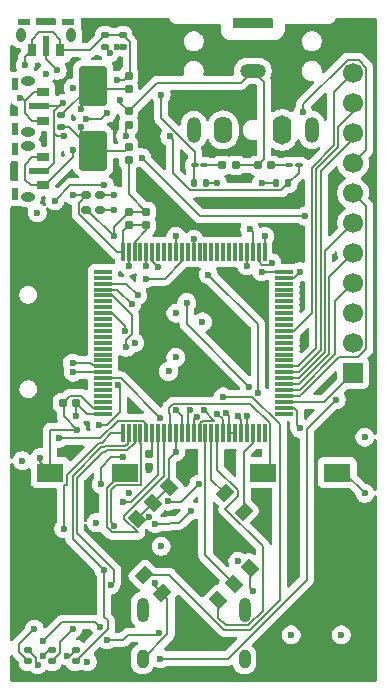
<source format=gtl>
%TF.GenerationSoftware,KiCad,Pcbnew,9.0.5*%
%TF.CreationDate,2025-10-29T14:00:37-04:00*%
%TF.ProjectId,MY-MP3,4d592d4d-5033-42e6-9b69-6361645f7063,rev?*%
%TF.SameCoordinates,Original*%
%TF.FileFunction,Copper,L1,Top*%
%TF.FilePolarity,Positive*%
%FSLAX46Y46*%
G04 Gerber Fmt 4.6, Leading zero omitted, Abs format (unit mm)*
G04 Created by KiCad (PCBNEW 9.0.5) date 2025-10-29 14:00:37*
%MOMM*%
%LPD*%
G01*
G04 APERTURE LIST*
G04 Aperture macros list*
%AMRoundRect*
0 Rectangle with rounded corners*
0 $1 Rounding radius*
0 $2 $3 $4 $5 $6 $7 $8 $9 X,Y pos of 4 corners*
0 Add a 4 corners polygon primitive as box body*
4,1,4,$2,$3,$4,$5,$6,$7,$8,$9,$2,$3,0*
0 Add four circle primitives for the rounded corners*
1,1,$1+$1,$2,$3*
1,1,$1+$1,$4,$5*
1,1,$1+$1,$6,$7*
1,1,$1+$1,$8,$9*
0 Add four rect primitives between the rounded corners*
20,1,$1+$1,$2,$3,$4,$5,0*
20,1,$1+$1,$4,$5,$6,$7,0*
20,1,$1+$1,$6,$7,$8,$9,0*
20,1,$1+$1,$8,$9,$2,$3,0*%
%AMRotRect*
0 Rectangle, with rotation*
0 The origin of the aperture is its center*
0 $1 length*
0 $2 width*
0 $3 Rotation angle, in degrees counterclockwise*
0 Add horizontal line*
21,1,$1,$2,0,0,$3*%
G04 Aperture macros list end*
%TA.AperFunction,SMDPad,CuDef*%
%ADD10RoundRect,0.135000X0.185000X-0.135000X0.185000X0.135000X-0.185000X0.135000X-0.185000X-0.135000X0*%
%TD*%
%TA.AperFunction,ComponentPad*%
%ADD11R,1.700000X1.700000*%
%TD*%
%TA.AperFunction,ComponentPad*%
%ADD12C,1.700000*%
%TD*%
%TA.AperFunction,SMDPad,CuDef*%
%ADD13RoundRect,0.155000X-0.212500X-0.155000X0.212500X-0.155000X0.212500X0.155000X-0.212500X0.155000X0*%
%TD*%
%TA.AperFunction,SMDPad,CuDef*%
%ADD14RoundRect,0.155000X-0.155000X0.212500X-0.155000X-0.212500X0.155000X-0.212500X0.155000X0.212500X0*%
%TD*%
%TA.AperFunction,SMDPad,CuDef*%
%ADD15R,2.300000X1.600000*%
%TD*%
%TA.AperFunction,SMDPad,CuDef*%
%ADD16RoundRect,0.147500X-0.172500X0.147500X-0.172500X-0.147500X0.172500X-0.147500X0.172500X0.147500X0*%
%TD*%
%TA.AperFunction,SMDPad,CuDef*%
%ADD17R,0.800000X1.090000*%
%TD*%
%TA.AperFunction,SMDPad,CuDef*%
%ADD18R,0.600000X1.800000*%
%TD*%
%TA.AperFunction,ComponentPad*%
%ADD19O,0.800000X1.200000*%
%TD*%
%TA.AperFunction,SMDPad,CuDef*%
%ADD20R,1.100000X0.500000*%
%TD*%
%TA.AperFunction,SMDPad,CuDef*%
%ADD21RoundRect,0.147500X0.172500X-0.147500X0.172500X0.147500X-0.172500X0.147500X-0.172500X-0.147500X0*%
%TD*%
%TA.AperFunction,SMDPad,CuDef*%
%ADD22RoundRect,0.155000X0.155000X-0.212500X0.155000X0.212500X-0.155000X0.212500X-0.155000X-0.212500X0*%
%TD*%
%TA.AperFunction,SMDPad,CuDef*%
%ADD23R,1.090000X0.800000*%
%TD*%
%TA.AperFunction,SMDPad,CuDef*%
%ADD24R,1.800000X0.600000*%
%TD*%
%TA.AperFunction,ComponentPad*%
%ADD25O,1.200000X0.800000*%
%TD*%
%TA.AperFunction,SMDPad,CuDef*%
%ADD26R,0.500000X1.100000*%
%TD*%
%TA.AperFunction,SMDPad,CuDef*%
%ADD27RoundRect,0.160000X0.222500X0.160000X-0.222500X0.160000X-0.222500X-0.160000X0.222500X-0.160000X0*%
%TD*%
%TA.AperFunction,SMDPad,CuDef*%
%ADD28RoundRect,0.155000X0.212500X0.155000X-0.212500X0.155000X-0.212500X-0.155000X0.212500X-0.155000X0*%
%TD*%
%TA.AperFunction,SMDPad,CuDef*%
%ADD29RoundRect,0.100000X-0.217500X-0.100000X0.217500X-0.100000X0.217500X0.100000X-0.217500X0.100000X0*%
%TD*%
%TA.AperFunction,SMDPad,CuDef*%
%ADD30RoundRect,0.135000X-0.135000X-0.185000X0.135000X-0.185000X0.135000X0.185000X-0.135000X0.185000X0*%
%TD*%
%TA.AperFunction,SMDPad,CuDef*%
%ADD31RoundRect,0.250001X0.949999X-1.412499X0.949999X1.412499X-0.949999X1.412499X-0.949999X-1.412499X0*%
%TD*%
%TA.AperFunction,SMDPad,CuDef*%
%ADD32RotRect,1.000000X1.250000X135.000000*%
%TD*%
%TA.AperFunction,SMDPad,CuDef*%
%ADD33RotRect,1.000000X1.250000X225.000000*%
%TD*%
%TA.AperFunction,SMDPad,CuDef*%
%ADD34RotRect,1.000000X1.250000X315.000000*%
%TD*%
%TA.AperFunction,SMDPad,CuDef*%
%ADD35RotRect,1.000000X1.250000X45.000000*%
%TD*%
%TA.AperFunction,SMDPad,CuDef*%
%ADD36RoundRect,0.135000X0.135000X0.185000X-0.135000X0.185000X-0.135000X-0.185000X0.135000X-0.185000X0*%
%TD*%
%TA.AperFunction,SMDPad,CuDef*%
%ADD37RoundRect,0.100000X0.217500X0.100000X-0.217500X0.100000X-0.217500X-0.100000X0.217500X-0.100000X0*%
%TD*%
%TA.AperFunction,SMDPad,CuDef*%
%ADD38RoundRect,0.075000X0.075000X-0.725000X0.075000X0.725000X-0.075000X0.725000X-0.075000X-0.725000X0*%
%TD*%
%TA.AperFunction,SMDPad,CuDef*%
%ADD39RoundRect,0.075000X0.725000X-0.075000X0.725000X0.075000X-0.725000X0.075000X-0.725000X-0.075000X0*%
%TD*%
%TA.AperFunction,ComponentPad*%
%ADD40O,1.200000X2.200000*%
%TD*%
%TA.AperFunction,ComponentPad*%
%ADD41O,1.600000X2.300000*%
%TD*%
%TA.AperFunction,ComponentPad*%
%ADD42O,2.200000X1.200000*%
%TD*%
%TA.AperFunction,ComponentPad*%
%ADD43O,1.600000X2.500000*%
%TD*%
%TA.AperFunction,ComponentPad*%
%ADD44O,1.000000X1.600000*%
%TD*%
%TA.AperFunction,ComponentPad*%
%ADD45O,1.000000X2.100000*%
%TD*%
%TA.AperFunction,ViaPad*%
%ADD46C,0.600000*%
%TD*%
%TA.AperFunction,Conductor*%
%ADD47C,0.200000*%
%TD*%
G04 APERTURE END LIST*
D10*
%TO.P,R6,1*%
%TO.N,/GPIO1*%
X139750000Y-74500000D03*
%TO.P,R6,2*%
%TO.N,GND*%
X139750000Y-73480000D03*
%TD*%
D11*
%TO.P,J4,1,Pin_1*%
%TO.N,3.3V*%
X159250000Y-102080000D03*
D12*
%TO.P,J4,2,Pin_2*%
%TO.N,unconnected-(J4-Pin_2-Pad2)*%
X159250000Y-99540000D03*
%TO.P,J4,3,Pin_3*%
%TO.N,GND*%
X159250000Y-97000000D03*
%TO.P,J4,4,Pin_4*%
%TO.N,/SPI1_SCK*%
X159250000Y-94460000D03*
%TO.P,J4,5,Pin_5*%
%TO.N,/SPI1_MISO*%
X159250000Y-91920000D03*
%TO.P,J4,6,Pin_6*%
%TO.N,/SPI1_MOSI*%
X159250000Y-89380000D03*
%TO.P,J4,7,Pin_7*%
%TO.N,/SPI1_NSS*%
X159250000Y-86840000D03*
%TO.P,J4,8,Pin_8*%
%TO.N,/NRST*%
X159250000Y-84300000D03*
%TO.P,J4,9,Pin_9*%
%TO.N,/TFT_DC*%
X159250000Y-81760000D03*
%TO.P,J4,10,Pin_10*%
%TO.N,/TFT_SD_CS*%
X159250000Y-79220000D03*
%TO.P,J4,11,Pin_11*%
%TO.N,/TIM1_CH1*%
X159250000Y-76680000D03*
%TD*%
D13*
%TO.P,C8,1*%
%TO.N,Net-(C8-Pad1)*%
X148182500Y-84500000D03*
%TO.P,C8,2*%
%TO.N,GNDA*%
X149317500Y-84500000D03*
%TD*%
D14*
%TO.P,C4,1*%
%TO.N,Net-(U2-XTALO)*%
X140250000Y-82932500D03*
%TO.P,C4,2*%
%TO.N,GND*%
X140250000Y-84067500D03*
%TD*%
D15*
%TO.P,SW7,1,1*%
%TO.N,/BTN_OPT*%
X139900000Y-110500000D03*
%TO.P,SW7,2,2*%
%TO.N,GND*%
X133600000Y-110500000D03*
%TD*%
D16*
%TO.P,LED1,1,K*%
%TO.N,Net-(LED1-K)*%
X133750000Y-125515000D03*
%TO.P,LED1,2,A*%
%TO.N,VBUS*%
X133750000Y-126485000D03*
%TD*%
D15*
%TO.P,SW8,1,1*%
%TO.N,/BTN_SEL*%
X151600000Y-110500000D03*
%TO.P,SW8,2,2*%
%TO.N,GND*%
X157900000Y-110500000D03*
%TD*%
D17*
%TO.P,SW3,1,1*%
%TO.N,GND*%
X132050000Y-74755000D03*
X134450000Y-74755000D03*
D18*
%TO.P,SW3,2,2*%
%TO.N,Net-(U5-~{PB})*%
X133250000Y-74400000D03*
D19*
%TO.P,SW3,NC*%
%TO.N,N/C*%
X131100000Y-73500000D03*
D20*
X131350000Y-72390000D03*
X135150000Y-72390000D03*
D19*
X135400000Y-73500000D03*
%TD*%
D21*
%TO.P,LED3,1,K*%
%TO.N,/NVCC_LO*%
X135750000Y-126485000D03*
%TO.P,LED3,2,A*%
%TO.N,Net-(LED3-A)*%
X135750000Y-125515000D03*
%TD*%
D10*
%TO.P,R5,1*%
%TO.N,/GPIO0*%
X138250000Y-74510000D03*
%TO.P,R5,2*%
%TO.N,GND*%
X138250000Y-73490000D03*
%TD*%
D22*
%TO.P,C12,1*%
%TO.N,3.3V*%
X140250000Y-89567500D03*
%TO.P,C12,2*%
%TO.N,GND*%
X140250000Y-88432500D03*
%TD*%
D21*
%TO.P,LED2,1,K*%
%TO.N,GND*%
X131750000Y-126485000D03*
%TO.P,LED2,2,A*%
%TO.N,Net-(LED2-A)*%
X131750000Y-125515000D03*
%TD*%
D23*
%TO.P,SW4,1,1*%
%TO.N,/BTN_VUP*%
X133005000Y-80700000D03*
X133005000Y-78300000D03*
D24*
%TO.P,SW4,2,2*%
%TO.N,GND*%
X132650000Y-79500000D03*
D25*
%TO.P,SW4,NC*%
%TO.N,N/C*%
X131750000Y-81650000D03*
D26*
X130640000Y-81400000D03*
X130640000Y-77600000D03*
D25*
X131750000Y-77350000D03*
%TD*%
D23*
%TO.P,SW5,1,1*%
%TO.N,/BTN_VDN*%
X133005000Y-86200000D03*
X133005000Y-83800000D03*
D24*
%TO.P,SW5,2,2*%
%TO.N,GND*%
X132650000Y-85000000D03*
D25*
%TO.P,SW5,NC*%
%TO.N,N/C*%
X131750000Y-87150000D03*
D26*
X130640000Y-86900000D03*
X130640000Y-83100000D03*
D25*
X131750000Y-82850000D03*
%TD*%
D27*
%TO.P,FB2,1*%
%TO.N,GNDA*%
X137822500Y-88250000D03*
%TO.P,FB2,2*%
%TO.N,GND*%
X136677500Y-88250000D03*
%TD*%
D22*
%TO.P,C19,1*%
%TO.N,3.3V*%
X141750000Y-89567500D03*
%TO.P,C19,2*%
%TO.N,GND*%
X141750000Y-88432500D03*
%TD*%
%TO.P,C31,1*%
%TO.N,VBATT*%
X142000000Y-110067500D03*
%TO.P,C31,2*%
%TO.N,Net-(U1-VBAT)*%
X142000000Y-108932500D03*
%TD*%
D27*
%TO.P,FB1,1*%
%TO.N,3.3V_A*%
X137822500Y-87000000D03*
%TO.P,FB1,2*%
%TO.N,3.3V*%
X136677500Y-87000000D03*
%TD*%
D28*
%TO.P,C7,1*%
%TO.N,Net-(C7-Pad1)*%
X152317500Y-84500000D03*
%TO.P,C7,2*%
%TO.N,GNDA*%
X151182500Y-84500000D03*
%TD*%
D29*
%TO.P,R10,1*%
%TO.N,/RIGHT*%
X145842500Y-84500000D03*
%TO.P,R10,2*%
%TO.N,Net-(C8-Pad1)*%
X146657500Y-84500000D03*
%TD*%
D30*
%TO.P,R8,1*%
%TO.N,/RIGHT*%
X145740000Y-86000000D03*
%TO.P,R8,2*%
%TO.N,Net-(C10-Pad1)*%
X146760000Y-86000000D03*
%TD*%
D31*
%TO.P,Y1,1,1*%
%TO.N,Net-(U2-XTALO)*%
X137250000Y-83262500D03*
%TO.P,Y1,2,2*%
%TO.N,Net-(U2-XTALI)*%
X137250000Y-77737500D03*
%TD*%
D32*
%TO.P,SW6,1,Up*%
%TO.N,/BTN_UP*%
X148419328Y-112275037D03*
%TO.P,SW6,2,Right*%
%TO.N,/BTN_SEEK*%
X149974963Y-113830672D03*
D33*
%TO.P,SW6,3,GND*%
%TO.N,GND*%
X150540648Y-118603643D03*
%TO.P,SW6,4,Center*%
%TO.N,/BTN_PLAY*%
X149197146Y-119947146D03*
%TO.P,SW6,5,Down*%
%TO.N,/BTN_DN*%
X147853643Y-121290648D03*
D34*
%TO.P,SW6,6,GND*%
%TO.N,GND*%
X143080672Y-120724963D03*
%TO.P,SW6,7,Left*%
%TO.N,/BTN_TRACK*%
X141525037Y-119169328D03*
D35*
%TO.P,SW6,8,GND*%
%TO.N,GND*%
X140959352Y-114396357D03*
%TO.P,SW6,9,GND*%
X142302854Y-113052854D03*
%TO.P,SW6,10,GND*%
X143646357Y-111709352D03*
%TD*%
D22*
%TO.P,C5,1*%
%TO.N,Net-(U2-XTALI)*%
X140250000Y-78067500D03*
%TO.P,C5,2*%
%TO.N,GND*%
X140250000Y-76932500D03*
%TD*%
D36*
%TO.P,R7,1*%
%TO.N,/LEFT*%
X153760000Y-86000000D03*
%TO.P,R7,2*%
%TO.N,Net-(C9-Pad1)*%
X152740000Y-86000000D03*
%TD*%
D10*
%TO.P,R4,1*%
%TO.N,Net-(U2-XTALO)*%
X134539985Y-81246265D03*
%TO.P,R4,2*%
%TO.N,Net-(U2-XTALI)*%
X134539985Y-80226265D03*
%TD*%
D28*
%TO.P,C18,1*%
%TO.N,3.3V*%
X135817500Y-104600000D03*
%TO.P,C18,2*%
%TO.N,GND*%
X134682500Y-104600000D03*
%TD*%
D37*
%TO.P,R9,1*%
%TO.N,/LEFT*%
X154657500Y-84500000D03*
%TO.P,R9,2*%
%TO.N,Net-(C7-Pad1)*%
X153842500Y-84500000D03*
%TD*%
D38*
%TO.P,U1,1,PE2*%
%TO.N,/LED*%
X139750000Y-107185000D03*
%TO.P,U1,2,PE3*%
%TO.N,/NVCC_LO*%
X140250000Y-107185000D03*
%TO.P,U1,3,PE4*%
%TO.N,/NPB_OUT*%
X140750000Y-107185000D03*
%TO.P,U1,4,PE5*%
%TO.N,/STM6601_NINT*%
X141250000Y-107185000D03*
%TO.P,U1,5,PE6*%
%TO.N,/BTN_VUP*%
X141750000Y-107185000D03*
%TO.P,U1,6,VBAT*%
%TO.N,Net-(U1-VBAT)*%
X142250000Y-107185000D03*
%TO.P,U1,7,PC13*%
%TO.N,/BTN_VDN*%
X142750000Y-107185000D03*
%TO.P,U1,8,PC14*%
%TO.N,/BTN_OPT*%
X143250000Y-107185000D03*
%TO.P,U1,9,PC15*%
%TO.N,/BTN_SEL*%
X143750000Y-107185000D03*
%TO.P,U1,10,VSS*%
%TO.N,GND*%
X144250000Y-107185000D03*
%TO.P,U1,11,VDD*%
%TO.N,3.3V*%
X144750000Y-107185000D03*
%TO.P,U1,12,RCC_OSC_IN*%
%TO.N,Net-(U1-PH0)*%
X145250000Y-107185000D03*
%TO.P,U1,13,RCC_OSC_OUT*%
%TO.N,Net-(U1-PH1)*%
X145750000Y-107185000D03*
%TO.P,U1,14,NRST*%
%TO.N,/NRST*%
X146250000Y-107185000D03*
%TO.P,U1,15,PC0*%
%TO.N,/BTN_PLAY*%
X146750000Y-107185000D03*
%TO.P,U1,16,PC1*%
%TO.N,/BTN_UP*%
X147250000Y-107185000D03*
%TO.P,U1,17,PC2*%
%TO.N,/BTN_DN*%
X147750000Y-107185000D03*
%TO.P,U1,18,PC3*%
%TO.N,/BTN_TRACK*%
X148250000Y-107185000D03*
%TO.P,U1,19,VSSA*%
%TO.N,GNDA*%
X148750000Y-107185000D03*
%TO.P,U1,20,VREF-*%
X149250000Y-107185000D03*
%TO.P,U1,21,VREF+*%
%TO.N,/VREF+*%
X149750000Y-107185000D03*
%TO.P,U1,22,VDDA*%
%TO.N,3.3V_A*%
X150250000Y-107185000D03*
%TO.P,U1,23,PA0*%
%TO.N,/BTN_SEEK*%
X150750000Y-107185000D03*
%TO.P,U1,24,PA1*%
%TO.N,unconnected-(U1-PA1-Pad24)*%
X151250000Y-107185000D03*
%TO.P,U1,25,PA2*%
%TO.N,unconnected-(U1-PA2-Pad25)*%
X151750000Y-107185000D03*
D39*
%TO.P,U1,26,PA3*%
%TO.N,unconnected-(U1-PA3-Pad26)*%
X153425000Y-105510000D03*
%TO.P,U1,27,VSS*%
%TO.N,GND*%
X153425000Y-105010000D03*
%TO.P,U1,28,VDD*%
%TO.N,3.3V*%
X153425000Y-104510000D03*
%TO.P,U1,29,SPI1_NSS*%
%TO.N,/SPI1_NSS*%
X153425000Y-104010000D03*
%TO.P,U1,30,SPI1_SCK*%
%TO.N,/SPI1_SCK*%
X153425000Y-103510000D03*
%TO.P,U1,31,SPI1_MISO*%
%TO.N,/SPI1_MISO*%
X153425000Y-103010000D03*
%TO.P,U1,32,SPI1_MOSI*%
%TO.N,/SPI1_MOSI*%
X153425000Y-102510000D03*
%TO.P,U1,33,PC4*%
%TO.N,/TFT_DC*%
X153425000Y-102010000D03*
%TO.P,U1,34,PC5*%
%TO.N,/TFT_SD_CS*%
X153425000Y-101510000D03*
%TO.P,U1,35,PB0*%
%TO.N,unconnected-(U1-PB0-Pad35)*%
X153425000Y-101010000D03*
%TO.P,U1,36,PB1*%
%TO.N,unconnected-(U1-PB1-Pad36)*%
X153425000Y-100510000D03*
%TO.P,U1,37,PB2*%
%TO.N,unconnected-(U1-PB2-Pad37)*%
X153425000Y-100010000D03*
%TO.P,U1,38,PE7*%
%TO.N,unconnected-(U1-PE7-Pad38)*%
X153425000Y-99510000D03*
%TO.P,U1,39,PE8*%
%TO.N,unconnected-(U1-PE8-Pad39)*%
X153425000Y-99010000D03*
%TO.P,U1,40,TIM1_CH1*%
%TO.N,/TIM1_CH1*%
X153425000Y-98510000D03*
%TO.P,U1,41,PE10*%
%TO.N,unconnected-(U1-PE10-Pad41)*%
X153425000Y-98010000D03*
%TO.P,U1,42,PE11*%
%TO.N,unconnected-(U1-PE11-Pad42)*%
X153425000Y-97510000D03*
%TO.P,U1,43,PE12*%
%TO.N,unconnected-(U1-PE12-Pad43)*%
X153425000Y-97010000D03*
%TO.P,U1,44,PE13*%
%TO.N,unconnected-(U1-PE13-Pad44)*%
X153425000Y-96510000D03*
%TO.P,U1,45,PE14*%
%TO.N,unconnected-(U1-PE14-Pad45)*%
X153425000Y-96010000D03*
%TO.P,U1,46,PE15*%
%TO.N,unconnected-(U1-PE15-Pad46)*%
X153425000Y-95510000D03*
%TO.P,U1,47,PB10*%
%TO.N,unconnected-(U1-PB10-Pad47)*%
X153425000Y-95010000D03*
%TO.P,U1,48,PB11*%
%TO.N,unconnected-(U1-PB11-Pad48)*%
X153425000Y-94510000D03*
%TO.P,U1,49,VSS*%
%TO.N,GND*%
X153425000Y-94010000D03*
%TO.P,U1,50,VDD*%
%TO.N,3.3V*%
X153425000Y-93510000D03*
D38*
%TO.P,U1,51,SPI2_NSS*%
%TO.N,/SPI2_NSS*%
X151750000Y-91835000D03*
%TO.P,U1,52,SPI2_SCK*%
%TO.N,/SPI2_SCK*%
X151250000Y-91835000D03*
%TO.P,U1,53,SPI2_MISO*%
%TO.N,/SPI2_MISO*%
X150750000Y-91835000D03*
%TO.P,U1,54,SPI2_MOSI*%
%TO.N,/SPI2_MOSI*%
X150250000Y-91835000D03*
%TO.P,U1,55,PD8*%
%TO.N,unconnected-(U1-PD8-Pad55)*%
X149750000Y-91835000D03*
%TO.P,U1,56,PD9*%
%TO.N,unconnected-(U1-PD9-Pad56)*%
X149250000Y-91835000D03*
%TO.P,U1,57,PD10*%
%TO.N,unconnected-(U1-PD10-Pad57)*%
X148750000Y-91835000D03*
%TO.P,U1,58,PD11*%
%TO.N,unconnected-(U1-PD11-Pad58)*%
X148250000Y-91835000D03*
%TO.P,U1,59,PD12*%
%TO.N,unconnected-(U1-PD12-Pad59)*%
X147750000Y-91835000D03*
%TO.P,U1,60,PD13*%
%TO.N,unconnected-(U1-PD13-Pad60)*%
X147250000Y-91835000D03*
%TO.P,U1,61,PD14*%
%TO.N,unconnected-(U1-PD14-Pad61)*%
X146750000Y-91835000D03*
%TO.P,U1,62,PD15*%
%TO.N,unconnected-(U1-PD15-Pad62)*%
X146250000Y-91835000D03*
%TO.P,U1,63,PC6*%
%TO.N,/XDCS*%
X145750000Y-91835000D03*
%TO.P,U1,64,PC7*%
%TO.N,unconnected-(U1-PC7-Pad64)*%
X145250000Y-91835000D03*
%TO.P,U1,65,SDMMC1_D0*%
%TO.N,/SDMMC1_D0*%
X144750000Y-91835000D03*
%TO.P,U1,66,SDMMC1_D1*%
%TO.N,/SDMMC1_D1*%
X144250000Y-91835000D03*
%TO.P,U1,67,PA8*%
%TO.N,unconnected-(U1-PA8-Pad67)*%
X143750000Y-91835000D03*
%TO.P,U1,68,PA9*%
%TO.N,unconnected-(U1-PA9-Pad68)*%
X143250000Y-91835000D03*
%TO.P,U1,69,PA10*%
%TO.N,unconnected-(U1-PA10-Pad69)*%
X142750000Y-91835000D03*
%TO.P,U1,70,USB_OTG_FS_DM*%
%TO.N,/OTG_FS_DM*%
X142250000Y-91835000D03*
%TO.P,U1,71,USB_OTG_FS_DP*%
%TO.N,/OTG_FS_DP*%
X141750000Y-91835000D03*
%TO.P,U1,72,PA13*%
%TO.N,unconnected-(U1-PA13-Pad72)*%
X141250000Y-91835000D03*
%TO.P,U1,73,VDDUSB*%
%TO.N,3.3V*%
X140750000Y-91835000D03*
%TO.P,U1,74,VSS*%
%TO.N,GND*%
X140250000Y-91835000D03*
%TO.P,U1,75,VDD*%
%TO.N,3.3V*%
X139750000Y-91835000D03*
D39*
%TO.P,U1,76,PA14*%
%TO.N,unconnected-(U1-PA14-Pad76)*%
X138075000Y-93510000D03*
%TO.P,U1,77,PA15*%
%TO.N,unconnected-(U1-PA15-Pad77)*%
X138075000Y-94010000D03*
%TO.P,U1,78,SDMMC1_D2*%
%TO.N,/SDMMC1_D2*%
X138075000Y-94510000D03*
%TO.P,U1,79,SDMMC1_D3*%
%TO.N,/SDMMC1_D3*%
X138075000Y-95010000D03*
%TO.P,U1,80,SDMMC1_CK*%
%TO.N,/SDMMC1_CK*%
X138075000Y-95510000D03*
%TO.P,U1,81,PD0*%
%TO.N,unconnected-(U1-PD0-Pad81)*%
X138075000Y-96010000D03*
%TO.P,U1,82,PD1*%
%TO.N,unconnected-(U1-PD1-Pad82)*%
X138075000Y-96510000D03*
%TO.P,U1,83,SDMMC1_CMD*%
%TO.N,/SDMMC1_CMD*%
X138075000Y-97010000D03*
%TO.P,U1,84,PD3*%
%TO.N,unconnected-(U1-PD3-Pad84)*%
X138075000Y-97510000D03*
%TO.P,U1,85,PD4*%
%TO.N,unconnected-(U1-PD4-Pad85)*%
X138075000Y-98010000D03*
%TO.P,U1,86,PD5*%
%TO.N,unconnected-(U1-PD5-Pad86)*%
X138075000Y-98510000D03*
%TO.P,U1,87,PD6*%
%TO.N,unconnected-(U1-PD6-Pad87)*%
X138075000Y-99010000D03*
%TO.P,U1,88,PD7*%
%TO.N,unconnected-(U1-PD7-Pad88)*%
X138075000Y-99510000D03*
%TO.P,U1,89,PB3*%
%TO.N,unconnected-(U1-PB3-Pad89)*%
X138075000Y-100010000D03*
%TO.P,U1,90,PB4*%
%TO.N,unconnected-(U1-PB4-Pad90)*%
X138075000Y-100510000D03*
%TO.P,U1,91,PB5*%
%TO.N,unconnected-(U1-PB5-Pad91)*%
X138075000Y-101010000D03*
%TO.P,U1,92,I2C1_SCL*%
%TO.N,/I2C1_SCL*%
X138075000Y-101510000D03*
%TO.P,U1,93,I2C1_SDA*%
%TO.N,/I2C1_SDA*%
X138075000Y-102010000D03*
%TO.P,U1,94,PH3*%
%TO.N,/BOOT0*%
X138075000Y-102510000D03*
%TO.P,U1,95,PB8*%
%TO.N,unconnected-(U1-PB8-Pad95)*%
X138075000Y-103010000D03*
%TO.P,U1,96,PB9*%
%TO.N,unconnected-(U1-PB9-Pad96)*%
X138075000Y-103510000D03*
%TO.P,U1,97,PE0*%
%TO.N,unconnected-(U1-PE0-Pad97)*%
X138075000Y-104010000D03*
%TO.P,U1,98,PE1*%
%TO.N,unconnected-(U1-PE1-Pad98)*%
X138075000Y-104510000D03*
%TO.P,U1,99,VSS*%
%TO.N,GND*%
X138075000Y-105010000D03*
%TO.P,U1,100,VDD*%
%TO.N,3.3V*%
X138075000Y-105510000D03*
%TD*%
D14*
%TO.P,C6,1*%
%TO.N,GNDA*%
X140250000Y-79932500D03*
%TO.P,C6,2*%
%TO.N,Net-(U2-RCAP)*%
X140250000Y-81067500D03*
%TD*%
D40*
%TO.P,J7,R*%
%TO.N,Net-(C10-Pad2)*%
X145750000Y-81500000D03*
D41*
%TO.P,J7,RN*%
%TO.N,unconnected-(J7-PadRN)*%
X148250000Y-81500000D03*
D42*
%TO.P,J7,S*%
%TO.N,GNDA*%
X150750000Y-76500000D03*
D40*
%TO.P,J7,T*%
%TO.N,Net-(C9-Pad2)*%
X155750000Y-81500000D03*
D43*
%TO.P,J7,TN*%
%TO.N,unconnected-(J7-PadTN)*%
X153250000Y-81500000D03*
%TD*%
D44*
%TO.P,J2,NC1,NC*%
%TO.N,unconnected-(J2-NC-PadNC1)*%
X150068000Y-126295000D03*
D45*
%TO.P,J2,NC2,NC*%
%TO.N,unconnected-(J2-NC-PadNC2)*%
X150068000Y-122115000D03*
%TO.P,J2,NC3,NC*%
%TO.N,unconnected-(J2-NC-PadNC3)*%
X141432000Y-122115000D03*
D44*
%TO.P,J2,S,SHIELD*%
%TO.N,GND*%
X141432000Y-126295000D03*
%TD*%
D46*
%TO.N,GNDA*%
X139500000Y-79000000D03*
X150479111Y-103229111D03*
X139000000Y-88250000D03*
X148532087Y-105467913D03*
X145175001Y-96111828D03*
%TO.N,3.3V_A*%
X147000000Y-93750000D03*
X139000000Y-87000000D03*
X151199249Y-103765225D03*
X150250000Y-105750000D03*
%TO.N,GND*%
X134726538Y-79226538D03*
X154750000Y-106750000D03*
X160250000Y-112250000D03*
X142000000Y-114250000D03*
X132750000Y-109250000D03*
X146500000Y-97750000D03*
X137500000Y-114750000D03*
X135874293Y-106874293D03*
X140250000Y-93000000D03*
X150750000Y-120500000D03*
X134750000Y-82000000D03*
X144250000Y-108750000D03*
X143623700Y-101941229D03*
X139249399Y-77299966D03*
X142452240Y-119838000D03*
X154750000Y-93500000D03*
X149500000Y-118000000D03*
X132250000Y-123750000D03*
X144250000Y-97000000D03*
X158250000Y-124250000D03*
X143000000Y-116750000D03*
X131500000Y-76000000D03*
X139000000Y-90500000D03*
%TO.N,1.8V*%
X131250000Y-109500000D03*
X138194581Y-86177658D03*
X132500000Y-88500000D03*
X133250000Y-76750000D03*
X134000000Y-87500000D03*
%TO.N,Net-(U2-XTALO)*%
X136250000Y-81250000D03*
%TO.N,Net-(U2-XTALI)*%
X136250000Y-79750000D03*
%TO.N,Net-(U2-RCAP)*%
X140000000Y-82000000D03*
%TO.N,Net-(C9-Pad1)*%
X151500000Y-86000000D03*
%TO.N,Net-(C10-Pad1)*%
X147750000Y-86000000D03*
%TO.N,3.3V*%
X138420247Y-80079753D03*
X140750000Y-99500000D03*
X144250000Y-105250000D03*
X135575000Y-77925000D03*
X136596592Y-80556817D03*
X151500000Y-93500000D03*
X135750000Y-105750000D03*
X135500000Y-87000000D03*
X144250000Y-100750000D03*
X160250000Y-107500000D03*
%TO.N,Net-(U1-PH0)*%
X145411000Y-105250000D03*
%TO.N,VBATT*%
X136750000Y-126510000D03*
X154000000Y-124250000D03*
X140250000Y-112250000D03*
X142000000Y-110250000D03*
%TO.N,/NRST*%
X155000000Y-80000000D03*
X146608123Y-105249000D03*
%TO.N,/VREF+*%
X149474997Y-105750000D03*
%TO.N,/BOOT0*%
X146175000Y-111500000D03*
X142925000Y-105875002D03*
X143551415Y-112943043D03*
%TO.N,VBUS*%
X135500000Y-123750000D03*
%TO.N,/SDMMC1_CK*%
X140055253Y-99895747D03*
%TO.N,/SDMMC1_D2*%
X141000000Y-95500000D03*
%TO.N,/SDMMC1_CMD*%
X139951000Y-98500000D03*
%TO.N,/SDMMC1_D0*%
X141681267Y-94096750D03*
%TO.N,/SDMMC1_D1*%
X144250000Y-90500000D03*
%TO.N,/SDMMC1_D3*%
X140500000Y-96250000D03*
%TO.N,/SPI2_MOSI*%
X150250000Y-93000000D03*
%TO.N,/SPI2_NSS*%
X151750000Y-90500000D03*
%TO.N,/SPI2_MISO*%
X150500000Y-89925000D03*
%TO.N,/SPI2_SCK*%
X152347052Y-92737114D03*
%TO.N,Net-(LED1-K)*%
X133000000Y-126000000D03*
%TO.N,Net-(LED2-A)*%
X132532289Y-126757718D03*
%TO.N,/GPIO0*%
X138675001Y-74940558D03*
%TO.N,/GPIO1*%
X139290190Y-74469207D03*
%TO.N,/LEFT*%
X143718413Y-82031587D03*
%TO.N,/RIGHT*%
X143000000Y-78500000D03*
%TO.N,Net-(U1-PH1)*%
X146043242Y-105780117D03*
%TO.N,/OTG_FS_DP*%
X141750000Y-93000000D03*
%TO.N,/OTG_FS_DM*%
X142771191Y-93110000D03*
%TO.N,Net-(U6-STAT)*%
X137840903Y-123580924D03*
X133000000Y-124750000D03*
X142831913Y-124081913D03*
X138399087Y-124649087D03*
%TO.N,/I2C1_SDA*%
X139368412Y-103131588D03*
X139750000Y-109224998D03*
X137750000Y-106500000D03*
X135550000Y-102000000D03*
X137914999Y-111497927D03*
%TO.N,/I2C1_SCL*%
X135498448Y-101226714D03*
%TO.N,/LED*%
X134750000Y-115250000D03*
%TO.N,/XDCS*%
X145750000Y-90750000D03*
%TO.N,/NVCC_LO*%
X138150000Y-118750000D03*
%TO.N,Net-(LED3-A)*%
X135000000Y-126000000D03*
%TO.N,Net-(U5-~{PB})*%
X157821587Y-104321587D03*
X142925000Y-126250000D03*
X134212500Y-76446057D03*
%TO.N,/BTN_VUP*%
X131050000Y-78750000D03*
X134320592Y-107606234D03*
%TO.N,/BTN_VDN*%
X155173000Y-88775000D03*
X145500000Y-113750000D03*
X141343413Y-83843413D03*
X139750000Y-113000000D03*
X142503689Y-114839000D03*
X135575001Y-83223421D03*
%TO.N,/BTN_TRACK*%
X147758490Y-105514564D03*
X148250000Y-104099000D03*
%TO.N,/NPB_OUT*%
X138750000Y-120000000D03*
%TO.N,/STM6601_NINT*%
X139049000Y-115000000D03*
%TD*%
D47*
%TO.N,GNDA*%
X139500000Y-79000000D02*
X139500000Y-79182500D01*
X148750000Y-107185000D02*
X148750000Y-105685826D01*
X142682500Y-77500000D02*
X140250000Y-79932500D01*
X150750000Y-76500000D02*
X149750000Y-77500000D01*
X150479111Y-103229111D02*
X145175001Y-97925001D01*
X151701000Y-77451000D02*
X150750000Y-76500000D01*
X145175001Y-97925001D02*
X145175001Y-96111828D01*
X151182500Y-84500000D02*
X151701000Y-83981500D01*
X148750000Y-105685826D02*
X148532087Y-105467913D01*
X139000000Y-88250000D02*
X137822500Y-88250000D01*
X149250000Y-107185000D02*
X148750000Y-107185000D01*
X151701000Y-83981500D02*
X151701000Y-77451000D01*
X139500000Y-79182500D02*
X140250000Y-79932500D01*
X149750000Y-77500000D02*
X142682500Y-77500000D01*
X149317500Y-84500000D02*
X151182500Y-84500000D01*
%TO.N,3.3V_A*%
X150250000Y-107185000D02*
X150250000Y-105750000D01*
X151199249Y-97949249D02*
X151199249Y-103765225D01*
X147000000Y-93750000D02*
X151199249Y-97949249D01*
X137822500Y-87000000D02*
X139000000Y-87000000D01*
%TO.N,GND*%
X134750000Y-105750000D02*
X134750000Y-104667500D01*
X133250000Y-85000000D02*
X133943985Y-84306015D01*
X138260000Y-73480000D02*
X138250000Y-73490000D01*
X139000000Y-90500000D02*
X139000000Y-89682500D01*
X139249399Y-77299966D02*
X139882534Y-77299966D01*
X154500000Y-106500000D02*
X154500000Y-105285001D01*
X143536000Y-124191000D02*
X141432000Y-126295000D01*
X137208822Y-105010000D02*
X138075000Y-105010000D01*
X140250000Y-76932500D02*
X140346000Y-76836500D01*
X139882534Y-77299966D02*
X140250000Y-76932500D01*
X136985000Y-74755000D02*
X134450000Y-74755000D01*
X142452240Y-120096531D02*
X143080672Y-120724963D01*
X131000000Y-125735000D02*
X131750000Y-126485000D01*
X139750000Y-73480000D02*
X138260000Y-73480000D01*
X154240000Y-94010000D02*
X153425000Y-94010000D01*
X154500000Y-105285001D02*
X154224999Y-105010000D01*
X133943985Y-81750000D02*
X133943985Y-79917281D01*
X135268500Y-104014000D02*
X136212822Y-104014000D01*
X140250000Y-93000000D02*
X140250000Y-91835000D01*
X133943985Y-84306015D02*
X133943985Y-81750000D01*
X140346000Y-74076000D02*
X140010000Y-73740000D01*
X135874293Y-106874293D02*
X135873586Y-106875000D01*
X132250000Y-123750000D02*
X131000000Y-125000000D01*
X135874293Y-106874293D02*
X134750000Y-105750000D01*
X140346000Y-76836500D02*
X140346000Y-74076000D01*
X132750000Y-109250000D02*
X132750000Y-109650000D01*
X158500000Y-110500000D02*
X157900000Y-110500000D01*
X132750000Y-109650000D02*
X133600000Y-110500000D01*
X140250000Y-88432500D02*
X141750000Y-88432500D01*
X136677500Y-88250000D02*
X136750000Y-88250000D01*
X154224999Y-105010000D02*
X153425000Y-105010000D01*
X140250000Y-84067500D02*
X140250000Y-86932500D01*
X133625000Y-106875000D02*
X133600000Y-106900000D01*
X133943985Y-79917281D02*
X134634728Y-79226538D01*
X150540648Y-120290648D02*
X150750000Y-120500000D01*
X135873586Y-106875000D02*
X133625000Y-106875000D01*
X134634728Y-79226538D02*
X134726538Y-79226538D01*
X144250000Y-108750000D02*
X143646357Y-109353643D01*
X143646357Y-109353643D02*
X143646357Y-111709352D01*
X134750000Y-104667500D02*
X134682500Y-104600000D01*
X154750000Y-106750000D02*
X154500000Y-106500000D01*
X134726538Y-79226538D02*
X134453076Y-79500000D01*
X134453076Y-79500000D02*
X132650000Y-79500000D01*
X133826000Y-73224000D02*
X132674000Y-73224000D01*
X134682500Y-104600000D02*
X135268500Y-104014000D01*
X139000000Y-89682500D02*
X140250000Y-88432500D01*
X140959352Y-114396357D02*
X143646357Y-111709352D01*
X133600000Y-106900000D02*
X133600000Y-110500000D01*
X134741265Y-81991265D02*
X134185250Y-81991265D01*
X134750000Y-82000000D02*
X134741265Y-81991265D01*
X160250000Y-112250000D02*
X158500000Y-110500000D01*
X150540648Y-118603643D02*
X150540648Y-120290648D01*
X138250000Y-73490000D02*
X136985000Y-74755000D01*
X140250000Y-86932500D02*
X141750000Y-88432500D01*
X132650000Y-85000000D02*
X133250000Y-85000000D01*
X154750000Y-93500000D02*
X154240000Y-94010000D01*
X142452240Y-119838000D02*
X142452240Y-120096531D01*
X136750000Y-88250000D02*
X139000000Y-90500000D01*
X132674000Y-73224000D02*
X132050000Y-73848000D01*
X136212822Y-104014000D02*
X137208822Y-105010000D01*
X131000000Y-125000000D02*
X131000000Y-125735000D01*
X134450000Y-73848000D02*
X133826000Y-73224000D01*
X131500000Y-75305000D02*
X132050000Y-74755000D01*
X140010000Y-73740000D02*
X139750000Y-73480000D01*
X132050000Y-73848000D02*
X132050000Y-74755000D01*
X143080672Y-120724963D02*
X143536000Y-121180291D01*
X144250000Y-108750000D02*
X144250000Y-107185000D01*
X134185250Y-81991265D02*
X133943985Y-81750000D01*
X143536000Y-121180291D02*
X143536000Y-124191000D01*
X134450000Y-74755000D02*
X134450000Y-73848000D01*
X131500000Y-76000000D02*
X131500000Y-75305000D01*
%TO.N,1.8V*%
X134000000Y-87500000D02*
X135322342Y-86177658D01*
X135322342Y-86177658D02*
X138194581Y-86177658D01*
%TO.N,Net-(U2-XTALO)*%
X137250000Y-83262500D02*
X135233765Y-81246265D01*
X135233765Y-81246265D02*
X134539985Y-81246265D01*
X136250000Y-82262500D02*
X137250000Y-83262500D01*
X137250000Y-83262500D02*
X139920000Y-83262500D01*
X139920000Y-83262500D02*
X140250000Y-82932500D01*
X136250000Y-81250000D02*
X136250000Y-82262500D01*
%TO.N,Net-(U2-XTALI)*%
X137250000Y-77737500D02*
X137028750Y-77737500D01*
X136250000Y-78737500D02*
X137250000Y-77737500D01*
X137028750Y-77737500D02*
X134539985Y-80226265D01*
X136250000Y-79750000D02*
X136250000Y-78737500D01*
X137580000Y-78067500D02*
X140250000Y-78067500D01*
X137250000Y-77737500D02*
X137580000Y-78067500D01*
%TO.N,Net-(U2-RCAP)*%
X140000000Y-82000000D02*
X140000000Y-81317500D01*
X140000000Y-81317500D02*
X140250000Y-81067500D01*
%TO.N,Net-(C7-Pad1)*%
X152317500Y-84500000D02*
X153842500Y-84500000D01*
%TO.N,Net-(C8-Pad1)*%
X146657500Y-84500000D02*
X148182500Y-84500000D01*
%TO.N,Net-(C9-Pad1)*%
X151500000Y-86000000D02*
X152740000Y-86000000D01*
%TO.N,Net-(C10-Pad1)*%
X147750000Y-86000000D02*
X146760000Y-86000000D01*
%TO.N,3.3V*%
X151500000Y-93500000D02*
X153415000Y-93500000D01*
X156820000Y-104510000D02*
X159250000Y-102080000D01*
X137943183Y-80556817D02*
X136596592Y-80556817D01*
X153425000Y-104510000D02*
X156820000Y-104510000D01*
X153415000Y-93500000D02*
X153425000Y-93510000D01*
X135817500Y-104600000D02*
X136727500Y-105510000D01*
X138420247Y-80079753D02*
X137943183Y-80556817D01*
X140250000Y-89567500D02*
X141750000Y-89567500D01*
X136727500Y-105510000D02*
X138075000Y-105510000D01*
X140250000Y-89567500D02*
X139750000Y-90067500D01*
X144750000Y-105750000D02*
X144750000Y-107185000D01*
X140750000Y-91000000D02*
X140750000Y-91835000D01*
X136019000Y-88595032D02*
X136019000Y-87658500D01*
X139750000Y-91835000D02*
X139258968Y-91835000D01*
X135750000Y-105750000D02*
X135750000Y-104667500D01*
X139258968Y-91835000D02*
X136019000Y-88595032D01*
X139750000Y-90067500D02*
X139750000Y-91835000D01*
X136019000Y-87658500D02*
X136677500Y-87000000D01*
X144250000Y-105250000D02*
X144750000Y-105750000D01*
X141750000Y-89567500D02*
X141750000Y-90000000D01*
X135500000Y-87000000D02*
X136677500Y-87000000D01*
X135750000Y-104667500D02*
X135817500Y-104600000D01*
X141750000Y-90000000D02*
X140750000Y-91000000D01*
%TO.N,Net-(U1-PH0)*%
X145250000Y-107185000D02*
X145250000Y-105411000D01*
X145250000Y-105411000D02*
X145411000Y-105250000D01*
%TO.N,VBATT*%
X142000000Y-110250000D02*
X142000000Y-109817500D01*
%TO.N,/NRST*%
X146972468Y-106109000D02*
X146527532Y-106109000D01*
X155000000Y-80000000D02*
X155000000Y-79337595D01*
X159716405Y-75554000D02*
X160376000Y-76213595D01*
X160376000Y-83174000D02*
X159250000Y-84300000D01*
X146608123Y-105249000D02*
X147468123Y-106109000D01*
X160376000Y-76213595D02*
X160376000Y-83174000D01*
X146324000Y-106312532D02*
X146324000Y-107185000D01*
X146324000Y-107185000D02*
X146250000Y-107185000D01*
X146527532Y-106109000D02*
X146324000Y-106312532D01*
X147027532Y-106109000D02*
X147000000Y-106136532D01*
X158783595Y-75554000D02*
X159716405Y-75554000D01*
X155000000Y-79337595D02*
X158783595Y-75554000D01*
X147468123Y-106109000D02*
X147027532Y-106109000D01*
X147000000Y-106136532D02*
X146972468Y-106109000D01*
%TO.N,/VREF+*%
X149750000Y-107185000D02*
X149750000Y-106064588D01*
X149750000Y-106064588D02*
X149474997Y-105789585D01*
X149474997Y-105789585D02*
X149474997Y-105750000D01*
%TO.N,/BOOT0*%
X144708659Y-112966341D02*
X146175000Y-111500000D01*
X138075000Y-102510000D02*
X139559998Y-102510000D01*
X139559998Y-102510000D02*
X142925000Y-105875002D01*
X143551415Y-112943043D02*
X143574713Y-112966341D01*
X143574713Y-112966341D02*
X144708659Y-112966341D01*
%TO.N,VBUS*%
X133750000Y-126485000D02*
X134424000Y-125811000D01*
X134424000Y-124826000D02*
X135500000Y-123750000D01*
X134424000Y-125811000D02*
X134424000Y-124826000D01*
%TO.N,/SDMMC1_CK*%
X140055253Y-99895747D02*
X140000000Y-99840494D01*
X140000000Y-99840494D02*
X140000000Y-99250000D01*
X140189588Y-99076000D02*
X140527000Y-98738588D01*
X140174000Y-99076000D02*
X140189588Y-99076000D01*
X140527000Y-98738588D02*
X140527000Y-98261412D01*
X140000000Y-99250000D02*
X140174000Y-99076000D01*
X140500000Y-97136532D02*
X138873468Y-95510000D01*
X140527000Y-98261412D02*
X140500000Y-98234412D01*
X140500000Y-98234412D02*
X140500000Y-97136532D01*
X138873468Y-95510000D02*
X138075000Y-95510000D01*
%TO.N,/SDMMC1_D2*%
X140010000Y-94510000D02*
X138075000Y-94510000D01*
X141000000Y-95500000D02*
X140010000Y-94510000D01*
%TO.N,/SDMMC1_CMD*%
X139951000Y-98087532D02*
X138873468Y-97010000D01*
X139951000Y-98500000D02*
X139951000Y-98087532D01*
X138873468Y-97010000D02*
X138075000Y-97010000D01*
%TO.N,/SDMMC1_D0*%
X144750000Y-92634999D02*
X144750000Y-91835000D01*
X141681267Y-94096750D02*
X143288249Y-94096750D01*
X143288249Y-94096750D02*
X144750000Y-92634999D01*
%TO.N,/SDMMC1_D1*%
X144250000Y-90500000D02*
X144250000Y-91835000D01*
%TO.N,/SDMMC1_D3*%
X139260000Y-95010000D02*
X138075000Y-95010000D01*
X140500000Y-96250000D02*
X139260000Y-95010000D01*
%TO.N,/TFT_SD_CS*%
X156124000Y-91442512D02*
X156122000Y-91444512D01*
X158000000Y-81250000D02*
X158000000Y-82968256D01*
X154615523Y-101500000D02*
X153435000Y-101500000D01*
X159250000Y-80000000D02*
X158000000Y-81250000D01*
X153435000Y-101500000D02*
X153425000Y-101510000D01*
X156124000Y-84844256D02*
X156124000Y-91442512D01*
X159250000Y-79220000D02*
X159250000Y-80000000D01*
X156122000Y-91444512D02*
X156122000Y-99993523D01*
X158000000Y-82968256D02*
X156124000Y-84844256D01*
X156122000Y-99993523D02*
X154615523Y-101500000D01*
%TO.N,/SPI2_MOSI*%
X150250000Y-93000000D02*
X150250000Y-91835000D01*
%TO.N,/SPI2_NSS*%
X151750000Y-90500000D02*
X151750000Y-91835000D01*
%TO.N,/SPI2_MISO*%
X150750000Y-90175000D02*
X150750000Y-91835000D01*
X150500000Y-89925000D02*
X150750000Y-90175000D01*
%TO.N,/SPI2_SCK*%
X152347052Y-92737114D02*
X152173166Y-92911000D01*
X151526001Y-92911000D02*
X151250000Y-92634999D01*
X151250000Y-92634999D02*
X151250000Y-91835000D01*
X152173166Y-92911000D02*
X151526001Y-92911000D01*
%TO.N,/TFT_DC*%
X156498000Y-100149267D02*
X156498000Y-91600256D01*
X156498000Y-91600256D02*
X156500000Y-91598256D01*
X153425000Y-102010000D02*
X154637267Y-102010000D01*
X159250000Y-82250000D02*
X159250000Y-81760000D01*
X156500000Y-91598256D02*
X156500000Y-85000000D01*
X154637267Y-102010000D02*
X156498000Y-100149267D01*
X156500000Y-85000000D02*
X159250000Y-82250000D01*
%TO.N,/TIM1_CH1*%
X155748000Y-91286768D02*
X155746000Y-91288768D01*
X155746000Y-91288768D02*
X155746000Y-96988999D01*
X155748000Y-84688512D02*
X155748000Y-91286768D01*
X154224999Y-98510000D02*
X153425000Y-98510000D01*
X157624000Y-78306000D02*
X157624000Y-82812512D01*
X157624000Y-82812512D02*
X155748000Y-84688512D01*
X159250000Y-76680000D02*
X157624000Y-78306000D01*
X155746000Y-96988999D02*
X154224999Y-98510000D01*
%TO.N,Net-(LED1-K)*%
X133750000Y-125515000D02*
X133485000Y-125515000D01*
X133485000Y-125515000D02*
X133000000Y-126000000D01*
%TO.N,Net-(LED2-A)*%
X132424000Y-126189000D02*
X131750000Y-125515000D01*
X132424000Y-126649429D02*
X132424000Y-126189000D01*
X132532289Y-126757718D02*
X132424000Y-126649429D01*
%TO.N,/GPIO0*%
X138675001Y-74935001D02*
X138250000Y-74510000D01*
X138675001Y-74940558D02*
X138675001Y-74935001D01*
%TO.N,/GPIO1*%
X139469207Y-74469207D02*
X139500000Y-74500000D01*
X139500000Y-74500000D02*
X139750000Y-74500000D01*
X139290190Y-74469207D02*
X139469207Y-74469207D01*
%TO.N,/LEFT*%
X144000000Y-82313174D02*
X144000000Y-85164984D01*
X153760000Y-86000000D02*
X154657500Y-85102500D01*
X144000000Y-85164984D02*
X145431016Y-86596000D01*
X154657500Y-85102500D02*
X154657500Y-84500000D01*
X143718413Y-82031587D02*
X144000000Y-82313174D01*
X153164000Y-86596000D02*
X153760000Y-86000000D01*
X145431016Y-86596000D02*
X153164000Y-86596000D01*
%TO.N,/RIGHT*%
X145740000Y-84602500D02*
X145842500Y-84500000D01*
X143000000Y-80500000D02*
X143000000Y-78500000D01*
X145842500Y-84500000D02*
X145842500Y-83342500D01*
X145842500Y-83342500D02*
X143000000Y-80500000D01*
X145740000Y-86000000D02*
X145740000Y-84602500D01*
%TO.N,Net-(U1-PH1)*%
X145750000Y-105994028D02*
X145750000Y-107185000D01*
X145963911Y-105780117D02*
X145750000Y-105994028D01*
X146043242Y-105780117D02*
X145963911Y-105780117D01*
%TO.N,/OTG_FS_DP*%
X141750000Y-93000000D02*
X141750000Y-91835000D01*
%TO.N,/OTG_FS_DM*%
X142771191Y-93110000D02*
X142726532Y-93110000D01*
X142726532Y-93110000D02*
X142250000Y-92633468D01*
X142250000Y-92633468D02*
X142250000Y-91835000D01*
%TO.N,Net-(U6-STAT)*%
X137433979Y-123174000D02*
X137840903Y-123580924D01*
X133000000Y-124750000D02*
X134576000Y-123174000D01*
X139801085Y-124649087D02*
X140200172Y-124250000D01*
X138399087Y-124649087D02*
X139801085Y-124649087D01*
X134576000Y-123174000D02*
X137433979Y-123174000D01*
X140200172Y-124250000D02*
X142663826Y-124250000D01*
X142663826Y-124250000D02*
X142831913Y-124081913D01*
%TO.N,/I2C1_SDA*%
X138383468Y-106500000D02*
X137750000Y-106500000D01*
X139493412Y-103256588D02*
X139493412Y-105390056D01*
X138775002Y-109224998D02*
X137914999Y-110085001D01*
X135550000Y-102000000D02*
X136250000Y-102000000D01*
X136250000Y-102000000D02*
X136260000Y-102010000D01*
X139368412Y-103131588D02*
X139493412Y-103256588D01*
X136260000Y-102010000D02*
X138075000Y-102010000D01*
X139493412Y-105390056D02*
X138383468Y-106500000D01*
X137914999Y-110085001D02*
X137914999Y-111497927D01*
X139750000Y-109224998D02*
X138775002Y-109224998D01*
%TO.N,/I2C1_SCL*%
X136999000Y-101232468D02*
X137202532Y-101436000D01*
X137202532Y-101436000D02*
X138001000Y-101436000D01*
X136999000Y-101226714D02*
X136999000Y-101232468D01*
X138001000Y-101436000D02*
X138075000Y-101510000D01*
X135498448Y-101226714D02*
X136999000Y-101226714D01*
%TO.N,/LED*%
X138761956Y-107185000D02*
X139750000Y-107185000D01*
X137964722Y-107982234D02*
X138761956Y-107185000D01*
X137767766Y-107982234D02*
X137964722Y-107982234D01*
X134750000Y-111576000D02*
X135026000Y-111576000D01*
X135026000Y-111576000D02*
X135026000Y-110724000D01*
X134750000Y-115250000D02*
X134750000Y-111576000D01*
X135026000Y-110724000D02*
X137767766Y-107982234D01*
%TO.N,/SPI1_MISO*%
X154700755Y-103010000D02*
X157250000Y-100460755D01*
X157250000Y-93920000D02*
X159250000Y-91920000D01*
X153425000Y-103010000D02*
X154700755Y-103010000D01*
X157250000Y-100460755D02*
X157250000Y-93920000D01*
%TO.N,/SPI1_NSS*%
X159250000Y-86840000D02*
X160376000Y-87966000D01*
X160376000Y-87966000D02*
X160376000Y-100006405D01*
X154740000Y-104010000D02*
X153425000Y-104010000D01*
X154888243Y-103886000D02*
X154864000Y-103886000D01*
X154864000Y-103886000D02*
X154740000Y-104010000D01*
X158024243Y-100750000D02*
X154888243Y-103886000D01*
X159632405Y-100750000D02*
X158024243Y-100750000D01*
X160376000Y-100006405D02*
X159632405Y-100750000D01*
%TO.N,/SPI1_MOSI*%
X153425000Y-102510000D02*
X154669011Y-102510000D01*
X156874000Y-91756000D02*
X159250000Y-89380000D01*
X156874000Y-100305011D02*
X156874000Y-91756000D01*
X154669011Y-102510000D02*
X156874000Y-100305011D01*
%TO.N,/XDCS*%
X145750000Y-90750000D02*
X145750000Y-91835000D01*
%TO.N,/SPI1_SCK*%
X157750000Y-100492499D02*
X154732499Y-103510000D01*
X157750000Y-95960000D02*
X157750000Y-100492499D01*
X159250000Y-94460000D02*
X157750000Y-95960000D01*
X154732499Y-103510000D02*
X153425000Y-103510000D01*
%TO.N,Net-(U1-VBAT)*%
X142250000Y-108682500D02*
X142000000Y-108932500D01*
X142175000Y-107260000D02*
X142250000Y-107185000D01*
X142250000Y-107185000D02*
X142250000Y-108682500D01*
%TO.N,/NVCC_LO*%
X135500000Y-110781744D02*
X137923510Y-108358234D01*
X138150000Y-118750000D02*
X138150000Y-122702000D01*
X138474000Y-123026000D02*
X138474000Y-123761000D01*
X138120466Y-108358234D02*
X138217700Y-108261000D01*
X135500000Y-116100000D02*
X135500000Y-110781744D01*
X140250000Y-107216744D02*
X140250000Y-107185000D01*
X140176000Y-107290744D02*
X140250000Y-107216744D01*
X139972468Y-108261000D02*
X140176000Y-108057468D01*
X138217700Y-108261000D02*
X139972468Y-108261000D01*
X138150000Y-122702000D02*
X138474000Y-123026000D01*
X140176000Y-108057468D02*
X140176000Y-107290744D01*
X138474000Y-123761000D02*
X135750000Y-126485000D01*
X138150000Y-118750000D02*
X135500000Y-116100000D01*
X137923510Y-108358234D02*
X138120466Y-108358234D01*
%TO.N,Net-(LED3-A)*%
X135000000Y-126000000D02*
X135265000Y-126000000D01*
X135265000Y-126000000D02*
X135750000Y-125515000D01*
%TO.N,Net-(U5-~{PB})*%
X142925000Y-126250000D02*
X148643918Y-126250000D01*
X148643918Y-126250000D02*
X155326000Y-119567918D01*
X133250000Y-75483557D02*
X133250000Y-74400000D01*
X155326000Y-119567918D02*
X155326000Y-106817174D01*
X155326000Y-106817174D02*
X157821587Y-104321587D01*
X134212500Y-76446057D02*
X133250000Y-75483557D01*
%TO.N,/BTN_VUP*%
X131050000Y-78750000D02*
X131198000Y-78750000D01*
X131474000Y-80076000D02*
X131474000Y-79026000D01*
X131474000Y-79026000D02*
X132200000Y-78300000D01*
X141472468Y-106109000D02*
X139306212Y-106109000D01*
X141750000Y-106386532D02*
X141472468Y-106109000D01*
X132200000Y-78300000D02*
X133005000Y-78300000D01*
X133005000Y-80700000D02*
X132098000Y-80700000D01*
X132098000Y-80700000D02*
X131474000Y-80076000D01*
X139306212Y-106109000D02*
X137808978Y-107606234D01*
X141750000Y-107185000D02*
X141750000Y-106386532D01*
X131198000Y-78750000D02*
X131474000Y-79026000D01*
X137808978Y-107606234D02*
X134320592Y-107606234D01*
%TO.N,/BTN_VDN*%
X143750000Y-114750000D02*
X144500000Y-114750000D01*
X131474000Y-85724000D02*
X131950000Y-86200000D01*
X135575001Y-83774999D02*
X135575001Y-83223421D01*
X133150000Y-86200000D02*
X135575001Y-83774999D01*
X142750000Y-110683744D02*
X140433744Y-113000000D01*
X141343413Y-83843413D02*
X146275000Y-88775000D01*
X146275000Y-88775000D02*
X155173000Y-88775000D01*
X133005000Y-86200000D02*
X133150000Y-86200000D01*
X131950000Y-86200000D02*
X133005000Y-86200000D01*
X142750000Y-107185000D02*
X142750000Y-110683744D01*
X144500000Y-114750000D02*
X145500000Y-113750000D01*
X140433744Y-113000000D02*
X139750000Y-113000000D01*
X132098000Y-83800000D02*
X131474000Y-84424000D01*
X143661000Y-114839000D02*
X143750000Y-114750000D01*
X142503689Y-114839000D02*
X143661000Y-114839000D01*
X133005000Y-83800000D02*
X132098000Y-83800000D01*
X131474000Y-84424000D02*
X131474000Y-85724000D01*
%TO.N,/BTN_UP*%
X147250000Y-111105709D02*
X147250000Y-107185000D01*
X148419328Y-112275037D02*
X147250000Y-111105709D01*
%TO.N,/BTN_DN*%
X149490823Y-112529618D02*
X149490823Y-111990823D01*
X148445263Y-113575178D02*
X149490823Y-112529618D01*
X151612143Y-122218287D02*
X151612143Y-116742058D01*
X150389430Y-123441000D02*
X151612143Y-122218287D01*
X149490823Y-111990823D02*
X147750000Y-110250000D01*
X147750000Y-110250000D02*
X147750000Y-107185000D01*
X151612143Y-116742058D02*
X148445263Y-113575178D01*
X148479992Y-123441000D02*
X150389430Y-123441000D01*
X147853643Y-122814651D02*
X148479992Y-123441000D01*
X147853643Y-121290648D02*
X147853643Y-122814651D01*
%TO.N,/BTN_TRACK*%
X150545174Y-123817000D02*
X153026000Y-121336174D01*
X141525037Y-119169328D02*
X143676576Y-119169328D01*
X143676576Y-119169328D02*
X148324248Y-123817000D01*
X148324248Y-123817000D02*
X150545174Y-123817000D01*
X147765564Y-105514564D02*
X148250000Y-105999000D01*
X148250000Y-105999000D02*
X148250000Y-107185000D01*
X147758490Y-105514564D02*
X147765564Y-105514564D01*
X150715532Y-104099000D02*
X148250000Y-104099000D01*
X153026000Y-106409468D02*
X150715532Y-104099000D01*
X153026000Y-121336174D02*
X153026000Y-106409468D01*
%TO.N,/BTN_PLAY*%
X146750000Y-117500000D02*
X146750000Y-107185000D01*
X149197146Y-119947146D02*
X146750000Y-117500000D01*
%TO.N,/BTN_SEEK*%
X149974963Y-108758505D02*
X150750000Y-107983468D01*
X149974963Y-113830672D02*
X149974963Y-108758505D01*
X150750000Y-107983468D02*
X150750000Y-107185000D01*
%TO.N,/BTN_OPT*%
X141041565Y-115576000D02*
X139887857Y-114422292D01*
X138374000Y-115139588D02*
X138810412Y-115576000D01*
X138810412Y-115576000D02*
X141041565Y-115576000D01*
X139900000Y-110500000D02*
X139718256Y-110500000D01*
X139887857Y-114193646D02*
X143250000Y-110831503D01*
X139718256Y-110500000D02*
X138374000Y-111844256D01*
X143250000Y-110831503D02*
X143250000Y-107185000D01*
X139887857Y-114422292D02*
X139887857Y-114193646D01*
X138374000Y-111844256D02*
X138374000Y-115139588D01*
%TO.N,/BTN_SEL*%
X152176000Y-106312532D02*
X150537468Y-104674000D01*
X144011412Y-104674000D02*
X143674000Y-105011412D01*
X151600000Y-110500000D02*
X152176000Y-109924000D01*
X150537468Y-104674000D02*
X144011412Y-104674000D01*
X143750000Y-105564588D02*
X143750000Y-107185000D01*
X143674000Y-105488588D02*
X143750000Y-105564588D01*
X152176000Y-109924000D02*
X152176000Y-106312532D01*
X143674000Y-105011412D02*
X143674000Y-105488588D01*
%TO.N,/NPB_OUT*%
X138750000Y-120000000D02*
X139000000Y-119750000D01*
X138276210Y-108734234D02*
X138373444Y-108637000D01*
X139000000Y-119750000D02*
X139000000Y-118750000D01*
X139000000Y-118750000D02*
X135876000Y-115626000D01*
X135876000Y-110937488D02*
X138079254Y-108734234D01*
X135876000Y-115626000D02*
X135876000Y-110937488D01*
X140128212Y-108637000D02*
X140750000Y-108015212D01*
X138079254Y-108734234D02*
X138276210Y-108734234D01*
X138373444Y-108637000D02*
X140128212Y-108637000D01*
X140750000Y-108015212D02*
X140750000Y-107185000D01*
%TO.N,/STM6601_NINT*%
X141326000Y-108060999D02*
X141250000Y-107984999D01*
X138750000Y-112000000D02*
X139174000Y-111576000D01*
X139049000Y-115000000D02*
X138750000Y-114701000D01*
X141326000Y-111576000D02*
X141326000Y-108060999D01*
X141250000Y-107984999D02*
X141250000Y-107185000D01*
X138750000Y-114701000D02*
X138750000Y-112000000D01*
X139174000Y-111576000D02*
X141326000Y-111576000D01*
%TD*%
%TA.AperFunction,NonConductor*%
G36*
X134042539Y-72020185D02*
G01*
X134088294Y-72072989D01*
X134099500Y-72124500D01*
X134099500Y-72514000D01*
X134079815Y-72581039D01*
X134027011Y-72626794D01*
X133967901Y-72637767D01*
X133955452Y-72637002D01*
X133905057Y-72623499D01*
X133746943Y-72623499D01*
X133746939Y-72623500D01*
X132753057Y-72623500D01*
X132594942Y-72623500D01*
X132556591Y-72633775D01*
X132486742Y-72632113D01*
X132428880Y-72592950D01*
X132401376Y-72528722D01*
X132400499Y-72514012D01*
X132400499Y-72124499D01*
X132420184Y-72057461D01*
X132472988Y-72011706D01*
X132524499Y-72000500D01*
X133975500Y-72000500D01*
X134042539Y-72020185D01*
G37*
%TD.AperFunction*%
%TA.AperFunction,NonConductor*%
G36*
X152392539Y-72020185D02*
G01*
X152438294Y-72072989D01*
X152449500Y-72124500D01*
X152449500Y-72775500D01*
X152429815Y-72842539D01*
X152377011Y-72888294D01*
X152325500Y-72899500D01*
X149174500Y-72899500D01*
X149107461Y-72879815D01*
X149061706Y-72827011D01*
X149050500Y-72775500D01*
X149050500Y-72124500D01*
X149070185Y-72057461D01*
X149122989Y-72011706D01*
X149174500Y-72000500D01*
X150684108Y-72000500D01*
X152325500Y-72000500D01*
X152392539Y-72020185D01*
G37*
%TD.AperFunction*%
%TA.AperFunction,NonConductor*%
G36*
X137598584Y-75093165D02*
G01*
X137642932Y-75121666D01*
X137672396Y-75151130D01*
X137672400Y-75151133D01*
X137672402Y-75151135D01*
X137810607Y-75232869D01*
X137888987Y-75255640D01*
X137911050Y-75269730D01*
X137934937Y-75280438D01*
X137942455Y-75289786D01*
X137947871Y-75293245D01*
X137958235Y-75306949D01*
X137963915Y-75315654D01*
X137965607Y-75319737D01*
X138007287Y-75382115D01*
X138007690Y-75382733D01*
X138017579Y-75415564D01*
X138027826Y-75448287D01*
X138027640Y-75448962D01*
X138027843Y-75449634D01*
X138018407Y-75482616D01*
X138009341Y-75515667D01*
X138008819Y-75516135D01*
X138008627Y-75516809D01*
X137982882Y-75539433D01*
X137957363Y-75562357D01*
X137956601Y-75562529D01*
X137956144Y-75562932D01*
X137952216Y-75563524D01*
X137903846Y-75574500D01*
X137188613Y-75574500D01*
X137121574Y-75554815D01*
X137075819Y-75502011D01*
X137065875Y-75432853D01*
X137094900Y-75369297D01*
X137153678Y-75331523D01*
X137156481Y-75330735D01*
X137216785Y-75314577D01*
X137266904Y-75285639D01*
X137353716Y-75235520D01*
X137465520Y-75123716D01*
X137465520Y-75123714D01*
X137467569Y-75121666D01*
X137528892Y-75088181D01*
X137598584Y-75093165D01*
G37*
%TD.AperFunction*%
%TA.AperFunction,NonConductor*%
G36*
X139489484Y-75269608D02*
G01*
X139500819Y-75270500D01*
X139621963Y-75270499D01*
X139622334Y-75270502D01*
X139655377Y-75280446D01*
X139688539Y-75290183D01*
X139688823Y-75290511D01*
X139689240Y-75290637D01*
X139711654Y-75316859D01*
X139734294Y-75342987D01*
X139734355Y-75343418D01*
X139734638Y-75343748D01*
X139745500Y-75394499D01*
X139745500Y-76094413D01*
X139725815Y-76161452D01*
X139694800Y-76191345D01*
X139696207Y-76193158D01*
X139690043Y-76197939D01*
X139572941Y-76315040D01*
X139572937Y-76315046D01*
X139494328Y-76447965D01*
X139443258Y-76495648D01*
X139374516Y-76508151D01*
X139363404Y-76506460D01*
X139328243Y-76499466D01*
X139328241Y-76499466D01*
X139170557Y-76499466D01*
X139170552Y-76499466D01*
X139098691Y-76513760D01*
X139029099Y-76507533D01*
X138973922Y-76464669D01*
X138950678Y-76398779D01*
X138950500Y-76392143D01*
X138950500Y-76274997D01*
X138950499Y-76274984D01*
X138948142Y-76251917D01*
X138939999Y-76172203D01*
X138884814Y-76005666D01*
X138855313Y-75957838D01*
X138818816Y-75898667D01*
X138800375Y-75831275D01*
X138821297Y-75764611D01*
X138874939Y-75719842D01*
X138900162Y-75711952D01*
X138908498Y-75710295D01*
X139054180Y-75649952D01*
X139185290Y-75562347D01*
X139296790Y-75450847D01*
X139381089Y-75324683D01*
X139387503Y-75319323D01*
X139391027Y-75311743D01*
X139413915Y-75297250D01*
X139434701Y-75279879D01*
X139443742Y-75278364D01*
X139450058Y-75274365D01*
X139485025Y-75269578D01*
X139489484Y-75269608D01*
G37*
%TD.AperFunction*%
%TA.AperFunction,NonConductor*%
G36*
X132674164Y-75771119D02*
G01*
X132675692Y-75771010D01*
X132705110Y-75787072D01*
X132734905Y-75802433D01*
X132736156Y-75804024D01*
X132737016Y-75804494D01*
X132756722Y-75830176D01*
X132769477Y-75852269D01*
X132769481Y-75852274D01*
X132816129Y-75898922D01*
X132849614Y-75960245D01*
X132844630Y-76029937D01*
X132802758Y-76085870D01*
X132797339Y-76089705D01*
X132739710Y-76128210D01*
X132628213Y-76239707D01*
X132628210Y-76239711D01*
X132540609Y-76370814D01*
X132540604Y-76370823D01*
X132499981Y-76468898D01*
X132494301Y-76475945D01*
X132492063Y-76484717D01*
X132472721Y-76502725D01*
X132456140Y-76523301D01*
X132447551Y-76526159D01*
X132440926Y-76532328D01*
X132414919Y-76537020D01*
X132389846Y-76545366D01*
X132379257Y-76543455D01*
X132372167Y-76544735D01*
X132337969Y-76536007D01*
X132287338Y-76515036D01*
X132232934Y-76471196D01*
X132210868Y-76404902D01*
X132220227Y-76353024D01*
X132269737Y-76233497D01*
X132300500Y-76078842D01*
X132300500Y-75924499D01*
X132320185Y-75857460D01*
X132372989Y-75811705D01*
X132424500Y-75800499D01*
X132497871Y-75800499D01*
X132497872Y-75800499D01*
X132557483Y-75794091D01*
X132606001Y-75775994D01*
X132639413Y-75773604D01*
X132672802Y-75770417D01*
X132674164Y-75771119D01*
G37*
%TD.AperFunction*%
%TA.AperFunction,NonConductor*%
G36*
X130441730Y-74315676D02*
G01*
X130448208Y-74321708D01*
X130525961Y-74399461D01*
X130525965Y-74399464D01*
X130673446Y-74498009D01*
X130673459Y-74498016D01*
X130780039Y-74542162D01*
X130837334Y-74565894D01*
X130837336Y-74565894D01*
X130837341Y-74565896D01*
X131011304Y-74600499D01*
X131011307Y-74600500D01*
X131011309Y-74600500D01*
X131025500Y-74600500D01*
X131034185Y-74603050D01*
X131043147Y-74601762D01*
X131067187Y-74612740D01*
X131092539Y-74620185D01*
X131098466Y-74627025D01*
X131106703Y-74630787D01*
X131120992Y-74653021D01*
X131138294Y-74672989D01*
X131140581Y-74683503D01*
X131144477Y-74689565D01*
X131149500Y-74724500D01*
X131149500Y-74754902D01*
X131129815Y-74821941D01*
X131113181Y-74842583D01*
X131019481Y-74936282D01*
X131019477Y-74936287D01*
X131003210Y-74964465D01*
X130993941Y-74980520D01*
X130940423Y-75073215D01*
X130899499Y-75225943D01*
X130899499Y-75225945D01*
X130899499Y-75394046D01*
X130899500Y-75394059D01*
X130899500Y-75420234D01*
X130879815Y-75487273D01*
X130878602Y-75489125D01*
X130790609Y-75620814D01*
X130790602Y-75620827D01*
X130730264Y-75766498D01*
X130730261Y-75766510D01*
X130699500Y-75921153D01*
X130699500Y-76078846D01*
X130730261Y-76233489D01*
X130730264Y-76233501D01*
X130790137Y-76378048D01*
X130797606Y-76447517D01*
X130766331Y-76509996D01*
X130706241Y-76545648D01*
X130675576Y-76549500D01*
X130360527Y-76549500D01*
X130293488Y-76529815D01*
X130247733Y-76477011D01*
X130236527Y-76425500D01*
X130236527Y-74409389D01*
X130256212Y-74342350D01*
X130309016Y-74296595D01*
X130378174Y-74286651D01*
X130441730Y-74315676D01*
G37*
%TD.AperFunction*%
%TA.AperFunction,NonConductor*%
G36*
X136138407Y-75375185D02*
G01*
X136184162Y-75427989D01*
X136194106Y-75497147D01*
X136165081Y-75560703D01*
X136110373Y-75597205D01*
X136062133Y-75613190D01*
X135980664Y-75640186D01*
X135980662Y-75640187D01*
X135831348Y-75732286D01*
X135831344Y-75732289D01*
X135707289Y-75856344D01*
X135707286Y-75856348D01*
X135615187Y-76005662D01*
X135615186Y-76005664D01*
X135560001Y-76172203D01*
X135560000Y-76172204D01*
X135549500Y-76274984D01*
X135549500Y-77012125D01*
X135529815Y-77079164D01*
X135477011Y-77124919D01*
X135449692Y-77133742D01*
X135341508Y-77155261D01*
X135341498Y-77155264D01*
X135195827Y-77215602D01*
X135195814Y-77215609D01*
X135064711Y-77303210D01*
X135064707Y-77303213D01*
X134953213Y-77414707D01*
X134953210Y-77414711D01*
X134865609Y-77545814D01*
X134865602Y-77545827D01*
X134805264Y-77691498D01*
X134805261Y-77691510D01*
X134774500Y-77846153D01*
X134774500Y-78003846D01*
X134805261Y-78158489D01*
X134805263Y-78158497D01*
X134845064Y-78254585D01*
X134852533Y-78324055D01*
X134821258Y-78386534D01*
X134761169Y-78422186D01*
X134730503Y-78426038D01*
X134647693Y-78426038D01*
X134493048Y-78456799D01*
X134493036Y-78456802D01*
X134347365Y-78517140D01*
X134347352Y-78517147D01*
X134243390Y-78586613D01*
X134176712Y-78607491D01*
X134109332Y-78589006D01*
X134062642Y-78537027D01*
X134050499Y-78483514D01*
X134050499Y-77852128D01*
X134044091Y-77792517D01*
X134028642Y-77751097D01*
X133993797Y-77657671D01*
X133993793Y-77657664D01*
X133942123Y-77588643D01*
X133907546Y-77542454D01*
X133840287Y-77492104D01*
X133829842Y-77478151D01*
X133815821Y-77467797D01*
X133809340Y-77450762D01*
X133798418Y-77436172D01*
X133797174Y-77418786D01*
X133790976Y-77402494D01*
X133794733Y-77384657D01*
X133793434Y-77366480D01*
X133801828Y-77350986D01*
X133805381Y-77334125D01*
X133825958Y-77306450D01*
X133826347Y-77305733D01*
X133826498Y-77305579D01*
X133871789Y-77260289D01*
X133873022Y-77258443D01*
X133878676Y-77252715D01*
X133904449Y-77238422D01*
X133928799Y-77221829D01*
X133935023Y-77221466D01*
X133939779Y-77218830D01*
X133958951Y-77220075D01*
X133991119Y-77218204D01*
X134051323Y-77230179D01*
X134133655Y-77246557D01*
X134133658Y-77246557D01*
X134291344Y-77246557D01*
X134291345Y-77246556D01*
X134445997Y-77215794D01*
X134558666Y-77169124D01*
X134591672Y-77155454D01*
X134591672Y-77155453D01*
X134591679Y-77155451D01*
X134722789Y-77067846D01*
X134834289Y-76956346D01*
X134921894Y-76825236D01*
X134982237Y-76679554D01*
X135013000Y-76524899D01*
X135013000Y-76367215D01*
X135013000Y-76367212D01*
X135012999Y-76367210D01*
X135002412Y-76313988D01*
X134982237Y-76212560D01*
X134976180Y-76197937D01*
X134921897Y-76066884D01*
X134921890Y-76066871D01*
X134868008Y-75986231D01*
X134847130Y-75919553D01*
X134865615Y-75852173D01*
X134917593Y-75805483D01*
X134950026Y-75796276D01*
X134949932Y-75795876D01*
X134957479Y-75794092D01*
X134957481Y-75794091D01*
X134957483Y-75794091D01*
X135092331Y-75743796D01*
X135207546Y-75657546D01*
X135293796Y-75542331D01*
X135316997Y-75480127D01*
X135333393Y-75436167D01*
X135375264Y-75380233D01*
X135440728Y-75355816D01*
X135449575Y-75355500D01*
X136071368Y-75355500D01*
X136138407Y-75375185D01*
G37*
%TD.AperFunction*%
%TA.AperFunction,NonConductor*%
G36*
X130441730Y-79274255D02*
G01*
X130448208Y-79280287D01*
X130539707Y-79371786D01*
X130539711Y-79371789D01*
X130670814Y-79459390D01*
X130670821Y-79459394D01*
X130796954Y-79511639D01*
X130851355Y-79555478D01*
X130873421Y-79621772D01*
X130873500Y-79626199D01*
X130873500Y-79996939D01*
X130873499Y-79996943D01*
X130873499Y-80155057D01*
X130887002Y-80205452D01*
X130887767Y-80217901D01*
X130882658Y-80240294D01*
X130882112Y-80263257D01*
X130875035Y-80273711D01*
X130872228Y-80286021D01*
X130855822Y-80302099D01*
X130842949Y-80321119D01*
X130831344Y-80326088D01*
X130822327Y-80334926D01*
X130799832Y-80339582D01*
X130778721Y-80348623D01*
X130764000Y-80349500D01*
X130360527Y-80349500D01*
X130293488Y-80329815D01*
X130247733Y-80277011D01*
X130236527Y-80225500D01*
X130236527Y-79367968D01*
X130256212Y-79300929D01*
X130309016Y-79255174D01*
X130378174Y-79245230D01*
X130441730Y-79274255D01*
G37*
%TD.AperFunction*%
%TA.AperFunction,NonConductor*%
G36*
X156942834Y-78346509D02*
G01*
X156998767Y-78388381D01*
X157023184Y-78453845D01*
X157023500Y-78462691D01*
X157023500Y-80575234D01*
X157003815Y-80642273D01*
X156951011Y-80688028D01*
X156881853Y-80697972D01*
X156818297Y-80668947D01*
X156781570Y-80613554D01*
X156769873Y-80577555D01*
X156691232Y-80423212D01*
X156589414Y-80283072D01*
X156466928Y-80160586D01*
X156326788Y-80058768D01*
X156172445Y-79980127D01*
X156007701Y-79926598D01*
X156007699Y-79926597D01*
X156007697Y-79926597D01*
X155880236Y-79906409D01*
X155817101Y-79876480D01*
X155783616Y-79827706D01*
X155780009Y-79818147D01*
X155769737Y-79766503D01*
X155709394Y-79620821D01*
X155700599Y-79607659D01*
X155695582Y-79594360D01*
X155693983Y-79573128D01*
X155687620Y-79552808D01*
X155691412Y-79538982D01*
X155690336Y-79524687D01*
X155700469Y-79505962D01*
X155706102Y-79485427D01*
X155723443Y-79463510D01*
X155723590Y-79463239D01*
X155723710Y-79463172D01*
X155723915Y-79462913D01*
X156811819Y-78375010D01*
X156873142Y-78341525D01*
X156942834Y-78346509D01*
G37*
%TD.AperFunction*%
%TA.AperFunction,NonConductor*%
G36*
X135543031Y-80174966D02*
G01*
X135598964Y-80216838D01*
X135602790Y-80222244D01*
X135614201Y-80239322D01*
X135628212Y-80260291D01*
X135739709Y-80371788D01*
X135740980Y-80372637D01*
X135741495Y-80373253D01*
X135744419Y-80375653D01*
X135743964Y-80376207D01*
X135746071Y-80378729D01*
X135753295Y-80382028D01*
X135768159Y-80405157D01*
X135785786Y-80426248D01*
X135787738Y-80435623D01*
X135791069Y-80440806D01*
X135796092Y-80475741D01*
X135796092Y-80524258D01*
X135776407Y-80591297D01*
X135744203Y-80624084D01*
X135744419Y-80624347D01*
X135741977Y-80626350D01*
X135740991Y-80627355D01*
X135739712Y-80628209D01*
X135669567Y-80698354D01*
X135645133Y-80711695D01*
X135622460Y-80727846D01*
X135614891Y-80728207D01*
X135608243Y-80731838D01*
X135580479Y-80729852D01*
X135577668Y-80729986D01*
X135577668Y-80732237D01*
X135577667Y-80732237D01*
X135570539Y-80730327D01*
X135552670Y-80731181D01*
X135542575Y-80727140D01*
X135538552Y-80726853D01*
X135519902Y-80718068D01*
X135519892Y-80718062D01*
X135519891Y-80718062D01*
X135515673Y-80715627D01*
X135515673Y-80715625D01*
X135515665Y-80715623D01*
X135465550Y-80686688D01*
X135427045Y-80676370D01*
X135367386Y-80640005D01*
X135336857Y-80577158D01*
X135340064Y-80522001D01*
X135357649Y-80461473D01*
X135357650Y-80461467D01*
X135357849Y-80458938D01*
X135360485Y-80425446D01*
X135360484Y-80306360D01*
X135369129Y-80276916D01*
X135375652Y-80246934D01*
X135379404Y-80241920D01*
X135380168Y-80239322D01*
X135396798Y-80218685D01*
X135412018Y-80203465D01*
X135473339Y-80169982D01*
X135543031Y-80174966D01*
G37*
%TD.AperFunction*%
%TA.AperFunction,NonConductor*%
G36*
X139331473Y-80162414D02*
G01*
X139364059Y-80164161D01*
X139366068Y-80165610D01*
X139368537Y-80165838D01*
X139394259Y-80185937D01*
X139420732Y-80205026D01*
X139422086Y-80207681D01*
X139423592Y-80208858D01*
X139439862Y-80240179D01*
X139442337Y-80247260D01*
X139442424Y-80248358D01*
X139488630Y-80407400D01*
X139512323Y-80447463D01*
X139516385Y-80459081D01*
X139519926Y-80528861D01*
X139506064Y-80563119D01*
X139488630Y-80592599D01*
X139488628Y-80592604D01*
X139442424Y-80751637D01*
X139442423Y-80751643D01*
X139439500Y-80788789D01*
X139439500Y-81072831D01*
X139435275Y-81104924D01*
X139399499Y-81238443D01*
X139399499Y-81406546D01*
X139399500Y-81406559D01*
X139399500Y-81420234D01*
X139379815Y-81487273D01*
X139378602Y-81489125D01*
X139290609Y-81620814D01*
X139290602Y-81620827D01*
X139230264Y-81766498D01*
X139230261Y-81766510D01*
X139199500Y-81921153D01*
X139199500Y-82078846D01*
X139230261Y-82233489D01*
X139230264Y-82233501D01*
X139290602Y-82379172D01*
X139290609Y-82379185D01*
X139350695Y-82469109D01*
X139371573Y-82535786D01*
X139353089Y-82603167D01*
X139301110Y-82649857D01*
X139247593Y-82662000D01*
X139074500Y-82662000D01*
X139007461Y-82642315D01*
X138961706Y-82589511D01*
X138950500Y-82538000D01*
X138950500Y-81799997D01*
X138950499Y-81799984D01*
X138942787Y-81724499D01*
X138939999Y-81697203D01*
X138884814Y-81530666D01*
X138859552Y-81489711D01*
X138792713Y-81381348D01*
X138792710Y-81381344D01*
X138668655Y-81257289D01*
X138668651Y-81257286D01*
X138519337Y-81165187D01*
X138519335Y-81165186D01*
X138492581Y-81156321D01*
X138458326Y-81144970D01*
X138456374Y-81143618D01*
X138454003Y-81143449D01*
X138427794Y-81123831D01*
X138400883Y-81105199D01*
X138399970Y-81103004D01*
X138398068Y-81101580D01*
X138386627Y-81070912D01*
X138374060Y-81040683D01*
X138374478Y-81038343D01*
X138373648Y-81036116D01*
X138380606Y-81004119D01*
X138386375Y-80971907D01*
X138388148Y-80969443D01*
X138388497Y-80967843D01*
X138409590Y-80939666D01*
X138409641Y-80939594D01*
X138423703Y-80925533D01*
X138423704Y-80925530D01*
X138434908Y-80914325D01*
X138496229Y-80880842D01*
X138498396Y-80880391D01*
X138530294Y-80874045D01*
X138653744Y-80849490D01*
X138799426Y-80789147D01*
X138930536Y-80701542D01*
X139042036Y-80590042D01*
X139129641Y-80458932D01*
X139189984Y-80313250D01*
X139201191Y-80256904D01*
X139202338Y-80254712D01*
X139202213Y-80252237D01*
X139218445Y-80223919D01*
X139233575Y-80194997D01*
X139235728Y-80193770D01*
X139236961Y-80191621D01*
X139265923Y-80176575D01*
X139294290Y-80160422D01*
X139296764Y-80160554D01*
X139298964Y-80159412D01*
X139331473Y-80162414D01*
G37*
%TD.AperFunction*%
%TA.AperFunction,NonConductor*%
G36*
X133286523Y-81620184D02*
G01*
X133332278Y-81672988D01*
X133343484Y-81724499D01*
X133343484Y-81839046D01*
X133343485Y-81839059D01*
X133343485Y-82775500D01*
X133340934Y-82784185D01*
X133342223Y-82793147D01*
X133331244Y-82817187D01*
X133323800Y-82842539D01*
X133316959Y-82848466D01*
X133313198Y-82856703D01*
X133290963Y-82870992D01*
X133270996Y-82888294D01*
X133260481Y-82890581D01*
X133254420Y-82894477D01*
X133219485Y-82899500D01*
X132974500Y-82899500D01*
X132907461Y-82879815D01*
X132861706Y-82827011D01*
X132850500Y-82775500D01*
X132850500Y-82761306D01*
X132850499Y-82761304D01*
X132815896Y-82587341D01*
X132815893Y-82587332D01*
X132748016Y-82423459D01*
X132748012Y-82423452D01*
X132678145Y-82318888D01*
X132657268Y-82252215D01*
X132675752Y-82184834D01*
X132678118Y-82181150D01*
X132748013Y-82076547D01*
X132815894Y-81912666D01*
X132830536Y-81839059D01*
X132848632Y-81748082D01*
X132850500Y-81738691D01*
X132850500Y-81724499D01*
X132853050Y-81715813D01*
X132851762Y-81706852D01*
X132862740Y-81682811D01*
X132870185Y-81657460D01*
X132877025Y-81651532D01*
X132880787Y-81643296D01*
X132903021Y-81629006D01*
X132922989Y-81611705D01*
X132933503Y-81609417D01*
X132939565Y-81605522D01*
X132974500Y-81600499D01*
X133219484Y-81600499D01*
X133286523Y-81620184D01*
G37*
%TD.AperFunction*%
%TA.AperFunction,NonConductor*%
G36*
X134701261Y-83289059D02*
G01*
X134717767Y-83291102D01*
X134732384Y-83303272D01*
X134749688Y-83311175D01*
X134758680Y-83325167D01*
X134771461Y-83335809D01*
X134786752Y-83367619D01*
X134788783Y-83374065D01*
X134805264Y-83456918D01*
X134845514Y-83554090D01*
X134847142Y-83559257D01*
X134847726Y-83588980D01*
X134850905Y-83618543D01*
X134848406Y-83623534D01*
X134848516Y-83629113D01*
X134827344Y-83665610D01*
X134819630Y-83681022D01*
X134817761Y-83682130D01*
X134816556Y-83684207D01*
X134756165Y-83744598D01*
X134694844Y-83778083D01*
X134625152Y-83773099D01*
X134569219Y-83731228D01*
X134544801Y-83665764D01*
X134544485Y-83656917D01*
X134544485Y-83404888D01*
X134549171Y-83388929D01*
X134548844Y-83372301D01*
X134558811Y-83356099D01*
X134564170Y-83337849D01*
X134576738Y-83326958D01*
X134585454Y-83312791D01*
X134602599Y-83304549D01*
X134616974Y-83292094D01*
X134633435Y-83289727D01*
X134648427Y-83282521D01*
X134667304Y-83284857D01*
X134686132Y-83282150D01*
X134701261Y-83289059D01*
G37*
%TD.AperFunction*%
%TA.AperFunction,NonConductor*%
G36*
X151016942Y-77620185D02*
G01*
X151037584Y-77636819D01*
X151064181Y-77663416D01*
X151097666Y-77724739D01*
X151100500Y-77751097D01*
X151100500Y-80551461D01*
X151080815Y-80618500D01*
X151028011Y-80664255D01*
X150958853Y-80674199D01*
X150952310Y-80673079D01*
X150869406Y-80656589D01*
X150833767Y-80649500D01*
X150666233Y-80649500D01*
X150666228Y-80649500D01*
X150501925Y-80682182D01*
X150501917Y-80682184D01*
X150347139Y-80746295D01*
X150207837Y-80839373D01*
X150089373Y-80957837D01*
X149996295Y-81097139D01*
X149932184Y-81251917D01*
X149932182Y-81251925D01*
X149899500Y-81416228D01*
X149899500Y-81583771D01*
X149932182Y-81748074D01*
X149932184Y-81748082D01*
X149996295Y-81902860D01*
X150089373Y-82042162D01*
X150207837Y-82160626D01*
X150292444Y-82217158D01*
X150347137Y-82253703D01*
X150347138Y-82253703D01*
X150347139Y-82253704D01*
X150382201Y-82268227D01*
X150501918Y-82317816D01*
X150633927Y-82344074D01*
X150666228Y-82350499D01*
X150666232Y-82350500D01*
X150666233Y-82350500D01*
X150833768Y-82350500D01*
X150833768Y-82350499D01*
X150905433Y-82336244D01*
X150952309Y-82326921D01*
X151021900Y-82333148D01*
X151077078Y-82376011D01*
X151100322Y-82441901D01*
X151100500Y-82448538D01*
X151100500Y-83565500D01*
X151080815Y-83632539D01*
X151028011Y-83678294D01*
X150976502Y-83689500D01*
X150903810Y-83689500D01*
X150903784Y-83689501D01*
X150866645Y-83692423D01*
X150707599Y-83738630D01*
X150565049Y-83822934D01*
X150565040Y-83822941D01*
X150524803Y-83863180D01*
X150463480Y-83896666D01*
X150437121Y-83899500D01*
X150062879Y-83899500D01*
X149995840Y-83879815D01*
X149975197Y-83863180D01*
X149934959Y-83822941D01*
X149934950Y-83822934D01*
X149792398Y-83738629D01*
X149792395Y-83738628D01*
X149633362Y-83692424D01*
X149633356Y-83692423D01*
X149596203Y-83689500D01*
X149038809Y-83689500D01*
X149038784Y-83689501D01*
X149001645Y-83692423D01*
X148842598Y-83738630D01*
X148813119Y-83756064D01*
X148745394Y-83773245D01*
X148686881Y-83756064D01*
X148657400Y-83738630D01*
X148657395Y-83738628D01*
X148498362Y-83692424D01*
X148498356Y-83692423D01*
X148461203Y-83689500D01*
X147903809Y-83689500D01*
X147903784Y-83689501D01*
X147866645Y-83692423D01*
X147707599Y-83738630D01*
X147565049Y-83822934D01*
X147565040Y-83822941D01*
X147524803Y-83863180D01*
X147497874Y-83877884D01*
X147472056Y-83894477D01*
X147465856Y-83895368D01*
X147463480Y-83896666D01*
X147437121Y-83899500D01*
X147251257Y-83899500D01*
X147184218Y-83879815D01*
X147178900Y-83876075D01*
X147177836Y-83875461D01*
X147031765Y-83814957D01*
X147031760Y-83814955D01*
X146914370Y-83799501D01*
X146914367Y-83799500D01*
X146914361Y-83799500D01*
X146914354Y-83799500D01*
X146567000Y-83799500D01*
X146499961Y-83779815D01*
X146454206Y-83727011D01*
X146443000Y-83675500D01*
X146443000Y-83263445D01*
X146442999Y-83263441D01*
X146440216Y-83253056D01*
X146416133Y-83163172D01*
X146404158Y-83118479D01*
X146402078Y-83110717D01*
X146396179Y-83100500D01*
X146366716Y-83049469D01*
X146350244Y-82981571D01*
X146373096Y-82915544D01*
X146401213Y-82887158D01*
X146466928Y-82839414D01*
X146589414Y-82716928D01*
X146691232Y-82576788D01*
X146769873Y-82422445D01*
X146801292Y-82325745D01*
X146840728Y-82268072D01*
X146905086Y-82240873D01*
X146973933Y-82252787D01*
X147025409Y-82300031D01*
X147037152Y-82325744D01*
X147044780Y-82349220D01*
X147082333Y-82422921D01*
X147126849Y-82510289D01*
X147137715Y-82531613D01*
X147258028Y-82697213D01*
X147402786Y-82841971D01*
X147554382Y-82952110D01*
X147568390Y-82962287D01*
X147664831Y-83011426D01*
X147750776Y-83055218D01*
X147750778Y-83055218D01*
X147750781Y-83055220D01*
X147807577Y-83073674D01*
X147945465Y-83118477D01*
X147995230Y-83126359D01*
X148147648Y-83150500D01*
X148147649Y-83150500D01*
X148352351Y-83150500D01*
X148352352Y-83150500D01*
X148554534Y-83118477D01*
X148749219Y-83055220D01*
X148931610Y-82962287D01*
X149030306Y-82890581D01*
X149097213Y-82841971D01*
X149097215Y-82841968D01*
X149097219Y-82841966D01*
X149241966Y-82697219D01*
X149241968Y-82697215D01*
X149241971Y-82697213D01*
X149310298Y-82603167D01*
X149362287Y-82531610D01*
X149455220Y-82349219D01*
X149518477Y-82154534D01*
X149550500Y-81952352D01*
X149550500Y-81047648D01*
X149522160Y-80868717D01*
X149518477Y-80845465D01*
X149481539Y-80731783D01*
X149455220Y-80650781D01*
X149455218Y-80650777D01*
X149455218Y-80650776D01*
X149404614Y-80551461D01*
X149362287Y-80468390D01*
X149338481Y-80435623D01*
X149241971Y-80302786D01*
X149097213Y-80158028D01*
X148931613Y-80037715D01*
X148931612Y-80037714D01*
X148931610Y-80037713D01*
X148859382Y-80000911D01*
X148749223Y-79944781D01*
X148554534Y-79881522D01*
X148379995Y-79853878D01*
X148352352Y-79849500D01*
X148147648Y-79849500D01*
X148123329Y-79853351D01*
X147945465Y-79881522D01*
X147750776Y-79944781D01*
X147568386Y-80037715D01*
X147402786Y-80158028D01*
X147258028Y-80302786D01*
X147137715Y-80468386D01*
X147044781Y-80650777D01*
X147037152Y-80674256D01*
X146997712Y-80731930D01*
X146933352Y-80759126D01*
X146864507Y-80747209D01*
X146813032Y-80699963D01*
X146801293Y-80674256D01*
X146769873Y-80577555D01*
X146691232Y-80423212D01*
X146589414Y-80283072D01*
X146466928Y-80160586D01*
X146326788Y-80058768D01*
X146172445Y-79980127D01*
X146007701Y-79926598D01*
X146007699Y-79926597D01*
X146007698Y-79926597D01*
X145876271Y-79905781D01*
X145836611Y-79899500D01*
X145663389Y-79899500D01*
X145623728Y-79905781D01*
X145492302Y-79926597D01*
X145327552Y-79980128D01*
X145173211Y-80058768D01*
X145093256Y-80116859D01*
X145033072Y-80160586D01*
X145033070Y-80160588D01*
X145033069Y-80160588D01*
X144910588Y-80283069D01*
X144910588Y-80283070D01*
X144910586Y-80283072D01*
X144882943Y-80321119D01*
X144808768Y-80423211D01*
X144730128Y-80577552D01*
X144676597Y-80742302D01*
X144649500Y-80913389D01*
X144649500Y-81000903D01*
X144629815Y-81067942D01*
X144577011Y-81113697D01*
X144507853Y-81123641D01*
X144444297Y-81094616D01*
X144437819Y-81088584D01*
X143636819Y-80287584D01*
X143603334Y-80226261D01*
X143600500Y-80199903D01*
X143600500Y-79079765D01*
X143620185Y-79012726D01*
X143621398Y-79010874D01*
X143709390Y-78879185D01*
X143709390Y-78879184D01*
X143709394Y-78879179D01*
X143769737Y-78733497D01*
X143800500Y-78578842D01*
X143800500Y-78421158D01*
X143800500Y-78421155D01*
X143800499Y-78421153D01*
X143793319Y-78385057D01*
X143769737Y-78266503D01*
X143769732Y-78266492D01*
X143767969Y-78260676D01*
X143770720Y-78259841D01*
X143764497Y-78202641D01*
X143795691Y-78140122D01*
X143855734Y-78104392D01*
X143886555Y-78100500D01*
X149663331Y-78100500D01*
X149663347Y-78100501D01*
X149670943Y-78100501D01*
X149829054Y-78100501D01*
X149829057Y-78100501D01*
X149981785Y-78059577D01*
X150032147Y-78030500D01*
X150118716Y-77980520D01*
X150230520Y-77868716D01*
X150230520Y-77868714D01*
X150240721Y-77858514D01*
X150240724Y-77858509D01*
X150462417Y-77636816D01*
X150523739Y-77603334D01*
X150550097Y-77600500D01*
X150949903Y-77600500D01*
X151016942Y-77620185D01*
G37*
%TD.AperFunction*%
%TA.AperFunction,NonConductor*%
G36*
X154613962Y-82296250D02*
G01*
X154645292Y-82299845D01*
X154648126Y-82302162D01*
X154651734Y-82302787D01*
X154674972Y-82324114D01*
X154699381Y-82344074D01*
X154701569Y-82348525D01*
X154703210Y-82350031D01*
X154714952Y-82375741D01*
X154730127Y-82422445D01*
X154730128Y-82422446D01*
X154730129Y-82422449D01*
X154730640Y-82423452D01*
X154808768Y-82576788D01*
X154910586Y-82716928D01*
X155033072Y-82839414D01*
X155173212Y-82941232D01*
X155327555Y-83019873D01*
X155492299Y-83073402D01*
X155663389Y-83100500D01*
X155663390Y-83100500D01*
X155836610Y-83100500D01*
X155836611Y-83100500D01*
X156007701Y-83073402D01*
X156172445Y-83019873D01*
X156280129Y-82965005D01*
X156348796Y-82952110D01*
X156413537Y-82978386D01*
X156453794Y-83035492D01*
X156456786Y-83105298D01*
X156424103Y-83163172D01*
X155538845Y-84048430D01*
X155477522Y-84081915D01*
X155407830Y-84076931D01*
X155352789Y-84036236D01*
X155315008Y-83987000D01*
X155303282Y-83971718D01*
X155177841Y-83875464D01*
X155169280Y-83871918D01*
X155031762Y-83814956D01*
X155031760Y-83814955D01*
X154914361Y-83799500D01*
X154400636Y-83799500D01*
X154283234Y-83814955D01*
X154282083Y-83815264D01*
X154280891Y-83815264D01*
X154275179Y-83816016D01*
X154275080Y-83815264D01*
X154224919Y-83815264D01*
X154224820Y-83816017D01*
X154219107Y-83815264D01*
X154217917Y-83815265D01*
X154216765Y-83814956D01*
X154099361Y-83799500D01*
X153585636Y-83799500D01*
X153468246Y-83814953D01*
X153468234Y-83814957D01*
X153322163Y-83875461D01*
X153315124Y-83879526D01*
X153314117Y-83877783D01*
X153302912Y-83882115D01*
X153283678Y-83894477D01*
X153263405Y-83897391D01*
X153259068Y-83899069D01*
X153248743Y-83899500D01*
X153062879Y-83899500D01*
X152995840Y-83879815D01*
X152975197Y-83863180D01*
X152934959Y-83822941D01*
X152934950Y-83822934D01*
X152792398Y-83738629D01*
X152792395Y-83738628D01*
X152633362Y-83692424D01*
X152633356Y-83692423D01*
X152596210Y-83689500D01*
X152596203Y-83689500D01*
X152425500Y-83689500D01*
X152358461Y-83669815D01*
X152312706Y-83617011D01*
X152301500Y-83565500D01*
X152301500Y-83111744D01*
X152321185Y-83044705D01*
X152373989Y-82998950D01*
X152443147Y-82989006D01*
X152498385Y-83011426D01*
X152541724Y-83042913D01*
X152568390Y-83062287D01*
X152652804Y-83105298D01*
X152750776Y-83155218D01*
X152750778Y-83155218D01*
X152750781Y-83155220D01*
X152833380Y-83182058D01*
X152945465Y-83218477D01*
X153046557Y-83234488D01*
X153147648Y-83250500D01*
X153147649Y-83250500D01*
X153352351Y-83250500D01*
X153352352Y-83250500D01*
X153554534Y-83218477D01*
X153749219Y-83155220D01*
X153931610Y-83062287D01*
X154031210Y-82989924D01*
X154097213Y-82941971D01*
X154097215Y-82941968D01*
X154097219Y-82941966D01*
X154241966Y-82797219D01*
X154241968Y-82797215D01*
X154241971Y-82797213D01*
X154300300Y-82716928D01*
X154362287Y-82631610D01*
X154455220Y-82449219D01*
X154479092Y-82375745D01*
X154496891Y-82349716D01*
X154513177Y-82322709D01*
X154516463Y-82321093D01*
X154518529Y-82318072D01*
X154547573Y-82305797D01*
X154575878Y-82291881D01*
X154579515Y-82292298D01*
X154582888Y-82290873D01*
X154613962Y-82296250D01*
G37*
%TD.AperFunction*%
%TA.AperFunction,NonConductor*%
G36*
X142259485Y-78874762D02*
G01*
X142315418Y-78916634D01*
X142319253Y-78922053D01*
X142378602Y-79010874D01*
X142399480Y-79077551D01*
X142399500Y-79079765D01*
X142399500Y-80413330D01*
X142399499Y-80413348D01*
X142399499Y-80579054D01*
X142399498Y-80579054D01*
X142439940Y-80729986D01*
X142440423Y-80731785D01*
X142462335Y-80769737D01*
X142473543Y-80789150D01*
X142519479Y-80868714D01*
X142519481Y-80868717D01*
X142638349Y-80987585D01*
X142638355Y-80987590D01*
X143054882Y-81404117D01*
X143088367Y-81465440D01*
X143083383Y-81535132D01*
X143070303Y-81560689D01*
X143009022Y-81652401D01*
X143009015Y-81652414D01*
X142948677Y-81798085D01*
X142948674Y-81798097D01*
X142917913Y-81952740D01*
X142917913Y-82110433D01*
X142948674Y-82265076D01*
X142948677Y-82265088D01*
X143009015Y-82410759D01*
X143009022Y-82410772D01*
X143096623Y-82541875D01*
X143096626Y-82541879D01*
X143208123Y-82653376D01*
X143344300Y-82744366D01*
X143342635Y-82746857D01*
X143383464Y-82786526D01*
X143399500Y-82847516D01*
X143399500Y-84750903D01*
X143379815Y-84817942D01*
X143327011Y-84863697D01*
X143257853Y-84873641D01*
X143194297Y-84844616D01*
X143187819Y-84838584D01*
X142177987Y-83828752D01*
X142144502Y-83767429D01*
X142144051Y-83765262D01*
X142122499Y-83656917D01*
X142113150Y-83609916D01*
X142104478Y-83588980D01*
X142052810Y-83464240D01*
X142052803Y-83464227D01*
X141965202Y-83333124D01*
X141965199Y-83333120D01*
X141853705Y-83221626D01*
X141853701Y-83221623D01*
X141722598Y-83134022D01*
X141722585Y-83134015D01*
X141576914Y-83073677D01*
X141576902Y-83073674D01*
X141422258Y-83042913D01*
X141422255Y-83042913D01*
X141264571Y-83042913D01*
X141208689Y-83054028D01*
X141139097Y-83047799D01*
X141083921Y-83004936D01*
X141060677Y-82939046D01*
X141060499Y-82932410D01*
X141060499Y-82653809D01*
X141060498Y-82653784D01*
X141058754Y-82631613D01*
X141057576Y-82616642D01*
X141011370Y-82457600D01*
X140927063Y-82315046D01*
X140927061Y-82315044D01*
X140927058Y-82315040D01*
X140829176Y-82217158D01*
X140795691Y-82155835D01*
X140795240Y-82105283D01*
X140798955Y-82086611D01*
X140800500Y-82078842D01*
X140800500Y-81921158D01*
X140795240Y-81894715D01*
X140801467Y-81825123D01*
X140829174Y-81782842D01*
X140927063Y-81684954D01*
X141011370Y-81542400D01*
X141048026Y-81416228D01*
X141057575Y-81383362D01*
X141057576Y-81383356D01*
X141060499Y-81346210D01*
X141060500Y-81346203D01*
X141060499Y-80788798D01*
X141057576Y-80751642D01*
X141011370Y-80592600D01*
X140993936Y-80563122D01*
X140976752Y-80495401D01*
X140993937Y-80436876D01*
X140994679Y-80435623D01*
X141011370Y-80407400D01*
X141050210Y-80273711D01*
X141057575Y-80248362D01*
X141057576Y-80248356D01*
X141057688Y-80246934D01*
X141060500Y-80211203D01*
X141060499Y-80022596D01*
X141080183Y-79955557D01*
X141096813Y-79934920D01*
X142128472Y-78903261D01*
X142189793Y-78869778D01*
X142259485Y-78874762D01*
G37*
%TD.AperFunction*%
%TA.AperFunction,NonConductor*%
G36*
X144805703Y-83155384D02*
G01*
X144812181Y-83161416D01*
X145205681Y-83554916D01*
X145239166Y-83616239D01*
X145242000Y-83642597D01*
X145242000Y-83875822D01*
X145222315Y-83942861D01*
X145201730Y-83965238D01*
X145202464Y-83965972D01*
X145196722Y-83971713D01*
X145196718Y-83971717D01*
X145196718Y-83971718D01*
X145191657Y-83978314D01*
X145100463Y-84097160D01*
X145039956Y-84243237D01*
X145039955Y-84243239D01*
X145024500Y-84360638D01*
X145024500Y-84639363D01*
X145039953Y-84756753D01*
X145039957Y-84756765D01*
X145100461Y-84902836D01*
X145100463Y-84902839D01*
X145100464Y-84902841D01*
X145113874Y-84920317D01*
X145122117Y-84941637D01*
X145134477Y-84960870D01*
X145137392Y-84981145D01*
X145139070Y-84985485D01*
X145139500Y-84995805D01*
X145139500Y-85155887D01*
X145119815Y-85222926D01*
X145067011Y-85268681D01*
X144997853Y-85278625D01*
X144934297Y-85249600D01*
X144927819Y-85243568D01*
X144636819Y-84952568D01*
X144603334Y-84891245D01*
X144600500Y-84864887D01*
X144600500Y-83249097D01*
X144620185Y-83182058D01*
X144672989Y-83136303D01*
X144742147Y-83126359D01*
X144805703Y-83155384D01*
G37*
%TD.AperFunction*%
%TA.AperFunction,NonConductor*%
G36*
X130776292Y-84154108D02*
G01*
X130789061Y-84153058D01*
X130809177Y-84163764D01*
X130831039Y-84170184D01*
X130839427Y-84179864D01*
X130850739Y-84185885D01*
X130861874Y-84205769D01*
X130876794Y-84222988D01*
X130878617Y-84235668D01*
X130884877Y-84246847D01*
X130887772Y-84282022D01*
X130887013Y-84294508D01*
X130873499Y-84344943D01*
X130873499Y-84503057D01*
X130873500Y-84503060D01*
X130873500Y-84516830D01*
X130873500Y-85637330D01*
X130873499Y-85637348D01*
X130873499Y-85725500D01*
X130853814Y-85792539D01*
X130801010Y-85838294D01*
X130749499Y-85849500D01*
X130360527Y-85849500D01*
X130293488Y-85829815D01*
X130247733Y-85777011D01*
X130236527Y-85725500D01*
X130236527Y-84274499D01*
X130256212Y-84207460D01*
X130309016Y-84161705D01*
X130360522Y-84150499D01*
X130764000Y-84150499D01*
X130776292Y-84154108D01*
G37*
%TD.AperFunction*%
%TA.AperFunction,NonConductor*%
G36*
X150504160Y-85120185D02*
G01*
X150524803Y-85136820D01*
X150565040Y-85177058D01*
X150565049Y-85177065D01*
X150569650Y-85179786D01*
X150707600Y-85261370D01*
X150727176Y-85267057D01*
X150816176Y-85292915D01*
X150875062Y-85330521D01*
X150904268Y-85393994D01*
X150894522Y-85463180D01*
X150881297Y-85484447D01*
X150881595Y-85484646D01*
X150790609Y-85620814D01*
X150790602Y-85620827D01*
X150730264Y-85766498D01*
X150730261Y-85766508D01*
X150704565Y-85895692D01*
X150672180Y-85957603D01*
X150611464Y-85992177D01*
X150582948Y-85995500D01*
X148667052Y-85995500D01*
X148600013Y-85975815D01*
X148554258Y-85923011D01*
X148545435Y-85895692D01*
X148519738Y-85766508D01*
X148519737Y-85766507D01*
X148519737Y-85766503D01*
X148491006Y-85697139D01*
X148459397Y-85620827D01*
X148459390Y-85620814D01*
X148380032Y-85502047D01*
X148359154Y-85435370D01*
X148377638Y-85367989D01*
X148429617Y-85321299D01*
X148473409Y-85309538D01*
X148498358Y-85307576D01*
X148657400Y-85261370D01*
X148686877Y-85243936D01*
X148754599Y-85226752D01*
X148813122Y-85243936D01*
X148821236Y-85248735D01*
X148842596Y-85261368D01*
X148842600Y-85261370D01*
X148842601Y-85261370D01*
X148842603Y-85261371D01*
X149001637Y-85307575D01*
X149001640Y-85307575D01*
X149001642Y-85307576D01*
X149038797Y-85310500D01*
X149596202Y-85310499D01*
X149633358Y-85307576D01*
X149792400Y-85261370D01*
X149934954Y-85177063D01*
X149975197Y-85136820D01*
X150036520Y-85103334D01*
X150062879Y-85100500D01*
X150437121Y-85100500D01*
X150504160Y-85120185D01*
G37*
%TD.AperFunction*%
%TA.AperFunction,NonConductor*%
G36*
X139382539Y-83882685D02*
G01*
X139428294Y-83935489D01*
X139439500Y-83987000D01*
X139439500Y-84346190D01*
X139439501Y-84346215D01*
X139442423Y-84383354D01*
X139442423Y-84383357D01*
X139442424Y-84383358D01*
X139459982Y-84443794D01*
X139488630Y-84542400D01*
X139572934Y-84684950D01*
X139572941Y-84684959D01*
X139613180Y-84725197D01*
X139646666Y-84786520D01*
X139649500Y-84812879D01*
X139649500Y-86239240D01*
X139629815Y-86306279D01*
X139577011Y-86352034D01*
X139507853Y-86361978D01*
X139456610Y-86342342D01*
X139379190Y-86290612D01*
X139379172Y-86290602D01*
X139233501Y-86230264D01*
X139233491Y-86230261D01*
X139093718Y-86202458D01*
X139031807Y-86170073D01*
X138997233Y-86109357D01*
X138996473Y-86104749D01*
X138996270Y-86104790D01*
X138967510Y-85960208D01*
X138964318Y-85944161D01*
X138964316Y-85944156D01*
X138903978Y-85798485D01*
X138903971Y-85798472D01*
X138816370Y-85667369D01*
X138816367Y-85667365D01*
X138704873Y-85555871D01*
X138704869Y-85555868D01*
X138623783Y-85501688D01*
X138578978Y-85448076D01*
X138570271Y-85378751D01*
X138600425Y-85315723D01*
X138627574Y-85293050D01*
X138668655Y-85267711D01*
X138792711Y-85143655D01*
X138884814Y-84994334D01*
X138939999Y-84827797D01*
X138950500Y-84725008D01*
X138950500Y-83987000D01*
X138953050Y-83978314D01*
X138951762Y-83969353D01*
X138962740Y-83945312D01*
X138970185Y-83919961D01*
X138977025Y-83914033D01*
X138980787Y-83905797D01*
X139003021Y-83891507D01*
X139022989Y-83874206D01*
X139033503Y-83871918D01*
X139039565Y-83868023D01*
X139074500Y-83863000D01*
X139315500Y-83863000D01*
X139382539Y-83882685D01*
G37*
%TD.AperFunction*%
%TA.AperFunction,NonConductor*%
G36*
X135501931Y-84799816D02*
G01*
X135557864Y-84841688D01*
X135576303Y-84876994D01*
X135615186Y-84994334D01*
X135615187Y-84994337D01*
X135707286Y-85143651D01*
X135707289Y-85143655D01*
X135831344Y-85267710D01*
X135831348Y-85267713D01*
X135960896Y-85347620D01*
X136007621Y-85399568D01*
X136018842Y-85468530D01*
X135990999Y-85532612D01*
X135932930Y-85571468D01*
X135895799Y-85577158D01*
X135409011Y-85577158D01*
X135408995Y-85577157D01*
X135401399Y-85577157D01*
X135243285Y-85577157D01*
X135135929Y-85605923D01*
X135090552Y-85618082D01*
X135090551Y-85618083D01*
X135040438Y-85647017D01*
X135040437Y-85647018D01*
X135005195Y-85667365D01*
X134953627Y-85697137D01*
X134953624Y-85697139D01*
X134262180Y-86388584D01*
X134242743Y-86399196D01*
X134226010Y-86413697D01*
X134212678Y-86415613D01*
X134200857Y-86422069D01*
X134178770Y-86420489D01*
X134156852Y-86423641D01*
X134144600Y-86418045D01*
X134131165Y-86417085D01*
X134113438Y-86403814D01*
X134093296Y-86394616D01*
X134086013Y-86383284D01*
X134075232Y-86375213D01*
X134067494Y-86354467D01*
X134055522Y-86335838D01*
X134052370Y-86313919D01*
X134050815Y-86309749D01*
X134050499Y-86300903D01*
X134050499Y-86200097D01*
X134070184Y-86133058D01*
X134086818Y-86112416D01*
X134728018Y-85471216D01*
X135370920Y-84828314D01*
X135432239Y-84794832D01*
X135501931Y-84799816D01*
G37*
%TD.AperFunction*%
%TA.AperFunction,NonConductor*%
G36*
X133180484Y-87120184D02*
G01*
X133226239Y-87172988D01*
X133236183Y-87242146D01*
X133231177Y-87260417D01*
X133232031Y-87260676D01*
X133230261Y-87266510D01*
X133199500Y-87421153D01*
X133199500Y-87578846D01*
X133230261Y-87733489D01*
X133230263Y-87733497D01*
X133249575Y-87780120D01*
X133257043Y-87849590D01*
X133225767Y-87912069D01*
X133165678Y-87947721D01*
X133095853Y-87945226D01*
X133047332Y-87915253D01*
X133010292Y-87878213D01*
X133010288Y-87878210D01*
X132879185Y-87790609D01*
X132879176Y-87790604D01*
X132804013Y-87759471D01*
X132749610Y-87715630D01*
X132727545Y-87649336D01*
X132744824Y-87581636D01*
X132747909Y-87576741D01*
X132748009Y-87576551D01*
X132748013Y-87576547D01*
X132815894Y-87412666D01*
X132816787Y-87408181D01*
X132850499Y-87238695D01*
X132850500Y-87238693D01*
X132850500Y-87224499D01*
X132853050Y-87215813D01*
X132851762Y-87206852D01*
X132862740Y-87182811D01*
X132870185Y-87157460D01*
X132877025Y-87151532D01*
X132880787Y-87143296D01*
X132903021Y-87129006D01*
X132922989Y-87111705D01*
X132933503Y-87109417D01*
X132939565Y-87105522D01*
X132974500Y-87100499D01*
X133113445Y-87100499D01*
X133180484Y-87120184D01*
G37*
%TD.AperFunction*%
%TA.AperFunction,NonConductor*%
G36*
X155066834Y-85644915D02*
G01*
X155122767Y-85686787D01*
X155147184Y-85752251D01*
X155147500Y-85761097D01*
X155147500Y-87862125D01*
X155127815Y-87929164D01*
X155075011Y-87974919D01*
X155047692Y-87983742D01*
X154939508Y-88005261D01*
X154939498Y-88005264D01*
X154793827Y-88065602D01*
X154793814Y-88065609D01*
X154662125Y-88153602D01*
X154595447Y-88174480D01*
X154593234Y-88174500D01*
X146575097Y-88174500D01*
X146508058Y-88154815D01*
X146487416Y-88138181D01*
X145757416Y-87408181D01*
X145723931Y-87346858D01*
X145728915Y-87277166D01*
X145770787Y-87221233D01*
X145836251Y-87196816D01*
X145845097Y-87196500D01*
X153077331Y-87196500D01*
X153077347Y-87196501D01*
X153084943Y-87196501D01*
X153243054Y-87196501D01*
X153243057Y-87196501D01*
X153395785Y-87155577D01*
X153455984Y-87120821D01*
X153532716Y-87076520D01*
X153644520Y-86964716D01*
X153644520Y-86964714D01*
X153654720Y-86954515D01*
X153654724Y-86954510D01*
X153752418Y-86856815D01*
X153813740Y-86823333D01*
X153840097Y-86820499D01*
X153959168Y-86820499D01*
X153959180Y-86820499D01*
X153995204Y-86817665D01*
X154149393Y-86772869D01*
X154287598Y-86691135D01*
X154401135Y-86577598D01*
X154482869Y-86439393D01*
X154527665Y-86285204D01*
X154530500Y-86249181D01*
X154530499Y-86130095D01*
X154550183Y-86063057D01*
X154566813Y-86042420D01*
X154935819Y-85673415D01*
X154997142Y-85639931D01*
X155066834Y-85644915D01*
G37*
%TD.AperFunction*%
%TA.AperFunction,NonConductor*%
G36*
X157871696Y-84580050D02*
G01*
X157927630Y-84621921D01*
X157946293Y-84657912D01*
X157998290Y-84817942D01*
X157998444Y-84818414D01*
X158094951Y-85007820D01*
X158219890Y-85179786D01*
X158370213Y-85330109D01*
X158542182Y-85455050D01*
X158550946Y-85459516D01*
X158601742Y-85507491D01*
X158618536Y-85575312D01*
X158595998Y-85641447D01*
X158550946Y-85680484D01*
X158542182Y-85684949D01*
X158370213Y-85809890D01*
X158219890Y-85960213D01*
X158094951Y-86132179D01*
X157998444Y-86321585D01*
X157932753Y-86523760D01*
X157901659Y-86720084D01*
X157899500Y-86733713D01*
X157899500Y-86946287D01*
X157902419Y-86964716D01*
X157932753Y-87156239D01*
X157932753Y-87156241D01*
X157932754Y-87156243D01*
X157987431Y-87324522D01*
X157998444Y-87358414D01*
X158094951Y-87547820D01*
X158219890Y-87719786D01*
X158370213Y-87870109D01*
X158542182Y-87995050D01*
X158550946Y-87999516D01*
X158601742Y-88047491D01*
X158618536Y-88115312D01*
X158595998Y-88181447D01*
X158550946Y-88220484D01*
X158542182Y-88224949D01*
X158370213Y-88349890D01*
X158219890Y-88500213D01*
X158094951Y-88672179D01*
X157998444Y-88861585D01*
X157932753Y-89063760D01*
X157900130Y-89269735D01*
X157899500Y-89273713D01*
X157899500Y-89486287D01*
X157912166Y-89566257D01*
X157932754Y-89696244D01*
X157932754Y-89696247D01*
X157946491Y-89738523D01*
X157948486Y-89808364D01*
X157916241Y-89864522D01*
X157312181Y-90468583D01*
X157250858Y-90502068D01*
X157181167Y-90497084D01*
X157125233Y-90455213D01*
X157100816Y-90389748D01*
X157100500Y-90380902D01*
X157100500Y-85300096D01*
X157120185Y-85233057D01*
X157136815Y-85212419D01*
X157740684Y-84608549D01*
X157802005Y-84575066D01*
X157871696Y-84580050D01*
G37*
%TD.AperFunction*%
%TA.AperFunction,NonConductor*%
G36*
X141062306Y-84598900D02*
G01*
X141062366Y-84598890D01*
X141096561Y-84607618D01*
X141109916Y-84613150D01*
X141174560Y-84626008D01*
X141265262Y-84644051D01*
X141327173Y-84676436D01*
X141328752Y-84677987D01*
X145790139Y-89139374D01*
X145790149Y-89139385D01*
X145794479Y-89143715D01*
X145794480Y-89143716D01*
X145906284Y-89255520D01*
X145984960Y-89300943D01*
X146043215Y-89334577D01*
X146195942Y-89375500D01*
X146195943Y-89375500D01*
X149675576Y-89375500D01*
X149742615Y-89395185D01*
X149788370Y-89447989D01*
X149798314Y-89517147D01*
X149790137Y-89546952D01*
X149730264Y-89691498D01*
X149730261Y-89691510D01*
X149699500Y-89846153D01*
X149699500Y-90003846D01*
X149730261Y-90158489D01*
X149730264Y-90158501D01*
X149790602Y-90304172D01*
X149790608Y-90304183D01*
X149815616Y-90341610D01*
X149817152Y-90346517D01*
X149820820Y-90350121D01*
X149827485Y-90379520D01*
X149836493Y-90408287D01*
X149835132Y-90413245D01*
X149836270Y-90418261D01*
X149825982Y-90446600D01*
X149818008Y-90475667D01*
X149814182Y-90479102D01*
X149812428Y-90483937D01*
X149788453Y-90502214D01*
X149766029Y-90522357D01*
X149759846Y-90524022D01*
X149756864Y-90526297D01*
X149739467Y-90529514D01*
X149722444Y-90534102D01*
X149717490Y-90534500D01*
X149637280Y-90534500D01*
X149524764Y-90549313D01*
X149522753Y-90550145D01*
X149509931Y-90551176D01*
X149491805Y-90547399D01*
X149483684Y-90547399D01*
X149483292Y-90550374D01*
X149475237Y-90549313D01*
X149475236Y-90549313D01*
X149446258Y-90545498D01*
X149362727Y-90534500D01*
X149362720Y-90534500D01*
X149137280Y-90534500D01*
X149137272Y-90534500D01*
X149053742Y-90545498D01*
X149024764Y-90549313D01*
X149024762Y-90549313D01*
X149016708Y-90550374D01*
X149016316Y-90547399D01*
X148983684Y-90547399D01*
X148983292Y-90550374D01*
X148975237Y-90549313D01*
X148975236Y-90549313D01*
X148946258Y-90545498D01*
X148862727Y-90534500D01*
X148862720Y-90534500D01*
X148637280Y-90534500D01*
X148637272Y-90534500D01*
X148553742Y-90545498D01*
X148524764Y-90549313D01*
X148524762Y-90549313D01*
X148516708Y-90550374D01*
X148516316Y-90547399D01*
X148483684Y-90547399D01*
X148483292Y-90550374D01*
X148475237Y-90549313D01*
X148475236Y-90549313D01*
X148446258Y-90545498D01*
X148362727Y-90534500D01*
X148362720Y-90534500D01*
X148137280Y-90534500D01*
X148137272Y-90534500D01*
X148053742Y-90545498D01*
X148024764Y-90549313D01*
X148024762Y-90549313D01*
X148016708Y-90550374D01*
X148016316Y-90547399D01*
X147983684Y-90547399D01*
X147983292Y-90550374D01*
X147975237Y-90549313D01*
X147975236Y-90549313D01*
X147946258Y-90545498D01*
X147862727Y-90534500D01*
X147862720Y-90534500D01*
X147637280Y-90534500D01*
X147637272Y-90534500D01*
X147553742Y-90545498D01*
X147524764Y-90549313D01*
X147524762Y-90549313D01*
X147516708Y-90550374D01*
X147516316Y-90547399D01*
X147483684Y-90547399D01*
X147483292Y-90550374D01*
X147475237Y-90549313D01*
X147475236Y-90549313D01*
X147446258Y-90545498D01*
X147362727Y-90534500D01*
X147362720Y-90534500D01*
X147137280Y-90534500D01*
X147137272Y-90534500D01*
X147053742Y-90545498D01*
X147024764Y-90549313D01*
X147024762Y-90549313D01*
X147016708Y-90550374D01*
X147016316Y-90547399D01*
X146983684Y-90547399D01*
X146983292Y-90550374D01*
X146975237Y-90549313D01*
X146975236Y-90549313D01*
X146946258Y-90545498D01*
X146862727Y-90534500D01*
X146862720Y-90534500D01*
X146637280Y-90534500D01*
X146634150Y-90534912D01*
X146627213Y-90535825D01*
X146558178Y-90525056D01*
X146505924Y-90478674D01*
X146496476Y-90460346D01*
X146459394Y-90370821D01*
X146459390Y-90370814D01*
X146371789Y-90239711D01*
X146371786Y-90239707D01*
X146260292Y-90128213D01*
X146260288Y-90128210D01*
X146129185Y-90040609D01*
X146129172Y-90040602D01*
X145983501Y-89980264D01*
X145983489Y-89980261D01*
X145828845Y-89949500D01*
X145828842Y-89949500D01*
X145671158Y-89949500D01*
X145671155Y-89949500D01*
X145516510Y-89980261D01*
X145516498Y-89980264D01*
X145370827Y-90040602D01*
X145370814Y-90040609D01*
X145239711Y-90128210D01*
X145174885Y-90193036D01*
X145113561Y-90226520D01*
X145043870Y-90221535D01*
X144987936Y-90179664D01*
X144972643Y-90152806D01*
X144959397Y-90120827D01*
X144959390Y-90120814D01*
X144871789Y-89989711D01*
X144871786Y-89989707D01*
X144760292Y-89878213D01*
X144760288Y-89878210D01*
X144629185Y-89790609D01*
X144629172Y-89790602D01*
X144483501Y-89730264D01*
X144483489Y-89730261D01*
X144328845Y-89699500D01*
X144328842Y-89699500D01*
X144171158Y-89699500D01*
X144171155Y-89699500D01*
X144016510Y-89730261D01*
X144016498Y-89730264D01*
X143870827Y-89790602D01*
X143870814Y-89790609D01*
X143739711Y-89878210D01*
X143739707Y-89878213D01*
X143628213Y-89989707D01*
X143628210Y-89989711D01*
X143540609Y-90120814D01*
X143540602Y-90120827D01*
X143480264Y-90266498D01*
X143480261Y-90266510D01*
X143449501Y-90421146D01*
X143449354Y-90422646D01*
X143449057Y-90423381D01*
X143448311Y-90427132D01*
X143447599Y-90426990D01*
X143423197Y-90487435D01*
X143366165Y-90527798D01*
X143325950Y-90534500D01*
X143137272Y-90534500D01*
X143053742Y-90545498D01*
X143024764Y-90549313D01*
X143024762Y-90549313D01*
X143016708Y-90550374D01*
X143016316Y-90547399D01*
X142983684Y-90547399D01*
X142983292Y-90550374D01*
X142975237Y-90549313D01*
X142975236Y-90549313D01*
X142946258Y-90545498D01*
X142862727Y-90534500D01*
X142862720Y-90534500D01*
X142637280Y-90534500D01*
X142637272Y-90534500D01*
X142519431Y-90550015D01*
X142519348Y-90550055D01*
X142519192Y-90550046D01*
X142516708Y-90550374D01*
X142516647Y-90549915D01*
X142503780Y-90549248D01*
X142484058Y-90550545D01*
X142475546Y-90549441D01*
X142475236Y-90549313D01*
X142362720Y-90534500D01*
X142360296Y-90534500D01*
X142353909Y-90533672D01*
X142325385Y-90521121D01*
X142296126Y-90510404D01*
X142293673Y-90507167D01*
X142289956Y-90505532D01*
X142272748Y-90479555D01*
X142253926Y-90454718D01*
X142253612Y-90450668D01*
X142251370Y-90447283D01*
X142250937Y-90416127D01*
X142248532Y-90385057D01*
X142250457Y-90381481D01*
X142250401Y-90377420D01*
X142266880Y-90350977D01*
X142281655Y-90323537D01*
X142286185Y-90320001D01*
X142287356Y-90318124D01*
X142290499Y-90316635D01*
X142306734Y-90303967D01*
X142309954Y-90302063D01*
X142427063Y-90184954D01*
X142511370Y-90042400D01*
X142557576Y-89883358D01*
X142560500Y-89846203D01*
X142560499Y-89288798D01*
X142557576Y-89251642D01*
X142511370Y-89092600D01*
X142493936Y-89063122D01*
X142476752Y-88995401D01*
X142493937Y-88936876D01*
X142511369Y-88907401D01*
X142511370Y-88907400D01*
X142557576Y-88748358D01*
X142560500Y-88711203D01*
X142560499Y-88153798D01*
X142560232Y-88150410D01*
X142557981Y-88121789D01*
X142557576Y-88116642D01*
X142511370Y-87957600D01*
X142454906Y-87862125D01*
X142427065Y-87815049D01*
X142427058Y-87815040D01*
X142309959Y-87697941D01*
X142309950Y-87697934D01*
X142174777Y-87617993D01*
X142167400Y-87613630D01*
X142167399Y-87613629D01*
X142167398Y-87613629D01*
X142167395Y-87613628D01*
X142008362Y-87567424D01*
X142008356Y-87567423D01*
X141971210Y-87564500D01*
X141971203Y-87564500D01*
X141782597Y-87564500D01*
X141715558Y-87544815D01*
X141694916Y-87528181D01*
X140886819Y-86720084D01*
X140853334Y-86658761D01*
X140850500Y-86632403D01*
X140850500Y-84812879D01*
X140870185Y-84745840D01*
X140886820Y-84725197D01*
X140927058Y-84684959D01*
X140927063Y-84684954D01*
X140942377Y-84659058D01*
X140942444Y-84658996D01*
X140942467Y-84658906D01*
X140942469Y-84658902D01*
X140968029Y-84635106D01*
X140993443Y-84611376D01*
X140993536Y-84611359D01*
X140993606Y-84611294D01*
X141027795Y-84605126D01*
X141062185Y-84598870D01*
X141062306Y-84598900D01*
G37*
%TD.AperFunction*%
%TA.AperFunction,NonConductor*%
G36*
X157818834Y-91762914D02*
G01*
X157874767Y-91804786D01*
X157899184Y-91870250D01*
X157899500Y-91879096D01*
X157899500Y-92026287D01*
X157904221Y-92056096D01*
X157932754Y-92236244D01*
X157932754Y-92236247D01*
X157946491Y-92278523D01*
X157948486Y-92348364D01*
X157916241Y-92404522D01*
X157686181Y-92634583D01*
X157624858Y-92668068D01*
X157555167Y-92663084D01*
X157499233Y-92621213D01*
X157474816Y-92555748D01*
X157474500Y-92546902D01*
X157474500Y-92056096D01*
X157494185Y-91989057D01*
X157510815Y-91968419D01*
X157687820Y-91791414D01*
X157749142Y-91757930D01*
X157818834Y-91762914D01*
G37*
%TD.AperFunction*%
%TA.AperFunction,NonConductor*%
G36*
X154611377Y-89380827D02*
G01*
X154630287Y-89381165D01*
X154658504Y-89394665D01*
X154660273Y-89395185D01*
X154662125Y-89396398D01*
X154793814Y-89484390D01*
X154793827Y-89484397D01*
X154872894Y-89517147D01*
X154939503Y-89544737D01*
X155047691Y-89566257D01*
X155109602Y-89598641D01*
X155144176Y-89659357D01*
X155147500Y-89687874D01*
X155147500Y-91186386D01*
X155147493Y-91187681D01*
X155147334Y-91202860D01*
X155145499Y-91209711D01*
X155145499Y-91367825D01*
X155145500Y-91367828D01*
X155145500Y-91378451D01*
X155145500Y-92612211D01*
X155125815Y-92679250D01*
X155073011Y-92725005D01*
X155003853Y-92734949D01*
X154985509Y-92730873D01*
X154983494Y-92730261D01*
X154828845Y-92699500D01*
X154828842Y-92699500D01*
X154671158Y-92699500D01*
X154671155Y-92699500D01*
X154516510Y-92730261D01*
X154516498Y-92730264D01*
X154370828Y-92790602D01*
X154370819Y-92790607D01*
X154293348Y-92842370D01*
X154226670Y-92863246D01*
X154208278Y-92862206D01*
X154198005Y-92860853D01*
X154187720Y-92859500D01*
X154187718Y-92859500D01*
X153271552Y-92859500D01*
X153204513Y-92839815D01*
X153158758Y-92787011D01*
X153147552Y-92735500D01*
X153147552Y-92658269D01*
X153147551Y-92658267D01*
X153135507Y-92597720D01*
X153116789Y-92503617D01*
X153116787Y-92503612D01*
X153056449Y-92357941D01*
X153056442Y-92357928D01*
X152968841Y-92226825D01*
X152968838Y-92226821D01*
X152857344Y-92115327D01*
X152857340Y-92115324D01*
X152726237Y-92027723D01*
X152726224Y-92027716D01*
X152580553Y-91967378D01*
X152580543Y-91967375D01*
X152500308Y-91951415D01*
X152438397Y-91919030D01*
X152403823Y-91858314D01*
X152400500Y-91829798D01*
X152400500Y-91072286D01*
X152400500Y-91072280D01*
X152395047Y-91030865D01*
X152405811Y-90961833D01*
X152414878Y-90945801D01*
X152459394Y-90879179D01*
X152519737Y-90733497D01*
X152550500Y-90578842D01*
X152550500Y-90421158D01*
X152550500Y-90421155D01*
X152550499Y-90421153D01*
X152542608Y-90381481D01*
X152519737Y-90266503D01*
X152519735Y-90266498D01*
X152459397Y-90120827D01*
X152459390Y-90120814D01*
X152371789Y-89989711D01*
X152371786Y-89989707D01*
X152260292Y-89878213D01*
X152260288Y-89878210D01*
X152129185Y-89790609D01*
X152129172Y-89790602D01*
X151983501Y-89730264D01*
X151983489Y-89730261D01*
X151828845Y-89699500D01*
X151828842Y-89699500D01*
X151671158Y-89699500D01*
X151671155Y-89699500D01*
X151516510Y-89730261D01*
X151516498Y-89730264D01*
X151434125Y-89764384D01*
X151364655Y-89771853D01*
X151302176Y-89740577D01*
X151274451Y-89696142D01*
X151272068Y-89697130D01*
X151209863Y-89546952D01*
X151202394Y-89477483D01*
X151233669Y-89415004D01*
X151293759Y-89379352D01*
X151324424Y-89375500D01*
X154593234Y-89375500D01*
X154611377Y-89380827D01*
G37*
%TD.AperFunction*%
%TA.AperFunction,NonConductor*%
G36*
X139580703Y-93447141D02*
G01*
X139602602Y-93471963D01*
X139628210Y-93510288D01*
X139628213Y-93510292D01*
X139739707Y-93621786D01*
X139739711Y-93621789D01*
X139830418Y-93682398D01*
X139875223Y-93736010D01*
X139883930Y-93805335D01*
X139853776Y-93868363D01*
X139794332Y-93905082D01*
X139761527Y-93909500D01*
X139485854Y-93909500D01*
X139485289Y-93909334D01*
X139484722Y-93909495D01*
X139451779Y-93899494D01*
X139418815Y-93889815D01*
X139418429Y-93889370D01*
X139417865Y-93889199D01*
X139395551Y-93862967D01*
X139373060Y-93837011D01*
X139372848Y-93836278D01*
X139372594Y-93835979D01*
X139365231Y-93809892D01*
X139362960Y-93802026D01*
X139362940Y-93801878D01*
X139360687Y-93784764D01*
X139360615Y-93784591D01*
X139359531Y-93776526D01*
X139362689Y-93755901D01*
X139362689Y-93743698D01*
X139359626Y-93743295D01*
X139362352Y-93722589D01*
X139375500Y-93622720D01*
X139375500Y-93540854D01*
X139395185Y-93473815D01*
X139447989Y-93428060D01*
X139517147Y-93418116D01*
X139580703Y-93447141D01*
G37*
%TD.AperFunction*%
%TA.AperFunction,NonConductor*%
G36*
X140891436Y-93607907D02*
G01*
X140943004Y-93655050D01*
X140960899Y-93722589D01*
X140951505Y-93766744D01*
X140911528Y-93863257D01*
X140911528Y-93863260D01*
X140880767Y-94017903D01*
X140880767Y-94175591D01*
X140889400Y-94218995D01*
X140883171Y-94288587D01*
X140840308Y-94343763D01*
X140774418Y-94367007D01*
X140706421Y-94350939D01*
X140680101Y-94330866D01*
X140499717Y-94150482D01*
X140490521Y-94141286D01*
X140490520Y-94141284D01*
X140378716Y-94029480D01*
X140344783Y-94009889D01*
X140334951Y-94000967D01*
X140323382Y-93982025D01*
X140308064Y-93965960D01*
X140305524Y-93952786D01*
X140298533Y-93941339D01*
X140299041Y-93919149D01*
X140294840Y-93897353D01*
X140299825Y-93884899D01*
X140300133Y-93871488D01*
X140312558Y-93853093D01*
X140320808Y-93832488D01*
X140331734Y-93824707D01*
X140339244Y-93813590D01*
X140359641Y-93804834D01*
X140377721Y-93791959D01*
X140394088Y-93787522D01*
X140425733Y-93781226D01*
X140483497Y-93769737D01*
X140629179Y-93709394D01*
X140686411Y-93671153D01*
X140765354Y-93618405D01*
X140766412Y-93619989D01*
X140822566Y-93596128D01*
X140891436Y-93607907D01*
G37*
%TD.AperFunction*%
%TA.AperFunction,NonConductor*%
G36*
X155114478Y-94305745D02*
G01*
X155144074Y-94369037D01*
X155145500Y-94387788D01*
X155145500Y-96688901D01*
X155125815Y-96755940D01*
X155109181Y-96776582D01*
X154933894Y-96951869D01*
X154921467Y-96958654D01*
X154912077Y-96969249D01*
X154891413Y-96975065D01*
X154872571Y-96985354D01*
X154858448Y-96984344D01*
X154844821Y-96988180D01*
X154824293Y-96981901D01*
X154802879Y-96980370D01*
X154791543Y-96971884D01*
X154778007Y-96967744D01*
X154764131Y-96951363D01*
X154746946Y-96938498D01*
X154741112Y-96924187D01*
X154732847Y-96914430D01*
X154723324Y-96880553D01*
X154723285Y-96880456D01*
X154710687Y-96784764D01*
X154710590Y-96784531D01*
X154709497Y-96776268D01*
X154712689Y-96755708D01*
X154712689Y-96743698D01*
X154709626Y-96743295D01*
X154710687Y-96735236D01*
X154725500Y-96622720D01*
X154725500Y-96397280D01*
X154710687Y-96284764D01*
X154710686Y-96284763D01*
X154709626Y-96276705D01*
X154712689Y-96276301D01*
X154712689Y-96243698D01*
X154709626Y-96243295D01*
X154710687Y-96235236D01*
X154725500Y-96122720D01*
X154725500Y-95897280D01*
X154710687Y-95784764D01*
X154710686Y-95784763D01*
X154709626Y-95776705D01*
X154712689Y-95776301D01*
X154712689Y-95743698D01*
X154709626Y-95743295D01*
X154711028Y-95732649D01*
X154725500Y-95622720D01*
X154725500Y-95397280D01*
X154710687Y-95284764D01*
X154710686Y-95284763D01*
X154709626Y-95276705D01*
X154712689Y-95276301D01*
X154712689Y-95243698D01*
X154709626Y-95243295D01*
X154710687Y-95235236D01*
X154725500Y-95122720D01*
X154725500Y-94897280D01*
X154710687Y-94784764D01*
X154710686Y-94784763D01*
X154709626Y-94776705D01*
X154712689Y-94776301D01*
X154712689Y-94743698D01*
X154709626Y-94743295D01*
X154711594Y-94728343D01*
X154725500Y-94622720D01*
X154725500Y-94425097D01*
X154734144Y-94395656D01*
X154740668Y-94365670D01*
X154744422Y-94360654D01*
X154745185Y-94358058D01*
X154761819Y-94337416D01*
X154764661Y-94334574D01*
X154825984Y-94301089D01*
X154828151Y-94300638D01*
X154921133Y-94282142D01*
X154983497Y-94269737D01*
X154983511Y-94269730D01*
X154985495Y-94269130D01*
X154986601Y-94269120D01*
X154989472Y-94268549D01*
X154989580Y-94269093D01*
X155055362Y-94268501D01*
X155114478Y-94305745D01*
G37*
%TD.AperFunction*%
%TA.AperFunction,NonConductor*%
G36*
X155440834Y-98245913D02*
G01*
X155496767Y-98287785D01*
X155521184Y-98353249D01*
X155521500Y-98362095D01*
X155521500Y-99693426D01*
X155501815Y-99760465D01*
X155485181Y-99781107D01*
X154920415Y-100345872D01*
X154859092Y-100379357D01*
X154789400Y-100374373D01*
X154733467Y-100332501D01*
X154709050Y-100267037D01*
X154709795Y-100242005D01*
X154710685Y-100235238D01*
X154710687Y-100235236D01*
X154725500Y-100122720D01*
X154725500Y-99897280D01*
X154710687Y-99784764D01*
X154710686Y-99784763D01*
X154709626Y-99776705D01*
X154712689Y-99776301D01*
X154712689Y-99743698D01*
X154709626Y-99743295D01*
X154716191Y-99693426D01*
X154725500Y-99622720D01*
X154725500Y-99397280D01*
X154710687Y-99284764D01*
X154710686Y-99284763D01*
X154709626Y-99276705D01*
X154712689Y-99276301D01*
X154712689Y-99243698D01*
X154709626Y-99243295D01*
X154719151Y-99170943D01*
X154725500Y-99122720D01*
X154725500Y-98910095D01*
X154745185Y-98843056D01*
X154761819Y-98822414D01*
X155101970Y-98482263D01*
X155309820Y-98274413D01*
X155371142Y-98240929D01*
X155440834Y-98245913D01*
G37*
%TD.AperFunction*%
%TA.AperFunction,NonConductor*%
G36*
X148008719Y-93122689D02*
G01*
X148016302Y-93122689D01*
X148016705Y-93119626D01*
X148024763Y-93120686D01*
X148024764Y-93120687D01*
X148137280Y-93135500D01*
X148137287Y-93135500D01*
X148362713Y-93135500D01*
X148362720Y-93135500D01*
X148475236Y-93120687D01*
X148475236Y-93120686D01*
X148483295Y-93119626D01*
X148483698Y-93122689D01*
X148516302Y-93122689D01*
X148516705Y-93119626D01*
X148524763Y-93120686D01*
X148524764Y-93120687D01*
X148637280Y-93135500D01*
X148637287Y-93135500D01*
X148862713Y-93135500D01*
X148862720Y-93135500D01*
X148975236Y-93120687D01*
X148975236Y-93120686D01*
X148983295Y-93119626D01*
X148983698Y-93122689D01*
X149016302Y-93122689D01*
X149016705Y-93119626D01*
X149024763Y-93120686D01*
X149024764Y-93120687D01*
X149137280Y-93135500D01*
X149137287Y-93135500D01*
X149359006Y-93135500D01*
X149426045Y-93155185D01*
X149471800Y-93207989D01*
X149478184Y-93227758D01*
X149478494Y-93227665D01*
X149480264Y-93233501D01*
X149540602Y-93379172D01*
X149540609Y-93379185D01*
X149628210Y-93510288D01*
X149628213Y-93510292D01*
X149739707Y-93621786D01*
X149739711Y-93621789D01*
X149870814Y-93709390D01*
X149870827Y-93709397D01*
X150009277Y-93766744D01*
X150016503Y-93769737D01*
X150128220Y-93791959D01*
X150171153Y-93800499D01*
X150171156Y-93800500D01*
X150171158Y-93800500D01*
X150328844Y-93800500D01*
X150328845Y-93800499D01*
X150483497Y-93769737D01*
X150566542Y-93735339D01*
X150592377Y-93724638D01*
X150661846Y-93717169D01*
X150724325Y-93748444D01*
X150754390Y-93791746D01*
X150790604Y-93879176D01*
X150790609Y-93879185D01*
X150878210Y-94010288D01*
X150878213Y-94010292D01*
X150989707Y-94121786D01*
X150989711Y-94121789D01*
X151120814Y-94209390D01*
X151120827Y-94209397D01*
X151266498Y-94269735D01*
X151266503Y-94269737D01*
X151361268Y-94288587D01*
X151421153Y-94300499D01*
X151421156Y-94300500D01*
X151421158Y-94300500D01*
X151578844Y-94300500D01*
X151578845Y-94300499D01*
X151733497Y-94269737D01*
X151879179Y-94209394D01*
X151947731Y-94163588D01*
X152014407Y-94142710D01*
X152081787Y-94161194D01*
X152128478Y-94213172D01*
X152139656Y-94282142D01*
X152139561Y-94282875D01*
X152124501Y-94397269D01*
X152124500Y-94397286D01*
X152124500Y-94622727D01*
X152128924Y-94656326D01*
X152138405Y-94728342D01*
X152140374Y-94743292D01*
X152137399Y-94743683D01*
X152137399Y-94776316D01*
X152140374Y-94776708D01*
X152124500Y-94897272D01*
X152124500Y-95122727D01*
X152135499Y-95206271D01*
X152138767Y-95231092D01*
X152140374Y-95243292D01*
X152137399Y-95243683D01*
X152137399Y-95276316D01*
X152140374Y-95276708D01*
X152124500Y-95397272D01*
X152124500Y-95622727D01*
X152130581Y-95668913D01*
X152138972Y-95732649D01*
X152140374Y-95743292D01*
X152137399Y-95743683D01*
X152137399Y-95776316D01*
X152140374Y-95776708D01*
X152124500Y-95897272D01*
X152124500Y-96122727D01*
X152130943Y-96171659D01*
X152138658Y-96230264D01*
X152140374Y-96243292D01*
X152137399Y-96243683D01*
X152137399Y-96276316D01*
X152140374Y-96276708D01*
X152139313Y-96284762D01*
X152139313Y-96284764D01*
X152135938Y-96310393D01*
X152124500Y-96397272D01*
X152124500Y-96622727D01*
X152140374Y-96743292D01*
X152137399Y-96743683D01*
X152137399Y-96776316D01*
X152140374Y-96776708D01*
X152124500Y-96897272D01*
X152124500Y-97122727D01*
X152129964Y-97164224D01*
X152138043Y-97225592D01*
X152140374Y-97243292D01*
X152137399Y-97243683D01*
X152137399Y-97276316D01*
X152140374Y-97276708D01*
X152124500Y-97397272D01*
X152124500Y-97622727D01*
X152140374Y-97743292D01*
X152137002Y-97743735D01*
X152136936Y-97746322D01*
X152137240Y-97776295D01*
X152140374Y-97776708D01*
X152139313Y-97784762D01*
X152139313Y-97784764D01*
X152137241Y-97800500D01*
X152124500Y-97897272D01*
X152124500Y-98122727D01*
X152140374Y-98243292D01*
X152137002Y-98243735D01*
X152136724Y-98254671D01*
X152139247Y-98276559D01*
X152140374Y-98276708D01*
X152139313Y-98284762D01*
X152139313Y-98284764D01*
X152135938Y-98310393D01*
X152124500Y-98397272D01*
X152124500Y-98622727D01*
X152140374Y-98743292D01*
X152137399Y-98743683D01*
X152137399Y-98776316D01*
X152140374Y-98776708D01*
X152124500Y-98897272D01*
X152124500Y-99122727D01*
X152140374Y-99243292D01*
X152137399Y-99243683D01*
X152137399Y-99276316D01*
X152140374Y-99276708D01*
X152124500Y-99397272D01*
X152124500Y-99622727D01*
X152140374Y-99743292D01*
X152137399Y-99743683D01*
X152137399Y-99776316D01*
X152140374Y-99776708D01*
X152124500Y-99897272D01*
X152124500Y-100122727D01*
X152140374Y-100243292D01*
X152137399Y-100243683D01*
X152137399Y-100276316D01*
X152140374Y-100276708D01*
X152139313Y-100284762D01*
X152139313Y-100284764D01*
X152137241Y-100300500D01*
X152124500Y-100397272D01*
X152124500Y-100622727D01*
X152130877Y-100671158D01*
X152136836Y-100716425D01*
X152140374Y-100743292D01*
X152137399Y-100743683D01*
X152137399Y-100776316D01*
X152140374Y-100776708D01*
X152124500Y-100897272D01*
X152124500Y-101122727D01*
X152132321Y-101182128D01*
X152138865Y-101231835D01*
X152140374Y-101243292D01*
X152137399Y-101243683D01*
X152137399Y-101276316D01*
X152140374Y-101276708D01*
X152124500Y-101397272D01*
X152124500Y-101622727D01*
X152129307Y-101659233D01*
X152137368Y-101720466D01*
X152140374Y-101743292D01*
X152137399Y-101743683D01*
X152137399Y-101776316D01*
X152140374Y-101776708D01*
X152124500Y-101897272D01*
X152124500Y-102122727D01*
X152140374Y-102243292D01*
X152137399Y-102243683D01*
X152137399Y-102276316D01*
X152140374Y-102276708D01*
X152124500Y-102397272D01*
X152124500Y-102622727D01*
X152132531Y-102683724D01*
X152138405Y-102728342D01*
X152140374Y-102743292D01*
X152137399Y-102743683D01*
X152137399Y-102776316D01*
X152140374Y-102776708D01*
X152139313Y-102784762D01*
X152139313Y-102784764D01*
X152137241Y-102800500D01*
X152124500Y-102897272D01*
X152124500Y-103122727D01*
X152131031Y-103172328D01*
X152138767Y-103231092D01*
X152140374Y-103243292D01*
X152137399Y-103243683D01*
X152137399Y-103276317D01*
X152140374Y-103276709D01*
X152133208Y-103331133D01*
X152104940Y-103395029D01*
X152046615Y-103433500D01*
X151976750Y-103434330D01*
X151917528Y-103397257D01*
X151907167Y-103383836D01*
X151820647Y-103254349D01*
X151799769Y-103187672D01*
X151799749Y-103185459D01*
X151799749Y-98038308D01*
X151799750Y-98038295D01*
X151799750Y-97870194D01*
X151799750Y-97870192D01*
X151758826Y-97717464D01*
X151732088Y-97671153D01*
X151726175Y-97660911D01*
X151726175Y-97660910D01*
X151679773Y-97580539D01*
X151679770Y-97580535D01*
X151679769Y-97580533D01*
X151567965Y-97468729D01*
X151567964Y-97468728D01*
X151563634Y-97464398D01*
X151563623Y-97464388D01*
X147834574Y-93735339D01*
X147801089Y-93674016D01*
X147800638Y-93671849D01*
X147769738Y-93516510D01*
X147769737Y-93516503D01*
X147720354Y-93397280D01*
X147709397Y-93370827D01*
X147709387Y-93370809D01*
X147681044Y-93328390D01*
X147679484Y-93323409D01*
X147675765Y-93319746D01*
X147669150Y-93290407D01*
X147660166Y-93261713D01*
X147661546Y-93256679D01*
X147660399Y-93251587D01*
X147670696Y-93223329D01*
X147678651Y-93194333D01*
X147682533Y-93190845D01*
X147684321Y-93185940D01*
X147708262Y-93167734D01*
X147730630Y-93147643D01*
X147736901Y-93145957D01*
X147739938Y-93143648D01*
X147757607Y-93140391D01*
X147774368Y-93135886D01*
X147779248Y-93135500D01*
X147862720Y-93135500D01*
X147975236Y-93120687D01*
X147977296Y-93119833D01*
X147990222Y-93118811D01*
X148008719Y-93122689D01*
G37*
%TD.AperFunction*%
%TA.AperFunction,NonConductor*%
G36*
X157818834Y-101907158D02*
G01*
X157874767Y-101949030D01*
X157899184Y-102014494D01*
X157899500Y-102023340D01*
X157899500Y-102529902D01*
X157879815Y-102596941D01*
X157863181Y-102617583D01*
X156607584Y-103873181D01*
X156546261Y-103906666D01*
X156519903Y-103909500D01*
X156013340Y-103909500D01*
X155946301Y-103889815D01*
X155900546Y-103837011D01*
X155890602Y-103767853D01*
X155919627Y-103704297D01*
X155925659Y-103697819D01*
X157687819Y-101935659D01*
X157749142Y-101902174D01*
X157818834Y-101907158D01*
G37*
%TD.AperFunction*%
%TA.AperFunction,NonConductor*%
G36*
X146022703Y-93119833D02*
G01*
X146024764Y-93120687D01*
X146137280Y-93135500D01*
X146220752Y-93135500D01*
X146225632Y-93135886D01*
X146253886Y-93146667D01*
X146282893Y-93155185D01*
X146286195Y-93158996D01*
X146290911Y-93160796D01*
X146308851Y-93185143D01*
X146328648Y-93207989D01*
X146329365Y-93212982D01*
X146332359Y-93217044D01*
X146334288Y-93247218D01*
X146338592Y-93277147D01*
X146336496Y-93281736D01*
X146336818Y-93286771D01*
X146318956Y-93328390D01*
X146290612Y-93370809D01*
X146290602Y-93370827D01*
X146230264Y-93516498D01*
X146230261Y-93516510D01*
X146199500Y-93671153D01*
X146199500Y-93828846D01*
X146230261Y-93983489D01*
X146230264Y-93983501D01*
X146290602Y-94129172D01*
X146290609Y-94129185D01*
X146378210Y-94260288D01*
X146378213Y-94260292D01*
X146489707Y-94371786D01*
X146489711Y-94371789D01*
X146620814Y-94459390D01*
X146620827Y-94459397D01*
X146766498Y-94519735D01*
X146766503Y-94519737D01*
X146831147Y-94532595D01*
X146921849Y-94550638D01*
X146983760Y-94583023D01*
X146985339Y-94584574D01*
X150562430Y-98161665D01*
X150595915Y-98222988D01*
X150598749Y-98249346D01*
X150598749Y-102200152D01*
X150579064Y-102267191D01*
X150526260Y-102312946D01*
X150457102Y-102322890D01*
X150393546Y-102293865D01*
X150387068Y-102287833D01*
X146783740Y-98684505D01*
X146750255Y-98623182D01*
X146755239Y-98553490D01*
X146797111Y-98497557D01*
X146823969Y-98482263D01*
X146879172Y-98459397D01*
X146879172Y-98459396D01*
X146879179Y-98459394D01*
X147010289Y-98371789D01*
X147121789Y-98260289D01*
X147209394Y-98129179D01*
X147212067Y-98122727D01*
X147229107Y-98081588D01*
X147269737Y-97983497D01*
X147300500Y-97828842D01*
X147300500Y-97671158D01*
X147300500Y-97671155D01*
X147300499Y-97671153D01*
X147290679Y-97621786D01*
X147269737Y-97516503D01*
X147248155Y-97464398D01*
X147209397Y-97370827D01*
X147209390Y-97370814D01*
X147121789Y-97239711D01*
X147121786Y-97239707D01*
X147010292Y-97128213D01*
X147010288Y-97128210D01*
X146879185Y-97040609D01*
X146879172Y-97040602D01*
X146733501Y-96980264D01*
X146733489Y-96980261D01*
X146578845Y-96949500D01*
X146578842Y-96949500D01*
X146421158Y-96949500D01*
X146421155Y-96949500D01*
X146266510Y-96980261D01*
X146266498Y-96980264D01*
X146120827Y-97040602D01*
X146120814Y-97040609D01*
X145989711Y-97128210D01*
X145989707Y-97128213D01*
X145987182Y-97130739D01*
X145985532Y-97131639D01*
X145985001Y-97132076D01*
X145984918Y-97131975D01*
X145925859Y-97164224D01*
X145856167Y-97159240D01*
X145800234Y-97117368D01*
X145775817Y-97051904D01*
X145775501Y-97043058D01*
X145775501Y-96691593D01*
X145795186Y-96624554D01*
X145796399Y-96622702D01*
X145884391Y-96491013D01*
X145884391Y-96491012D01*
X145884395Y-96491007D01*
X145884934Y-96489707D01*
X145931116Y-96378211D01*
X145944738Y-96345325D01*
X145975501Y-96190670D01*
X145975501Y-96032986D01*
X145975501Y-96032983D01*
X145975500Y-96032981D01*
X145954701Y-95928419D01*
X145944738Y-95878331D01*
X145902645Y-95776708D01*
X145884398Y-95732655D01*
X145884391Y-95732642D01*
X145796790Y-95601539D01*
X145796787Y-95601535D01*
X145685293Y-95490041D01*
X145685289Y-95490038D01*
X145554186Y-95402437D01*
X145554173Y-95402430D01*
X145408502Y-95342092D01*
X145408490Y-95342089D01*
X145253846Y-95311328D01*
X145253843Y-95311328D01*
X145096159Y-95311328D01*
X145096156Y-95311328D01*
X144941511Y-95342089D01*
X144941499Y-95342092D01*
X144795828Y-95402430D01*
X144795815Y-95402437D01*
X144664712Y-95490038D01*
X144664708Y-95490041D01*
X144553214Y-95601535D01*
X144553211Y-95601539D01*
X144465610Y-95732642D01*
X144465603Y-95732655D01*
X144405265Y-95878326D01*
X144405262Y-95878338D01*
X144374501Y-96032981D01*
X144374501Y-96075500D01*
X144354816Y-96142539D01*
X144302012Y-96188294D01*
X144250501Y-96199500D01*
X144171155Y-96199500D01*
X144016510Y-96230261D01*
X144016498Y-96230264D01*
X143870827Y-96290602D01*
X143870814Y-96290609D01*
X143739711Y-96378210D01*
X143739707Y-96378213D01*
X143628213Y-96489707D01*
X143628210Y-96489711D01*
X143540609Y-96620814D01*
X143540602Y-96620827D01*
X143480264Y-96766498D01*
X143480261Y-96766510D01*
X143449500Y-96921153D01*
X143449500Y-97078846D01*
X143480261Y-97233489D01*
X143480264Y-97233501D01*
X143540602Y-97379172D01*
X143540609Y-97379185D01*
X143628210Y-97510288D01*
X143628213Y-97510292D01*
X143739707Y-97621786D01*
X143739711Y-97621789D01*
X143870814Y-97709390D01*
X143870827Y-97709397D01*
X144016498Y-97769735D01*
X144016503Y-97769737D01*
X144171153Y-97800499D01*
X144171156Y-97800500D01*
X144171158Y-97800500D01*
X144328844Y-97800500D01*
X144426308Y-97781113D01*
X144495900Y-97787340D01*
X144551077Y-97830203D01*
X144574322Y-97896093D01*
X144574500Y-97902730D01*
X144574500Y-98004055D01*
X144574499Y-98004055D01*
X144595274Y-98081588D01*
X144615424Y-98156786D01*
X144634312Y-98189500D01*
X144665594Y-98243683D01*
X144694480Y-98293716D01*
X144813350Y-98412586D01*
X144813356Y-98412591D01*
X149644536Y-103243771D01*
X149653597Y-103260365D01*
X149666729Y-103273974D01*
X149677138Y-103303478D01*
X149678021Y-103305094D01*
X149678472Y-103307257D01*
X149682568Y-103327846D01*
X149687035Y-103350307D01*
X149680810Y-103419897D01*
X149637949Y-103475076D01*
X149572059Y-103498322D01*
X149565419Y-103498500D01*
X148829766Y-103498500D01*
X148762727Y-103478815D01*
X148760875Y-103477602D01*
X148629185Y-103389609D01*
X148629172Y-103389602D01*
X148483501Y-103329264D01*
X148483489Y-103329261D01*
X148328845Y-103298500D01*
X148328842Y-103298500D01*
X148171158Y-103298500D01*
X148171155Y-103298500D01*
X148016510Y-103329261D01*
X148016498Y-103329264D01*
X147870827Y-103389602D01*
X147870814Y-103389609D01*
X147739711Y-103477210D01*
X147739707Y-103477213D01*
X147628213Y-103588707D01*
X147628210Y-103588711D01*
X147540609Y-103719814D01*
X147540602Y-103719827D01*
X147480264Y-103865498D01*
X147480261Y-103865508D01*
X147458742Y-103973692D01*
X147426357Y-104035603D01*
X147365641Y-104070177D01*
X147337125Y-104073500D01*
X144098082Y-104073500D01*
X144098066Y-104073499D01*
X144090470Y-104073499D01*
X143932355Y-104073499D01*
X143877921Y-104088085D01*
X143779626Y-104114423D01*
X143779621Y-104114426D01*
X143642702Y-104193475D01*
X143642694Y-104193481D01*
X143298217Y-104537958D01*
X143298214Y-104537960D01*
X143298215Y-104537961D01*
X143193477Y-104642699D01*
X143151650Y-104715147D01*
X143151649Y-104715149D01*
X143146250Y-104724501D01*
X143114423Y-104779627D01*
X143076550Y-104920968D01*
X143074678Y-104926099D01*
X143057051Y-104949997D01*
X143041599Y-104975349D01*
X143036543Y-104977804D01*
X143033206Y-104982330D01*
X143005454Y-104992906D01*
X142978752Y-105005878D01*
X142973171Y-105005210D01*
X142967918Y-105007213D01*
X142938858Y-105001108D01*
X142909377Y-104997583D01*
X142903659Y-104993713D01*
X142899541Y-104992848D01*
X142893320Y-104986715D01*
X142870509Y-104971276D01*
X140047588Y-102148355D01*
X140047586Y-102148352D01*
X139928715Y-102029481D01*
X139928714Y-102029480D01*
X139841902Y-101979360D01*
X139841902Y-101979359D01*
X139841898Y-101979358D01*
X139791783Y-101950423D01*
X139639055Y-101909499D01*
X139485854Y-101909499D01*
X139485289Y-101909333D01*
X139484722Y-101909494D01*
X139451779Y-101899493D01*
X139418815Y-101889814D01*
X139418429Y-101889369D01*
X139417865Y-101889198D01*
X139395528Y-101862939D01*
X139395045Y-101862382D01*
X142823200Y-101862382D01*
X142823200Y-102020075D01*
X142853961Y-102174718D01*
X142853964Y-102174730D01*
X142914302Y-102320401D01*
X142914309Y-102320414D01*
X143001910Y-102451517D01*
X143001913Y-102451521D01*
X143113407Y-102563015D01*
X143113411Y-102563018D01*
X143244514Y-102650619D01*
X143244527Y-102650626D01*
X143324434Y-102683724D01*
X143390203Y-102710966D01*
X143512216Y-102735236D01*
X143544853Y-102741728D01*
X143544856Y-102741729D01*
X143544858Y-102741729D01*
X143702544Y-102741729D01*
X143702545Y-102741728D01*
X143857197Y-102710966D01*
X144002879Y-102650623D01*
X144133989Y-102563018D01*
X144245489Y-102451518D01*
X144333094Y-102320408D01*
X144393437Y-102174726D01*
X144424200Y-102020071D01*
X144424200Y-101862387D01*
X144424200Y-101862384D01*
X144424199Y-101862382D01*
X144419152Y-101837010D01*
X144393437Y-101707732D01*
X144386170Y-101690189D01*
X144378702Y-101620722D01*
X144409977Y-101558242D01*
X144470066Y-101522590D01*
X144476526Y-101521123D01*
X144483497Y-101519737D01*
X144629179Y-101459394D01*
X144760289Y-101371789D01*
X144871789Y-101260289D01*
X144959394Y-101129179D01*
X144962067Y-101122727D01*
X145019735Y-100983501D01*
X145019737Y-100983497D01*
X145050500Y-100828842D01*
X145050500Y-100671158D01*
X145050500Y-100671155D01*
X145050499Y-100671153D01*
X145040865Y-100622720D01*
X145019737Y-100516503D01*
X145017430Y-100510933D01*
X144959397Y-100370827D01*
X144959390Y-100370814D01*
X144871789Y-100239711D01*
X144871786Y-100239707D01*
X144760292Y-100128213D01*
X144760288Y-100128210D01*
X144629185Y-100040609D01*
X144629172Y-100040602D01*
X144483501Y-99980264D01*
X144483489Y-99980261D01*
X144328845Y-99949500D01*
X144328842Y-99949500D01*
X144171158Y-99949500D01*
X144171155Y-99949500D01*
X144016510Y-99980261D01*
X144016498Y-99980264D01*
X143870827Y-100040602D01*
X143870814Y-100040609D01*
X143739711Y-100128210D01*
X143739707Y-100128213D01*
X143628213Y-100239707D01*
X143628210Y-100239711D01*
X143540609Y-100370814D01*
X143540602Y-100370827D01*
X143480264Y-100516498D01*
X143480261Y-100516510D01*
X143449500Y-100671153D01*
X143449500Y-100828846D01*
X143480261Y-100983489D01*
X143480263Y-100983497D01*
X143487529Y-101001039D01*
X143494996Y-101070509D01*
X143463720Y-101132987D01*
X143403631Y-101168639D01*
X143397168Y-101170105D01*
X143390215Y-101171488D01*
X143390198Y-101171493D01*
X143244527Y-101231831D01*
X143244514Y-101231838D01*
X143113411Y-101319439D01*
X143113407Y-101319442D01*
X143001913Y-101430936D01*
X143001910Y-101430940D01*
X142914309Y-101562043D01*
X142914302Y-101562056D01*
X142853964Y-101707727D01*
X142853961Y-101707739D01*
X142823200Y-101862382D01*
X139395045Y-101862382D01*
X139373060Y-101837010D01*
X139372848Y-101836278D01*
X139372594Y-101835979D01*
X139365228Y-101809881D01*
X139362960Y-101802025D01*
X139362933Y-101801830D01*
X139360687Y-101784764D01*
X139360615Y-101784591D01*
X139359531Y-101776526D01*
X139362689Y-101755899D01*
X139362689Y-101743698D01*
X139359626Y-101743295D01*
X139362169Y-101723978D01*
X139375500Y-101622720D01*
X139375500Y-101397280D01*
X139360687Y-101284764D01*
X139360686Y-101284763D01*
X139359626Y-101276705D01*
X139362689Y-101276301D01*
X139362689Y-101243698D01*
X139359626Y-101243295D01*
X139361135Y-101231831D01*
X139375500Y-101122720D01*
X139375500Y-100897280D01*
X139360687Y-100784764D01*
X139360685Y-100784761D01*
X139359947Y-100779149D01*
X139359895Y-100779037D01*
X139359906Y-100778832D01*
X139359626Y-100776705D01*
X139360024Y-100776652D01*
X139360766Y-100763046D01*
X139359495Y-100743745D01*
X139360588Y-100735473D01*
X139360687Y-100735236D01*
X139375500Y-100622720D01*
X139375500Y-100622704D01*
X139375911Y-100619596D01*
X139389875Y-100588078D01*
X139404168Y-100555769D01*
X139404199Y-100555748D01*
X139404214Y-100555716D01*
X139433046Y-100536720D01*
X139462493Y-100517298D01*
X139462528Y-100517297D01*
X139462560Y-100517277D01*
X139497847Y-100516877D01*
X139532358Y-100516467D01*
X139532399Y-100516486D01*
X139532425Y-100516486D01*
X139532496Y-100516530D01*
X139567731Y-100532748D01*
X139676074Y-100605141D01*
X139676076Y-100605142D01*
X139676080Y-100605144D01*
X139821751Y-100665482D01*
X139821756Y-100665484D01*
X139976406Y-100696246D01*
X139976409Y-100696247D01*
X139976411Y-100696247D01*
X140134097Y-100696247D01*
X140134098Y-100696246D01*
X140288750Y-100665484D01*
X140434432Y-100605141D01*
X140565542Y-100517536D01*
X140677042Y-100406036D01*
X140710736Y-100355608D01*
X140764347Y-100310805D01*
X140813838Y-100300500D01*
X140828844Y-100300500D01*
X140828845Y-100300499D01*
X140983497Y-100269737D01*
X141129179Y-100209394D01*
X141260289Y-100121789D01*
X141371789Y-100010289D01*
X141459394Y-99879179D01*
X141519737Y-99733497D01*
X141550500Y-99578842D01*
X141550500Y-99421158D01*
X141550500Y-99421155D01*
X141550499Y-99421153D01*
X141519737Y-99266503D01*
X141480155Y-99170943D01*
X141459397Y-99120827D01*
X141459390Y-99120814D01*
X141371789Y-98989711D01*
X141371786Y-98989707D01*
X141260292Y-98878213D01*
X141260288Y-98878210D01*
X141182610Y-98826307D01*
X141177519Y-98820215D01*
X141170300Y-98816919D01*
X141155436Y-98793791D01*
X141137805Y-98772695D01*
X141135853Y-98763322D01*
X141132524Y-98758142D01*
X141127501Y-98723205D01*
X141127501Y-98723203D01*
X141127501Y-98659530D01*
X141127500Y-98659526D01*
X141127500Y-98350472D01*
X141127501Y-98350459D01*
X141127501Y-98182356D01*
X141127501Y-98182355D01*
X141104725Y-98097354D01*
X141100500Y-98065261D01*
X141100500Y-97225592D01*
X141100501Y-97225579D01*
X141100501Y-97057476D01*
X141095981Y-97040609D01*
X141060725Y-96909032D01*
X141062388Y-96839183D01*
X141092817Y-96789260D01*
X141121789Y-96760289D01*
X141209394Y-96629179D01*
X141212067Y-96622727D01*
X141223067Y-96596166D01*
X141269737Y-96483497D01*
X141300500Y-96328842D01*
X141300500Y-96324837D01*
X141301093Y-96322814D01*
X141301097Y-96322782D01*
X141301103Y-96322782D01*
X141320185Y-96257798D01*
X141372989Y-96212043D01*
X141376986Y-96210302D01*
X141379179Y-96209394D01*
X141510289Y-96121789D01*
X141621789Y-96010289D01*
X141709394Y-95879179D01*
X141769737Y-95733497D01*
X141800500Y-95578842D01*
X141800500Y-95421158D01*
X141800500Y-95421155D01*
X141800499Y-95421153D01*
X141796776Y-95402437D01*
X141769737Y-95266503D01*
X141756786Y-95235236D01*
X141709397Y-95120827D01*
X141709395Y-95120823D01*
X141709394Y-95120821D01*
X141686586Y-95086686D01*
X141665708Y-95020009D01*
X141684192Y-94952629D01*
X141736171Y-94905938D01*
X141765495Y-94896178D01*
X141914764Y-94866487D01*
X142060446Y-94806144D01*
X142060452Y-94806140D01*
X142192142Y-94718148D01*
X142258820Y-94697270D01*
X142261033Y-94697250D01*
X143201580Y-94697250D01*
X143201596Y-94697251D01*
X143209192Y-94697251D01*
X143367303Y-94697251D01*
X143367306Y-94697251D01*
X143520034Y-94656327D01*
X143570153Y-94627389D01*
X143656965Y-94577270D01*
X143768769Y-94465466D01*
X143768769Y-94465464D01*
X143778977Y-94455257D01*
X143778979Y-94455254D01*
X145062414Y-93171819D01*
X145123737Y-93138334D01*
X145150095Y-93135500D01*
X145362713Y-93135500D01*
X145362720Y-93135500D01*
X145475236Y-93120687D01*
X145475236Y-93120686D01*
X145483295Y-93119626D01*
X145483698Y-93122689D01*
X145516302Y-93122689D01*
X145516705Y-93119626D01*
X145524763Y-93120686D01*
X145524764Y-93120687D01*
X145637280Y-93135500D01*
X145637287Y-93135500D01*
X145862713Y-93135500D01*
X145862720Y-93135500D01*
X145975236Y-93120687D01*
X145975236Y-93120686D01*
X145983295Y-93119626D01*
X145983409Y-93120496D01*
X146009778Y-93118811D01*
X146022703Y-93119833D01*
G37*
%TD.AperFunction*%
%TA.AperFunction,NonConductor*%
G36*
X140299115Y-104098798D02*
G01*
X140305593Y-104104830D01*
X141497581Y-105296818D01*
X141508191Y-105316250D01*
X141522692Y-105332983D01*
X141524609Y-105346317D01*
X141531066Y-105358141D01*
X141529486Y-105380224D01*
X141532639Y-105402141D01*
X141527042Y-105414395D01*
X141526082Y-105427833D01*
X141512812Y-105445558D01*
X141503616Y-105465698D01*
X141492282Y-105472982D01*
X141484210Y-105483766D01*
X141463467Y-105491502D01*
X141444840Y-105503475D01*
X141422916Y-105506627D01*
X141418746Y-105508183D01*
X141409905Y-105508499D01*
X141393411Y-105508499D01*
X141393408Y-105508499D01*
X141385804Y-105508500D01*
X141385803Y-105508499D01*
X141385799Y-105508500D01*
X140217913Y-105508500D01*
X140150874Y-105488815D01*
X140105119Y-105436011D01*
X140093913Y-105384500D01*
X140093913Y-105303404D01*
X140093912Y-105303386D01*
X140093912Y-104192511D01*
X140113597Y-104125472D01*
X140166401Y-104079717D01*
X140235559Y-104069773D01*
X140299115Y-104098798D01*
G37*
%TD.AperFunction*%
%TA.AperFunction,NonConductor*%
G36*
X155951116Y-105130185D02*
G01*
X155996871Y-105182989D01*
X156006815Y-105252147D01*
X155977790Y-105315703D01*
X155971760Y-105322177D01*
X155630608Y-105663330D01*
X155312181Y-105981757D01*
X155250858Y-106015242D01*
X155181166Y-106010258D01*
X155125233Y-105968386D01*
X155100816Y-105902922D01*
X155100500Y-105894076D01*
X155100500Y-105234500D01*
X155120185Y-105167461D01*
X155172989Y-105121706D01*
X155224500Y-105110500D01*
X155884077Y-105110500D01*
X155951116Y-105130185D01*
G37*
%TD.AperFunction*%
%TA.AperFunction,NonConductor*%
G36*
X136584501Y-106093367D02*
G01*
X136607390Y-106099500D01*
X136607394Y-106099501D01*
X136607393Y-106099501D01*
X136619587Y-106102768D01*
X136648442Y-106110500D01*
X136648443Y-106110500D01*
X136860391Y-106110500D01*
X136927430Y-106130185D01*
X136973185Y-106182989D01*
X136983129Y-106252147D01*
X136981274Y-106260492D01*
X136981451Y-106260528D01*
X136949500Y-106421153D01*
X136949500Y-106578846D01*
X136980261Y-106733489D01*
X136980264Y-106733501D01*
X137022009Y-106834282D01*
X137025516Y-106866907D01*
X137030186Y-106899381D01*
X137029232Y-106901468D01*
X137029478Y-106903751D01*
X137014789Y-106933094D01*
X137001161Y-106962937D01*
X136999230Y-106964177D01*
X136998203Y-106966230D01*
X136969987Y-106982970D01*
X136942383Y-107000711D01*
X136939353Y-107001146D01*
X136938114Y-107001882D01*
X136907448Y-107005734D01*
X136798793Y-107005734D01*
X136731754Y-106986049D01*
X136685999Y-106933245D01*
X136674793Y-106881734D01*
X136674793Y-106795448D01*
X136674792Y-106795446D01*
X136665256Y-106747505D01*
X136644030Y-106640796D01*
X136644028Y-106640791D01*
X136583690Y-106495120D01*
X136583683Y-106495107D01*
X136496082Y-106364004D01*
X136496079Y-106364000D01*
X136451989Y-106319910D01*
X136436774Y-106292047D01*
X136420088Y-106265033D01*
X136420149Y-106261600D01*
X136418504Y-106258587D01*
X136420768Y-106226915D01*
X136421336Y-106195174D01*
X136423338Y-106190989D01*
X136423488Y-106188895D01*
X136436565Y-106163343D01*
X136449322Y-106144251D01*
X136502934Y-106099448D01*
X136572259Y-106090742D01*
X136584501Y-106093367D01*
G37*
%TD.AperFunction*%
%TA.AperFunction,NonConductor*%
G36*
X151504349Y-108486707D02*
G01*
X151556605Y-108533086D01*
X151575500Y-108598881D01*
X151575500Y-109075500D01*
X151555815Y-109142539D01*
X151503011Y-109188294D01*
X151451500Y-109199500D01*
X150699463Y-109199500D01*
X150632424Y-109179815D01*
X150586669Y-109127011D01*
X150575463Y-109075500D01*
X150575463Y-109058601D01*
X150595148Y-108991562D01*
X150611778Y-108970924D01*
X151060883Y-108521818D01*
X151122206Y-108488334D01*
X151148564Y-108485500D01*
X151362713Y-108485500D01*
X151362720Y-108485500D01*
X151435316Y-108475942D01*
X151504349Y-108486707D01*
G37*
%TD.AperFunction*%
%TA.AperFunction,NonConductor*%
G36*
X134917056Y-87590272D02*
G01*
X134942377Y-87591629D01*
X134952438Y-87597969D01*
X134960552Y-87599734D01*
X134984943Y-87617993D01*
X134985001Y-87617924D01*
X134986563Y-87619205D01*
X134988806Y-87620885D01*
X134989707Y-87621786D01*
X134989711Y-87621789D01*
X135120814Y-87709390D01*
X135120827Y-87709397D01*
X135180730Y-87734209D01*
X135241718Y-87759471D01*
X135266501Y-87769736D01*
X135266503Y-87769737D01*
X135318693Y-87780118D01*
X135380602Y-87812502D01*
X135415176Y-87873218D01*
X135418500Y-87901735D01*
X135418500Y-88508362D01*
X135418499Y-88508380D01*
X135418499Y-88674086D01*
X135418498Y-88674086D01*
X135418499Y-88674089D01*
X135459423Y-88826817D01*
X135459424Y-88826819D01*
X135459423Y-88826819D01*
X135466497Y-88839070D01*
X135466498Y-88839071D01*
X135538477Y-88963744D01*
X135538481Y-88963749D01*
X135657349Y-89082617D01*
X135657354Y-89082621D01*
X138890252Y-92315520D01*
X138890254Y-92315521D01*
X138890258Y-92315524D01*
X139034222Y-92398641D01*
X139032934Y-92400870D01*
X139077349Y-92436655D01*
X139099421Y-92502947D01*
X139099500Y-92507385D01*
X139099500Y-92597727D01*
X139114313Y-92710235D01*
X139115773Y-92713760D01*
X139116118Y-92716972D01*
X139116417Y-92718087D01*
X139116243Y-92718133D01*
X139123240Y-92783229D01*
X139091965Y-92845708D01*
X139031875Y-92881360D01*
X138962050Y-92878865D01*
X138953767Y-92875775D01*
X138950236Y-92874313D01*
X138936171Y-92872461D01*
X138837727Y-92859500D01*
X138837720Y-92859500D01*
X137312280Y-92859500D01*
X137312272Y-92859500D01*
X137199764Y-92874313D01*
X137199763Y-92874313D01*
X137059770Y-92932300D01*
X137059767Y-92932301D01*
X137059767Y-92932302D01*
X136939549Y-93024549D01*
X136852239Y-93138334D01*
X136847300Y-93144770D01*
X136789313Y-93284763D01*
X136789313Y-93284764D01*
X136774500Y-93397272D01*
X136774500Y-93622727D01*
X136784841Y-93701265D01*
X136786934Y-93717169D01*
X136790374Y-93743292D01*
X136787399Y-93743683D01*
X136787399Y-93776316D01*
X136790374Y-93776708D01*
X136789313Y-93784762D01*
X136789313Y-93784764D01*
X136786671Y-93804834D01*
X136774500Y-93897272D01*
X136774500Y-94122727D01*
X136790374Y-94243292D01*
X136787399Y-94243683D01*
X136787399Y-94276316D01*
X136790374Y-94276708D01*
X136789313Y-94284762D01*
X136789313Y-94284764D01*
X136787241Y-94300500D01*
X136774500Y-94397272D01*
X136774500Y-94622727D01*
X136778924Y-94656326D01*
X136788405Y-94728342D01*
X136790374Y-94743292D01*
X136787399Y-94743683D01*
X136787399Y-94776316D01*
X136790374Y-94776708D01*
X136774500Y-94897272D01*
X136774500Y-95122727D01*
X136785499Y-95206271D01*
X136788767Y-95231092D01*
X136790374Y-95243292D01*
X136787399Y-95243683D01*
X136787399Y-95276316D01*
X136790374Y-95276708D01*
X136774500Y-95397272D01*
X136774500Y-95622727D01*
X136780581Y-95668913D01*
X136788972Y-95732649D01*
X136790374Y-95743292D01*
X136787399Y-95743683D01*
X136787399Y-95776316D01*
X136790374Y-95776708D01*
X136774500Y-95897272D01*
X136774500Y-96122727D01*
X136780943Y-96171659D01*
X136788658Y-96230264D01*
X136790374Y-96243292D01*
X136787399Y-96243683D01*
X136787399Y-96276316D01*
X136790374Y-96276708D01*
X136789313Y-96284762D01*
X136789313Y-96284764D01*
X136785938Y-96310393D01*
X136774500Y-96397272D01*
X136774500Y-96622727D01*
X136790374Y-96743292D01*
X136787399Y-96743683D01*
X136787399Y-96776316D01*
X136790374Y-96776708D01*
X136774500Y-96897272D01*
X136774500Y-97122727D01*
X136779964Y-97164224D01*
X136788043Y-97225592D01*
X136790374Y-97243292D01*
X136787399Y-97243683D01*
X136787399Y-97276316D01*
X136790374Y-97276708D01*
X136774500Y-97397272D01*
X136774500Y-97622727D01*
X136790374Y-97743292D01*
X136787399Y-97743683D01*
X136787399Y-97776316D01*
X136790374Y-97776708D01*
X136789313Y-97784762D01*
X136789313Y-97784764D01*
X136787241Y-97800500D01*
X136774500Y-97897272D01*
X136774500Y-98122727D01*
X136790374Y-98243292D01*
X136787399Y-98243683D01*
X136787399Y-98276316D01*
X136790374Y-98276708D01*
X136789313Y-98284762D01*
X136789313Y-98284764D01*
X136785938Y-98310393D01*
X136774500Y-98397272D01*
X136774500Y-98622727D01*
X136790374Y-98743292D01*
X136787399Y-98743683D01*
X136787399Y-98776316D01*
X136790374Y-98776708D01*
X136774500Y-98897272D01*
X136774500Y-99122727D01*
X136790374Y-99243292D01*
X136787399Y-99243683D01*
X136787399Y-99276316D01*
X136790374Y-99276708D01*
X136774500Y-99397272D01*
X136774500Y-99622727D01*
X136790374Y-99743292D01*
X136787399Y-99743683D01*
X136787399Y-99776316D01*
X136790374Y-99776708D01*
X136774500Y-99897272D01*
X136774500Y-100122727D01*
X136790374Y-100243292D01*
X136788865Y-100243490D01*
X136791267Y-100268719D01*
X136790304Y-100282369D01*
X136789313Y-100284764D01*
X136774500Y-100397280D01*
X136774500Y-100506577D01*
X136774193Y-100510933D01*
X136763476Y-100539754D01*
X136754815Y-100569253D01*
X136751412Y-100572201D01*
X136749843Y-100576423D01*
X136725240Y-100594879D01*
X136702011Y-100615008D01*
X136696938Y-100616111D01*
X136693953Y-100618351D01*
X136682986Y-100619146D01*
X136650500Y-100626214D01*
X136078214Y-100626214D01*
X136011175Y-100606529D01*
X136009323Y-100605316D01*
X135877633Y-100517323D01*
X135877620Y-100517316D01*
X135731949Y-100456978D01*
X135731937Y-100456975D01*
X135577293Y-100426214D01*
X135577290Y-100426214D01*
X135419606Y-100426214D01*
X135419603Y-100426214D01*
X135264958Y-100456975D01*
X135264946Y-100456978D01*
X135119275Y-100517316D01*
X135119262Y-100517323D01*
X134988159Y-100604924D01*
X134988155Y-100604927D01*
X134876661Y-100716421D01*
X134876658Y-100716425D01*
X134789057Y-100847528D01*
X134789050Y-100847541D01*
X134728712Y-100993212D01*
X134728709Y-100993224D01*
X134697948Y-101147867D01*
X134697948Y-101305560D01*
X134728709Y-101460203D01*
X134728712Y-101460215D01*
X134789051Y-101605888D01*
X134791923Y-101611260D01*
X134790368Y-101612090D01*
X134808750Y-101670810D01*
X134799332Y-101720466D01*
X134780262Y-101766506D01*
X134780260Y-101766511D01*
X134749500Y-101921153D01*
X134749500Y-102078846D01*
X134780261Y-102233489D01*
X134780264Y-102233501D01*
X134840602Y-102379172D01*
X134840609Y-102379185D01*
X134928210Y-102510288D01*
X134928213Y-102510292D01*
X135039707Y-102621786D01*
X135039711Y-102621789D01*
X135170814Y-102709390D01*
X135170827Y-102709397D01*
X135301501Y-102763523D01*
X135316503Y-102769737D01*
X135471153Y-102800499D01*
X135471156Y-102800500D01*
X135471158Y-102800500D01*
X135628844Y-102800500D01*
X135628845Y-102800499D01*
X135783497Y-102769737D01*
X135908453Y-102717979D01*
X135929172Y-102709397D01*
X135929172Y-102709396D01*
X135929179Y-102709394D01*
X136007540Y-102657035D01*
X136060168Y-102621870D01*
X136126845Y-102600992D01*
X136161151Y-102605197D01*
X136166692Y-102606681D01*
X136180943Y-102610500D01*
X136664146Y-102610500D01*
X136664713Y-102610666D01*
X136665283Y-102610505D01*
X136698209Y-102620502D01*
X136731185Y-102630185D01*
X136731572Y-102630631D01*
X136732139Y-102630804D01*
X136754451Y-102657035D01*
X136776940Y-102682989D01*
X136777152Y-102683724D01*
X136777408Y-102684025D01*
X136784802Y-102710226D01*
X136787041Y-102717979D01*
X136789313Y-102735236D01*
X136789383Y-102735407D01*
X136790469Y-102743479D01*
X136787399Y-102763523D01*
X136787399Y-102776316D01*
X136790374Y-102776708D01*
X136789313Y-102784762D01*
X136789313Y-102784764D01*
X136787241Y-102800500D01*
X136774500Y-102897272D01*
X136774500Y-103122727D01*
X136781031Y-103172328D01*
X136788767Y-103231092D01*
X136790374Y-103243292D01*
X136789072Y-103243463D01*
X136791027Y-103248364D01*
X136788683Y-103276485D01*
X136790374Y-103276708D01*
X136774500Y-103397272D01*
X136774500Y-103430112D01*
X136754815Y-103497151D01*
X136702011Y-103542906D01*
X136632853Y-103552850D01*
X136588501Y-103537500D01*
X136494726Y-103483360D01*
X136494726Y-103483359D01*
X136494722Y-103483358D01*
X136444607Y-103454423D01*
X136291879Y-103413499D01*
X136133765Y-103413499D01*
X136126169Y-103413499D01*
X136126153Y-103413500D01*
X135347557Y-103413500D01*
X135189443Y-103413500D01*
X135036715Y-103454423D01*
X135036714Y-103454423D01*
X135036712Y-103454424D01*
X135036709Y-103454425D01*
X134986596Y-103483359D01*
X134986595Y-103483360D01*
X134962708Y-103497151D01*
X134899785Y-103533479D01*
X134899782Y-103533481D01*
X134787980Y-103645283D01*
X134787980Y-103645284D01*
X134787978Y-103645286D01*
X134728967Y-103704297D01*
X134680082Y-103753182D01*
X134618759Y-103786666D01*
X134592402Y-103789500D01*
X134403810Y-103789500D01*
X134403784Y-103789501D01*
X134366645Y-103792423D01*
X134207599Y-103838630D01*
X134065049Y-103922934D01*
X134065040Y-103922941D01*
X133947941Y-104040040D01*
X133947934Y-104040049D01*
X133863629Y-104182601D01*
X133863628Y-104182604D01*
X133817424Y-104341637D01*
X133817423Y-104341643D01*
X133814500Y-104378789D01*
X133814500Y-104821190D01*
X133814501Y-104821215D01*
X133817423Y-104858354D01*
X133863630Y-105017400D01*
X133947934Y-105159950D01*
X133947941Y-105159959D01*
X134065040Y-105277058D01*
X134065043Y-105277060D01*
X134065046Y-105277063D01*
X134088621Y-105291005D01*
X134136304Y-105342073D01*
X134149500Y-105397737D01*
X134149500Y-105663330D01*
X134149499Y-105663348D01*
X134149499Y-105829054D01*
X134149498Y-105829054D01*
X134190424Y-105981789D01*
X134190425Y-105981790D01*
X134212185Y-106019478D01*
X134212187Y-106019481D01*
X134252035Y-106088500D01*
X134268508Y-106156400D01*
X134245655Y-106222427D01*
X134190734Y-106265618D01*
X134144648Y-106274500D01*
X133545941Y-106274500D01*
X133509364Y-106284300D01*
X133509365Y-106284301D01*
X133393214Y-106315423D01*
X133393209Y-106315426D01*
X133256290Y-106394475D01*
X133256282Y-106394481D01*
X133119479Y-106531284D01*
X133095847Y-106572217D01*
X133085858Y-106589520D01*
X133040423Y-106668215D01*
X132999499Y-106820943D01*
X132999499Y-106820945D01*
X132999499Y-106989046D01*
X132999500Y-106989059D01*
X132999500Y-108332351D01*
X132979815Y-108399390D01*
X132927011Y-108445145D01*
X132857853Y-108455089D01*
X132851310Y-108453969D01*
X132828842Y-108449500D01*
X132671158Y-108449500D01*
X132671155Y-108449500D01*
X132516510Y-108480261D01*
X132516498Y-108480264D01*
X132370827Y-108540602D01*
X132370814Y-108540609D01*
X132239711Y-108628210D01*
X132239707Y-108628213D01*
X132128213Y-108739707D01*
X132128210Y-108739711D01*
X132040609Y-108870814D01*
X132040603Y-108870826D01*
X132027355Y-108902809D01*
X131983513Y-108957211D01*
X131917219Y-108979275D01*
X131849520Y-108961995D01*
X131825114Y-108943035D01*
X131760292Y-108878213D01*
X131760288Y-108878210D01*
X131629185Y-108790609D01*
X131629172Y-108790602D01*
X131483501Y-108730264D01*
X131483489Y-108730261D01*
X131328845Y-108699500D01*
X131328842Y-108699500D01*
X131171158Y-108699500D01*
X131171155Y-108699500D01*
X131016510Y-108730261D01*
X131016498Y-108730264D01*
X130870827Y-108790602D01*
X130870814Y-108790609D01*
X130739711Y-108878210D01*
X130739707Y-108878213D01*
X130628213Y-108989707D01*
X130628210Y-108989711D01*
X130540609Y-109120814D01*
X130540602Y-109120827D01*
X130480262Y-109266503D01*
X130479186Y-109270052D01*
X130478117Y-109271682D01*
X130477932Y-109272130D01*
X130477847Y-109272094D01*
X130440886Y-109328489D01*
X130377073Y-109356943D01*
X130308006Y-109346380D01*
X130255615Y-109300153D01*
X130236527Y-109234052D01*
X130236527Y-103523920D01*
X130999499Y-103523920D01*
X131028340Y-103668907D01*
X131028343Y-103668917D01*
X131084912Y-103805488D01*
X131084919Y-103805501D01*
X131167048Y-103928415D01*
X131167051Y-103928419D01*
X131271580Y-104032948D01*
X131271584Y-104032951D01*
X131394498Y-104115080D01*
X131394511Y-104115087D01*
X131531082Y-104171656D01*
X131531087Y-104171658D01*
X131531091Y-104171658D01*
X131531092Y-104171659D01*
X131676079Y-104200500D01*
X131676082Y-104200500D01*
X131823920Y-104200500D01*
X131921462Y-104181096D01*
X131968913Y-104171658D01*
X132105495Y-104115084D01*
X132228416Y-104032951D01*
X132332951Y-103928416D01*
X132415084Y-103805495D01*
X132471658Y-103668913D01*
X132496723Y-103542906D01*
X132500500Y-103523920D01*
X132500500Y-103376079D01*
X132471659Y-103231092D01*
X132471658Y-103231091D01*
X132471658Y-103231087D01*
X132453675Y-103187672D01*
X132415087Y-103094511D01*
X132415080Y-103094498D01*
X132332951Y-102971584D01*
X132332948Y-102971580D01*
X132228419Y-102867051D01*
X132228415Y-102867048D01*
X132105501Y-102784919D01*
X132105488Y-102784912D01*
X131968917Y-102728343D01*
X131968907Y-102728340D01*
X131823920Y-102699500D01*
X131823918Y-102699500D01*
X131676082Y-102699500D01*
X131676080Y-102699500D01*
X131531092Y-102728340D01*
X131531082Y-102728343D01*
X131394511Y-102784912D01*
X131394498Y-102784919D01*
X131271584Y-102867048D01*
X131271580Y-102867051D01*
X131167051Y-102971580D01*
X131167048Y-102971584D01*
X131084919Y-103094498D01*
X131084912Y-103094511D01*
X131028343Y-103231082D01*
X131028340Y-103231092D01*
X130999500Y-103376079D01*
X130999500Y-103376082D01*
X130999500Y-103523918D01*
X130999500Y-103523920D01*
X130999499Y-103523920D01*
X130236527Y-103523920D01*
X130236527Y-95523920D01*
X130999499Y-95523920D01*
X131028340Y-95668907D01*
X131028343Y-95668917D01*
X131084912Y-95805488D01*
X131084919Y-95805501D01*
X131167048Y-95928415D01*
X131167051Y-95928419D01*
X131271580Y-96032948D01*
X131271584Y-96032951D01*
X131394498Y-96115080D01*
X131394511Y-96115087D01*
X131460787Y-96142539D01*
X131531087Y-96171658D01*
X131531091Y-96171658D01*
X131531092Y-96171659D01*
X131676079Y-96200500D01*
X131676082Y-96200500D01*
X131823920Y-96200500D01*
X131921462Y-96181096D01*
X131968913Y-96171658D01*
X132105495Y-96115084D01*
X132228416Y-96032951D01*
X132332951Y-95928416D01*
X132415084Y-95805495D01*
X132471658Y-95668913D01*
X132500500Y-95523918D01*
X132500500Y-95376082D01*
X132500500Y-95376079D01*
X132471659Y-95231092D01*
X132471658Y-95231091D01*
X132471658Y-95231087D01*
X132426771Y-95122720D01*
X132415087Y-95094511D01*
X132415080Y-95094498D01*
X132332951Y-94971584D01*
X132332948Y-94971580D01*
X132228419Y-94867051D01*
X132228415Y-94867048D01*
X132105501Y-94784919D01*
X132105488Y-94784912D01*
X131968917Y-94728343D01*
X131968907Y-94728340D01*
X131823920Y-94699500D01*
X131823918Y-94699500D01*
X131676082Y-94699500D01*
X131676080Y-94699500D01*
X131531092Y-94728340D01*
X131531082Y-94728343D01*
X131394511Y-94784912D01*
X131394498Y-94784919D01*
X131271584Y-94867048D01*
X131271580Y-94867051D01*
X131167051Y-94971580D01*
X131167048Y-94971584D01*
X131084919Y-95094498D01*
X131084912Y-95094511D01*
X131028343Y-95231082D01*
X131028340Y-95231092D01*
X130999500Y-95376079D01*
X130999500Y-95376082D01*
X130999500Y-95523918D01*
X130999500Y-95523920D01*
X130999499Y-95523920D01*
X130236527Y-95523920D01*
X130236527Y-88074499D01*
X130256212Y-88007460D01*
X130309016Y-87961705D01*
X130360522Y-87950499D01*
X130937872Y-87950499D01*
X130997483Y-87944091D01*
X131015098Y-87937521D01*
X131084789Y-87932535D01*
X131117404Y-87946389D01*
X131118073Y-87945138D01*
X131123449Y-87948010D01*
X131123453Y-87948013D01*
X131287334Y-88015894D01*
X131287336Y-88015894D01*
X131287341Y-88015896D01*
X131461304Y-88050499D01*
X131461307Y-88050500D01*
X131461309Y-88050500D01*
X131634155Y-88050500D01*
X131701194Y-88070185D01*
X131746949Y-88122989D01*
X131756893Y-88192147D01*
X131748716Y-88221952D01*
X131730264Y-88266498D01*
X131730261Y-88266510D01*
X131699500Y-88421153D01*
X131699500Y-88578846D01*
X131730261Y-88733489D01*
X131730264Y-88733501D01*
X131790602Y-88879172D01*
X131790609Y-88879185D01*
X131878210Y-89010288D01*
X131878213Y-89010292D01*
X131989707Y-89121786D01*
X131989711Y-89121789D01*
X132120814Y-89209390D01*
X132120827Y-89209397D01*
X132266498Y-89269735D01*
X132266503Y-89269737D01*
X132421153Y-89300499D01*
X132421156Y-89300500D01*
X132421158Y-89300500D01*
X132578844Y-89300500D01*
X132578845Y-89300499D01*
X132733497Y-89269737D01*
X132879179Y-89209394D01*
X133010289Y-89121789D01*
X133121789Y-89010289D01*
X133209394Y-88879179D01*
X133269737Y-88733497D01*
X133300500Y-88578842D01*
X133300500Y-88421158D01*
X133300500Y-88421155D01*
X133300499Y-88421153D01*
X133269738Y-88266510D01*
X133269737Y-88266503D01*
X133250424Y-88219879D01*
X133242956Y-88150410D01*
X133274231Y-88087931D01*
X133334320Y-88052279D01*
X133404145Y-88054773D01*
X133452667Y-88084746D01*
X133489707Y-88121786D01*
X133489711Y-88121789D01*
X133620814Y-88209390D01*
X133620827Y-88209397D01*
X133758683Y-88266498D01*
X133766503Y-88269737D01*
X133921153Y-88300499D01*
X133921156Y-88300500D01*
X133921158Y-88300500D01*
X134078844Y-88300500D01*
X134078845Y-88300499D01*
X134233497Y-88269737D01*
X134379179Y-88209394D01*
X134510289Y-88121789D01*
X134621789Y-88010289D01*
X134709394Y-87879179D01*
X134769737Y-87733497D01*
X134779508Y-87684373D01*
X134784218Y-87675369D01*
X134784943Y-87665232D01*
X134800138Y-87644933D01*
X134811892Y-87622464D01*
X134820725Y-87617434D01*
X134826815Y-87609299D01*
X134850570Y-87600438D01*
X134872607Y-87587890D01*
X134882756Y-87588433D01*
X134892279Y-87584882D01*
X134917056Y-87590272D01*
G37*
%TD.AperFunction*%
%TA.AperFunction,NonConductor*%
G36*
X136461707Y-108226419D02*
G01*
X136507462Y-108279223D01*
X136517406Y-108348381D01*
X136488381Y-108411937D01*
X136482349Y-108418415D01*
X135397954Y-109502809D01*
X135336631Y-109536294D01*
X135266939Y-109531310D01*
X135211006Y-109489438D01*
X135194088Y-109458452D01*
X135193796Y-109457669D01*
X135193793Y-109457664D01*
X135107547Y-109342455D01*
X135107544Y-109342452D01*
X134992335Y-109256206D01*
X134992328Y-109256202D01*
X134857482Y-109205908D01*
X134857483Y-109205908D01*
X134797883Y-109199501D01*
X134797881Y-109199500D01*
X134797873Y-109199500D01*
X134797865Y-109199500D01*
X134324500Y-109199500D01*
X134257461Y-109179815D01*
X134211706Y-109127011D01*
X134200500Y-109075500D01*
X134200500Y-108530734D01*
X134220185Y-108463695D01*
X134272989Y-108417940D01*
X134324500Y-108406734D01*
X134399436Y-108406734D01*
X134399437Y-108406733D01*
X134554089Y-108375971D01*
X134699771Y-108315628D01*
X134754255Y-108279223D01*
X134831467Y-108227632D01*
X134898145Y-108206754D01*
X134900358Y-108206734D01*
X136394668Y-108206734D01*
X136461707Y-108226419D01*
G37*
%TD.AperFunction*%
%TA.AperFunction,NonConductor*%
G36*
X148504104Y-108472689D02*
G01*
X148516302Y-108472689D01*
X148516705Y-108469626D01*
X148524763Y-108470686D01*
X148524764Y-108470687D01*
X148637280Y-108485500D01*
X148637287Y-108485500D01*
X148862713Y-108485500D01*
X148862720Y-108485500D01*
X148975236Y-108470687D01*
X148975236Y-108470686D01*
X148983295Y-108469626D01*
X148983698Y-108472689D01*
X149016302Y-108472689D01*
X149016705Y-108469626D01*
X149024763Y-108470686D01*
X149024764Y-108470687D01*
X149137280Y-108485500D01*
X149137287Y-108485500D01*
X149264831Y-108485500D01*
X149331870Y-108505185D01*
X149377625Y-108557989D01*
X149388606Y-108616970D01*
X149387850Y-108629480D01*
X149374462Y-108679448D01*
X149374462Y-108837562D01*
X149374463Y-108837565D01*
X149374463Y-108851305D01*
X149374463Y-110725866D01*
X149354778Y-110792905D01*
X149301974Y-110838660D01*
X149232816Y-110848604D01*
X149169260Y-110819579D01*
X149162782Y-110813547D01*
X148386819Y-110037584D01*
X148353334Y-109976261D01*
X148350500Y-109949903D01*
X148350500Y-108595853D01*
X148350666Y-108595285D01*
X148350505Y-108594716D01*
X148360502Y-108561789D01*
X148370185Y-108528814D01*
X148370631Y-108528426D01*
X148370804Y-108527860D01*
X148397035Y-108505547D01*
X148422989Y-108483059D01*
X148423724Y-108482846D01*
X148424025Y-108482591D01*
X148450144Y-108475219D01*
X148457973Y-108472959D01*
X148475236Y-108470687D01*
X148475410Y-108470614D01*
X148483479Y-108469530D01*
X148504104Y-108472689D01*
G37*
%TD.AperFunction*%
%TA.AperFunction,NonConductor*%
G36*
X146024589Y-108470614D02*
G01*
X146024764Y-108470687D01*
X146042023Y-108472959D01*
X146073841Y-108487138D01*
X146105579Y-108501178D01*
X146105676Y-108501326D01*
X146105840Y-108501399D01*
X146124955Y-108530552D01*
X146144052Y-108559502D01*
X146144054Y-108559679D01*
X146144152Y-108559829D01*
X146149500Y-108595853D01*
X146149500Y-110587125D01*
X146129815Y-110654164D01*
X146077011Y-110699919D01*
X146049692Y-110708742D01*
X145941508Y-110730261D01*
X145941498Y-110730264D01*
X145795827Y-110790602D01*
X145795814Y-110790609D01*
X145664711Y-110878210D01*
X145664707Y-110878213D01*
X145553213Y-110989707D01*
X145553210Y-110989711D01*
X145465609Y-111120814D01*
X145465602Y-111120827D01*
X145405264Y-111266498D01*
X145405261Y-111266508D01*
X145374361Y-111421850D01*
X145341976Y-111483761D01*
X145340425Y-111485339D01*
X145129630Y-111696134D01*
X145068307Y-111729619D01*
X144998615Y-111724635D01*
X144942682Y-111682763D01*
X144929155Y-111659965D01*
X144867230Y-111524369D01*
X144867227Y-111524364D01*
X144829613Y-111477689D01*
X144829607Y-111477682D01*
X144283176Y-110931251D01*
X144249691Y-110869928D01*
X144246857Y-110843570D01*
X144246857Y-109668572D01*
X144266542Y-109601533D01*
X144319346Y-109555778D01*
X144346666Y-109546955D01*
X144404887Y-109535373D01*
X144483497Y-109519737D01*
X144629179Y-109459394D01*
X144760289Y-109371789D01*
X144871789Y-109260289D01*
X144959394Y-109129179D01*
X144962854Y-109120827D01*
X144988628Y-109058601D01*
X145019737Y-108983497D01*
X145050500Y-108828842D01*
X145050500Y-108671158D01*
X145050500Y-108671155D01*
X145050499Y-108671153D01*
X145043048Y-108633691D01*
X145049275Y-108564100D01*
X145092138Y-108508922D01*
X145158028Y-108485678D01*
X145164665Y-108485500D01*
X145362713Y-108485500D01*
X145362720Y-108485500D01*
X145475236Y-108470687D01*
X145475236Y-108470686D01*
X145483295Y-108469626D01*
X145483698Y-108472689D01*
X145516302Y-108472689D01*
X145516705Y-108469626D01*
X145524763Y-108470686D01*
X145524764Y-108470687D01*
X145637280Y-108485500D01*
X145637287Y-108485500D01*
X145862713Y-108485500D01*
X145862720Y-108485500D01*
X145975236Y-108470687D01*
X145975237Y-108470686D01*
X145981096Y-108469915D01*
X145981228Y-108469854D01*
X145981588Y-108469850D01*
X145983295Y-108469626D01*
X145983322Y-108469834D01*
X146016521Y-108469530D01*
X146024589Y-108470614D01*
G37*
%TD.AperFunction*%
%TA.AperFunction,NonConductor*%
G36*
X146068834Y-112557915D02*
G01*
X146124767Y-112599787D01*
X146149184Y-112665251D01*
X146149500Y-112674097D01*
X146149500Y-112989240D01*
X146148553Y-112992463D01*
X146149330Y-112995732D01*
X146138778Y-113025752D01*
X146129815Y-113056279D01*
X146127276Y-113058478D01*
X146126162Y-113061649D01*
X146101050Y-113081203D01*
X146077011Y-113102034D01*
X146073686Y-113102511D01*
X146071035Y-113104577D01*
X146039337Y-113107450D01*
X146007853Y-113111978D01*
X146004323Y-113110625D01*
X146001451Y-113110886D01*
X145968153Y-113099183D01*
X145962192Y-113096074D01*
X145879179Y-113040606D01*
X145765878Y-112993675D01*
X145761040Y-112991152D01*
X145739648Y-112970558D01*
X145716531Y-112951930D01*
X145714754Y-112946593D01*
X145710705Y-112942695D01*
X145703843Y-112913811D01*
X145694466Y-112885636D01*
X145695856Y-112880187D01*
X145694557Y-112874717D01*
X145704401Y-112846706D01*
X145711745Y-112817936D01*
X145715860Y-112814104D01*
X145717725Y-112808800D01*
X145730700Y-112793534D01*
X145937819Y-112586416D01*
X145999142Y-112552931D01*
X146068834Y-112557915D01*
G37*
%TD.AperFunction*%
%TA.AperFunction,NonConductor*%
G36*
X144601600Y-113586526D02*
G01*
X144647355Y-113639330D01*
X144657299Y-113708488D01*
X144628274Y-113772044D01*
X144622242Y-113778522D01*
X144287584Y-114113181D01*
X144226261Y-114146666D01*
X144199903Y-114149500D01*
X143836669Y-114149500D01*
X143836653Y-114149499D01*
X143829057Y-114149499D01*
X143670943Y-114149499D01*
X143591010Y-114170917D01*
X143518216Y-114190422D01*
X143481931Y-114211372D01*
X143481930Y-114211372D01*
X143463715Y-114221888D01*
X143401717Y-114238500D01*
X143083455Y-114238500D01*
X143016416Y-114218815D01*
X143014564Y-114217602D01*
X142969491Y-114187485D01*
X142924686Y-114133873D01*
X142915979Y-114064548D01*
X142946134Y-114001520D01*
X142950687Y-113996716D01*
X143201577Y-113745825D01*
X143262898Y-113712342D01*
X143313448Y-113711891D01*
X143472570Y-113743543D01*
X143472573Y-113743543D01*
X143630259Y-113743543D01*
X143630260Y-113743542D01*
X143784912Y-113712780D01*
X143926253Y-113654235D01*
X143930587Y-113652440D01*
X143930587Y-113652439D01*
X143930594Y-113652437D01*
X144027421Y-113587738D01*
X144094098Y-113566861D01*
X144096312Y-113566841D01*
X144534561Y-113566841D01*
X144601600Y-113586526D01*
G37*
%TD.AperFunction*%
%TA.AperFunction,NonConductor*%
G36*
X137233833Y-110531404D02*
G01*
X137289766Y-110573276D01*
X137314183Y-110638740D01*
X137314499Y-110647586D01*
X137314499Y-110918161D01*
X137294814Y-110985200D01*
X137293601Y-110987052D01*
X137205608Y-111118741D01*
X137205601Y-111118754D01*
X137145263Y-111264425D01*
X137145260Y-111264437D01*
X137114499Y-111419080D01*
X137114499Y-111576773D01*
X137145260Y-111731416D01*
X137145263Y-111731428D01*
X137205601Y-111877099D01*
X137205608Y-111877112D01*
X137293209Y-112008215D01*
X137293212Y-112008219D01*
X137404706Y-112119713D01*
X137404710Y-112119716D01*
X137535813Y-112207317D01*
X137535826Y-112207324D01*
X137623229Y-112243526D01*
X137681502Y-112267664D01*
X137681509Y-112267665D01*
X137685490Y-112268873D01*
X137743930Y-112307168D01*
X137772390Y-112370979D01*
X137773500Y-112387535D01*
X137773500Y-113837125D01*
X137753815Y-113904164D01*
X137701011Y-113949919D01*
X137631853Y-113959863D01*
X137625309Y-113958742D01*
X137578846Y-113949500D01*
X137578842Y-113949500D01*
X137421158Y-113949500D01*
X137421155Y-113949500D01*
X137266510Y-113980261D01*
X137266498Y-113980264D01*
X137120827Y-114040602D01*
X137120814Y-114040609D01*
X136989711Y-114128210D01*
X136989707Y-114128213D01*
X136878213Y-114239707D01*
X136878210Y-114239711D01*
X136790609Y-114370814D01*
X136790602Y-114370827D01*
X136730264Y-114516498D01*
X136730261Y-114516508D01*
X136722117Y-114557453D01*
X136689732Y-114619364D01*
X136629016Y-114653938D01*
X136559247Y-114650198D01*
X136502575Y-114609331D01*
X136476993Y-114544313D01*
X136476500Y-114533261D01*
X136476500Y-111237585D01*
X136496185Y-111170546D01*
X136512819Y-111149904D01*
X137102818Y-110559905D01*
X137164141Y-110526420D01*
X137233833Y-110531404D01*
G37*
%TD.AperFunction*%
%TA.AperFunction,NonConductor*%
G36*
X152368539Y-111820184D02*
G01*
X152414294Y-111872988D01*
X152425500Y-111924499D01*
X152425500Y-116515520D01*
X152405815Y-116582559D01*
X152353011Y-116628314D01*
X152283853Y-116638258D01*
X152220297Y-116609233D01*
X152182523Y-116550455D01*
X152181725Y-116547614D01*
X152173389Y-116516503D01*
X152171720Y-116510274D01*
X152147726Y-116468715D01*
X152092667Y-116373348D01*
X152092661Y-116373340D01*
X150557618Y-114838297D01*
X150524133Y-114776974D01*
X150529117Y-114707282D01*
X150557616Y-114662937D01*
X151158215Y-114062339D01*
X151195835Y-114015657D01*
X151255623Y-113884741D01*
X151276105Y-113742284D01*
X151255623Y-113599826D01*
X151195835Y-113468911D01*
X151158216Y-113422228D01*
X151158211Y-113422223D01*
X151158207Y-113422218D01*
X150611782Y-112875793D01*
X150578297Y-112814470D01*
X150575463Y-112788112D01*
X150575463Y-111924499D01*
X150595148Y-111857460D01*
X150647952Y-111811705D01*
X150699463Y-111800499D01*
X152301500Y-111800499D01*
X152368539Y-111820184D01*
G37*
%TD.AperFunction*%
%TA.AperFunction,NonConductor*%
G36*
X147555703Y-113003554D02*
G01*
X147562181Y-113009586D01*
X147837240Y-113284645D01*
X147870725Y-113345968D01*
X147869334Y-113404418D01*
X147844762Y-113496121D01*
X147844762Y-113496123D01*
X147844762Y-113654232D01*
X147844761Y-113654232D01*
X147868355Y-113742284D01*
X147885686Y-113806963D01*
X147964744Y-113943894D01*
X147964746Y-113943896D01*
X150975324Y-116954474D01*
X151008809Y-117015797D01*
X151011643Y-117042155D01*
X151011643Y-117360356D01*
X150991958Y-117427395D01*
X150939154Y-117473150D01*
X150869996Y-117483094D01*
X150806440Y-117454069D01*
X150799963Y-117448039D01*
X150772315Y-117420391D01*
X150772308Y-117420385D01*
X150725633Y-117382770D01*
X150594715Y-117322982D01*
X150594717Y-117322982D01*
X150452260Y-117302501D01*
X150309802Y-117322982D01*
X150178887Y-117382770D01*
X150178883Y-117382772D01*
X150174769Y-117386088D01*
X150110216Y-117412821D01*
X150041457Y-117400409D01*
X150015384Y-117381606D01*
X150014999Y-117382076D01*
X150010288Y-117378210D01*
X149879185Y-117290609D01*
X149879172Y-117290602D01*
X149733501Y-117230264D01*
X149733489Y-117230261D01*
X149578845Y-117199500D01*
X149578842Y-117199500D01*
X149421158Y-117199500D01*
X149421155Y-117199500D01*
X149266510Y-117230261D01*
X149266498Y-117230264D01*
X149120827Y-117290602D01*
X149120814Y-117290609D01*
X148989711Y-117378210D01*
X148989707Y-117378213D01*
X148878213Y-117489707D01*
X148878210Y-117489711D01*
X148790609Y-117620814D01*
X148790602Y-117620827D01*
X148730264Y-117766498D01*
X148730261Y-117766510D01*
X148699500Y-117921153D01*
X148699500Y-118078846D01*
X148730261Y-118233489D01*
X148730264Y-118233501D01*
X148772798Y-118336188D01*
X148780267Y-118405657D01*
X148748991Y-118468136D01*
X148688902Y-118503788D01*
X148619077Y-118501294D01*
X148570556Y-118471321D01*
X147386819Y-117287584D01*
X147353334Y-117226261D01*
X147350500Y-117199903D01*
X147350500Y-113097267D01*
X147370185Y-113030228D01*
X147422989Y-112984473D01*
X147492147Y-112974529D01*
X147555703Y-113003554D01*
G37*
%TD.AperFunction*%
%TA.AperFunction,NonConductor*%
G36*
X153842539Y-106180185D02*
G01*
X153888294Y-106232989D01*
X153899500Y-106284500D01*
X153899500Y-106413330D01*
X153899497Y-106413339D01*
X153899499Y-106413339D01*
X153899499Y-106579054D01*
X153899498Y-106579054D01*
X153902303Y-106589521D01*
X153940015Y-106730264D01*
X153942527Y-106739636D01*
X153941832Y-106739822D01*
X153949500Y-106778363D01*
X153949500Y-106828846D01*
X153980261Y-106983489D01*
X153980264Y-106983501D01*
X154040602Y-107129172D01*
X154040609Y-107129185D01*
X154128210Y-107260288D01*
X154128213Y-107260292D01*
X154239707Y-107371786D01*
X154239711Y-107371789D01*
X154370814Y-107459390D01*
X154370827Y-107459397D01*
X154516498Y-107519735D01*
X154516503Y-107519737D01*
X154623055Y-107540931D01*
X154625691Y-107541456D01*
X154687602Y-107573840D01*
X154722176Y-107634556D01*
X154725500Y-107663073D01*
X154725500Y-119267821D01*
X154705815Y-119334860D01*
X154689181Y-119355502D01*
X153838181Y-120206502D01*
X153776858Y-120239987D01*
X153707166Y-120235003D01*
X153651233Y-120193131D01*
X153626816Y-120127667D01*
X153626500Y-120118821D01*
X153626500Y-106331109D01*
X153626500Y-106330411D01*
X153622621Y-106315934D01*
X153622435Y-106315205D01*
X153623646Y-106280965D01*
X153624462Y-106246741D01*
X153624879Y-106246123D01*
X153624906Y-106245380D01*
X153644419Y-106217254D01*
X153663625Y-106188880D01*
X153664309Y-106188586D01*
X153664735Y-106187974D01*
X153696394Y-106174848D01*
X153727854Y-106161377D01*
X153729059Y-106161305D01*
X153729277Y-106161215D01*
X153729599Y-106161273D01*
X153742573Y-106160500D01*
X153775500Y-106160500D01*
X153842539Y-106180185D01*
G37*
%TD.AperFunction*%
%TA.AperFunction,NonConductor*%
G36*
X146090666Y-114405263D02*
G01*
X146137357Y-114457242D01*
X146149500Y-114510759D01*
X146149500Y-117413330D01*
X146149499Y-117413348D01*
X146149499Y-117579054D01*
X146149498Y-117579054D01*
X146149499Y-117579057D01*
X146190423Y-117731785D01*
X146210468Y-117766503D01*
X146249809Y-117834645D01*
X146269479Y-117868715D01*
X146388349Y-117987585D01*
X146388355Y-117987590D01*
X147918491Y-119517726D01*
X147951976Y-119579049D01*
X147946992Y-119648741D01*
X147943605Y-119656918D01*
X147916485Y-119716301D01*
X147896004Y-119858759D01*
X147896004Y-119865506D01*
X147876319Y-119932545D01*
X147823515Y-119978300D01*
X147772004Y-119989506D01*
X147765256Y-119989506D01*
X147765255Y-119989506D01*
X147747348Y-119992080D01*
X147622797Y-120009987D01*
X147491884Y-120069774D01*
X147445189Y-120107403D01*
X146670398Y-120882196D01*
X146670392Y-120882203D01*
X146632770Y-120928888D01*
X146632768Y-120928890D01*
X146598047Y-121004920D01*
X146552292Y-121057724D01*
X146485252Y-121077408D01*
X146418213Y-121057723D01*
X146397572Y-121041089D01*
X144164166Y-118807683D01*
X144164164Y-118807680D01*
X144045293Y-118688809D01*
X144045292Y-118688808D01*
X143958480Y-118638688D01*
X143958480Y-118638687D01*
X143958476Y-118638686D01*
X143908361Y-118609751D01*
X143755633Y-118568827D01*
X143597519Y-118568827D01*
X143589923Y-118568827D01*
X143589907Y-118568828D01*
X142567596Y-118568828D01*
X142500557Y-118549143D01*
X142479915Y-118532509D01*
X141933488Y-117986083D01*
X141933481Y-117986076D01*
X141886798Y-117948456D01*
X141886794Y-117948454D01*
X141755882Y-117888667D01*
X141633906Y-117871130D01*
X141613425Y-117868186D01*
X141613424Y-117868186D01*
X141470968Y-117888667D01*
X141340054Y-117948454D01*
X141340049Y-117948457D01*
X141293374Y-117986071D01*
X141293367Y-117986077D01*
X140341788Y-118937657D01*
X140341779Y-118937667D01*
X140304164Y-118984342D01*
X140244376Y-119115259D01*
X140223895Y-119257716D01*
X140244376Y-119400173D01*
X140304163Y-119531086D01*
X140304164Y-119531087D01*
X140304165Y-119531089D01*
X140341784Y-119577772D01*
X140341787Y-119577775D01*
X140341792Y-119577781D01*
X140957144Y-120193131D01*
X141116593Y-120352580D01*
X141116597Y-120352583D01*
X141116600Y-120352586D01*
X141167076Y-120393262D01*
X141206925Y-120450654D01*
X141209418Y-120520479D01*
X141173766Y-120580568D01*
X141136723Y-120604374D01*
X140958088Y-120678366D01*
X140958079Y-120678371D01*
X140794218Y-120787860D01*
X140794214Y-120787863D01*
X140654863Y-120927214D01*
X140654860Y-120927218D01*
X140545371Y-121091079D01*
X140545364Y-121091092D01*
X140469950Y-121273160D01*
X140469947Y-121273170D01*
X140431500Y-121466456D01*
X140431500Y-121466459D01*
X140431500Y-122763541D01*
X140431500Y-122763543D01*
X140431499Y-122763543D01*
X140469947Y-122956829D01*
X140469950Y-122956839D01*
X140545364Y-123138907D01*
X140545371Y-123138920D01*
X140654860Y-123302781D01*
X140654863Y-123302785D01*
X140789897Y-123437819D01*
X140823382Y-123499142D01*
X140818398Y-123568834D01*
X140776526Y-123624767D01*
X140711062Y-123649184D01*
X140702216Y-123649500D01*
X140121114Y-123649500D01*
X139968385Y-123690423D01*
X139933646Y-123710481D01*
X139933645Y-123710481D01*
X139831459Y-123769477D01*
X139831454Y-123769481D01*
X139588668Y-124012268D01*
X139527345Y-124045753D01*
X139500987Y-124048587D01*
X139180225Y-124048587D01*
X139113186Y-124028902D01*
X139067431Y-123976098D01*
X139057487Y-123906940D01*
X139060450Y-123892493D01*
X139066256Y-123870827D01*
X139074501Y-123840057D01*
X139074501Y-123681942D01*
X139074501Y-123674347D01*
X139074500Y-123674329D01*
X139074500Y-122946945D01*
X139074499Y-122946937D01*
X139073236Y-122942222D01*
X139073236Y-122942223D01*
X139070131Y-122930636D01*
X139033577Y-122794215D01*
X138975418Y-122693481D01*
X138954520Y-122657284D01*
X138842716Y-122545480D01*
X138842713Y-122545478D01*
X138786819Y-122489584D01*
X138753334Y-122428261D01*
X138750500Y-122401903D01*
X138750500Y-120917847D01*
X138770185Y-120850808D01*
X138822989Y-120805053D01*
X138850309Y-120796230D01*
X138866291Y-120793050D01*
X138983497Y-120769737D01*
X139129179Y-120709394D01*
X139260289Y-120621789D01*
X139371789Y-120510289D01*
X139459394Y-120379179D01*
X139519737Y-120233497D01*
X139550500Y-120078842D01*
X139550500Y-120028362D01*
X139558167Y-119989822D01*
X139557473Y-119989636D01*
X139559577Y-119981784D01*
X139600500Y-119829057D01*
X139600500Y-118670943D01*
X139575185Y-118576465D01*
X139559577Y-118518215D01*
X139530639Y-118468095D01*
X139480520Y-118381284D01*
X139368716Y-118269480D01*
X139368715Y-118269479D01*
X139364385Y-118265149D01*
X139364374Y-118265139D01*
X137770388Y-116671153D01*
X142199500Y-116671153D01*
X142199500Y-116828846D01*
X142230261Y-116983489D01*
X142230264Y-116983501D01*
X142290602Y-117129172D01*
X142290609Y-117129185D01*
X142378210Y-117260288D01*
X142378213Y-117260292D01*
X142489707Y-117371786D01*
X142489711Y-117371789D01*
X142620814Y-117459390D01*
X142620827Y-117459397D01*
X142694013Y-117489711D01*
X142766503Y-117519737D01*
X142921153Y-117550499D01*
X142921156Y-117550500D01*
X142921158Y-117550500D01*
X143078844Y-117550500D01*
X143078845Y-117550499D01*
X143233497Y-117519737D01*
X143379179Y-117459394D01*
X143510289Y-117371789D01*
X143621789Y-117260289D01*
X143709394Y-117129179D01*
X143769737Y-116983497D01*
X143800500Y-116828842D01*
X143800500Y-116671158D01*
X143800500Y-116671155D01*
X143800499Y-116671153D01*
X143782471Y-116580520D01*
X143769737Y-116516503D01*
X143710438Y-116373342D01*
X143709395Y-116370823D01*
X143709390Y-116370814D01*
X143621789Y-116239711D01*
X143621786Y-116239707D01*
X143510292Y-116128213D01*
X143510288Y-116128210D01*
X143379185Y-116040609D01*
X143379172Y-116040602D01*
X143233501Y-115980264D01*
X143233489Y-115980261D01*
X143078845Y-115949500D01*
X143078842Y-115949500D01*
X142921158Y-115949500D01*
X142921155Y-115949500D01*
X142766510Y-115980261D01*
X142766498Y-115980264D01*
X142620827Y-116040602D01*
X142620814Y-116040609D01*
X142489711Y-116128210D01*
X142489707Y-116128213D01*
X142378213Y-116239707D01*
X142378210Y-116239711D01*
X142290609Y-116370814D01*
X142290605Y-116370823D01*
X142230264Y-116516498D01*
X142230261Y-116516510D01*
X142199500Y-116671153D01*
X137770388Y-116671153D01*
X136512819Y-115413584D01*
X136479334Y-115352261D01*
X136476500Y-115325903D01*
X136476500Y-114966738D01*
X136496185Y-114899699D01*
X136548989Y-114853944D01*
X136618147Y-114844000D01*
X136681703Y-114873025D01*
X136719477Y-114931803D01*
X136722117Y-114942547D01*
X136730261Y-114983489D01*
X136730264Y-114983501D01*
X136790602Y-115129172D01*
X136790609Y-115129185D01*
X136878210Y-115260288D01*
X136878213Y-115260292D01*
X136989707Y-115371786D01*
X136989711Y-115371789D01*
X137120814Y-115459390D01*
X137120827Y-115459397D01*
X137238901Y-115508304D01*
X137266503Y-115519737D01*
X137410586Y-115548397D01*
X137421153Y-115550499D01*
X137421156Y-115550500D01*
X137421158Y-115550500D01*
X137578844Y-115550500D01*
X137578845Y-115550499D01*
X137733497Y-115519737D01*
X137778159Y-115501236D01*
X137847628Y-115493768D01*
X137910108Y-115525043D01*
X137913293Y-115528117D01*
X138005284Y-115620108D01*
X138005285Y-115620109D01*
X138441696Y-116056520D01*
X138441698Y-116056521D01*
X138441702Y-116056524D01*
X138578621Y-116135573D01*
X138578624Y-116135575D01*
X138578628Y-116135577D01*
X138731355Y-116176501D01*
X138731357Y-116176501D01*
X138897066Y-116176501D01*
X138897082Y-116176500D01*
X140954896Y-116176500D01*
X140954912Y-116176501D01*
X140962508Y-116176501D01*
X141120621Y-116176501D01*
X141120623Y-116176501D01*
X141273350Y-116135577D01*
X141410281Y-116056520D01*
X141522085Y-115944716D01*
X141601142Y-115807785D01*
X141642066Y-115655058D01*
X141642066Y-115496943D01*
X141620104Y-115414982D01*
X141620389Y-115402981D01*
X141616194Y-115391733D01*
X141621205Y-115368696D01*
X141621766Y-115345132D01*
X141628865Y-115333484D01*
X141631046Y-115323460D01*
X141652194Y-115295209D01*
X141661393Y-115286010D01*
X141722714Y-115252527D01*
X141792406Y-115257511D01*
X141848339Y-115299383D01*
X141852174Y-115304802D01*
X141881899Y-115349288D01*
X141881902Y-115349292D01*
X141993396Y-115460786D01*
X141993400Y-115460789D01*
X142124503Y-115548390D01*
X142124516Y-115548397D01*
X142270187Y-115608735D01*
X142270192Y-115608737D01*
X142424842Y-115639499D01*
X142424845Y-115639500D01*
X142424847Y-115639500D01*
X142582533Y-115639500D01*
X142582534Y-115639499D01*
X142737186Y-115608737D01*
X142882868Y-115548394D01*
X142942867Y-115508304D01*
X143014564Y-115460398D01*
X143081242Y-115439520D01*
X143083455Y-115439500D01*
X143574331Y-115439500D01*
X143574347Y-115439501D01*
X143581943Y-115439501D01*
X143740054Y-115439501D01*
X143740057Y-115439501D01*
X143892785Y-115398577D01*
X143944505Y-115368716D01*
X143944505Y-115368717D01*
X143944523Y-115368705D01*
X143947320Y-115367091D01*
X144009282Y-115350500D01*
X144413331Y-115350500D01*
X144413347Y-115350501D01*
X144420943Y-115350501D01*
X144579054Y-115350501D01*
X144579057Y-115350501D01*
X144731785Y-115309577D01*
X144816655Y-115260577D01*
X144868716Y-115230520D01*
X144980520Y-115118716D01*
X144980520Y-115118714D01*
X144990724Y-115108511D01*
X144990727Y-115108506D01*
X145514665Y-114584570D01*
X145575984Y-114551088D01*
X145578151Y-114550637D01*
X145578840Y-114550500D01*
X145578842Y-114550500D01*
X145733497Y-114519737D01*
X145879179Y-114459394D01*
X145956609Y-114407657D01*
X146023286Y-114386779D01*
X146090666Y-114405263D01*
G37*
%TD.AperFunction*%
%TA.AperFunction,NonConductor*%
G36*
X130441730Y-109672234D02*
G01*
X130477857Y-109727900D01*
X130477932Y-109727870D01*
X130478099Y-109728274D01*
X130479187Y-109729950D01*
X130480263Y-109733499D01*
X130540602Y-109879172D01*
X130540609Y-109879185D01*
X130628210Y-110010288D01*
X130628213Y-110010292D01*
X130739707Y-110121786D01*
X130739711Y-110121789D01*
X130870814Y-110209390D01*
X130870827Y-110209397D01*
X131016498Y-110269735D01*
X131016503Y-110269737D01*
X131171153Y-110300499D01*
X131171156Y-110300500D01*
X131171158Y-110300500D01*
X131328844Y-110300500D01*
X131328845Y-110300499D01*
X131483497Y-110269737D01*
X131629179Y-110209394D01*
X131756609Y-110124248D01*
X131823286Y-110103370D01*
X131890666Y-110121854D01*
X131937357Y-110173833D01*
X131949500Y-110227350D01*
X131949500Y-111347870D01*
X131949501Y-111347876D01*
X131955908Y-111407483D01*
X132006202Y-111542328D01*
X132006206Y-111542335D01*
X132092452Y-111657544D01*
X132092455Y-111657547D01*
X132207664Y-111743793D01*
X132207671Y-111743797D01*
X132342517Y-111794091D01*
X132342516Y-111794091D01*
X132349444Y-111794835D01*
X132402127Y-111800500D01*
X134025500Y-111800499D01*
X134092539Y-111820184D01*
X134138294Y-111872987D01*
X134149500Y-111924499D01*
X134149500Y-114670234D01*
X134129815Y-114737273D01*
X134128602Y-114739125D01*
X134040609Y-114870814D01*
X134040602Y-114870827D01*
X133980264Y-115016498D01*
X133980261Y-115016510D01*
X133949500Y-115171153D01*
X133949500Y-115328846D01*
X133980261Y-115483489D01*
X133980264Y-115483501D01*
X134040602Y-115629172D01*
X134040609Y-115629185D01*
X134128210Y-115760288D01*
X134128213Y-115760292D01*
X134239707Y-115871786D01*
X134239711Y-115871789D01*
X134370814Y-115959390D01*
X134370827Y-115959397D01*
X134516498Y-116019735D01*
X134516503Y-116019737D01*
X134671153Y-116050499D01*
X134671156Y-116050500D01*
X134775499Y-116050500D01*
X134842538Y-116070185D01*
X134888293Y-116122989D01*
X134899499Y-116174500D01*
X134899499Y-116179054D01*
X134899498Y-116179054D01*
X134899499Y-116179057D01*
X134940423Y-116331785D01*
X134962961Y-116370821D01*
X135000640Y-116436084D01*
X135019479Y-116468715D01*
X135138349Y-116587585D01*
X135138355Y-116587590D01*
X137315425Y-118764660D01*
X137348910Y-118825983D01*
X137349361Y-118828149D01*
X137380261Y-118983491D01*
X137380264Y-118983501D01*
X137440602Y-119129172D01*
X137440609Y-119129185D01*
X137528602Y-119260874D01*
X137549480Y-119327551D01*
X137549500Y-119329765D01*
X137549500Y-122449499D01*
X137546949Y-122458184D01*
X137548238Y-122467144D01*
X137537259Y-122491184D01*
X137529815Y-122516538D01*
X137522975Y-122522464D01*
X137519214Y-122530701D01*
X137496978Y-122544991D01*
X137477011Y-122562293D01*
X137466497Y-122564580D01*
X137460436Y-122568476D01*
X137425505Y-122573498D01*
X137425502Y-122573499D01*
X137354922Y-122573499D01*
X137354918Y-122573499D01*
X137347312Y-122573500D01*
X137347311Y-122573499D01*
X137347310Y-122573500D01*
X134662670Y-122573500D01*
X134662654Y-122573499D01*
X134655058Y-122573499D01*
X134496943Y-122573499D01*
X134420579Y-122593961D01*
X134344214Y-122614423D01*
X134344209Y-122614426D01*
X134207290Y-122693475D01*
X134207284Y-122693480D01*
X133244255Y-123656508D01*
X133182932Y-123689993D01*
X133113240Y-123685009D01*
X133057307Y-123643137D01*
X133034957Y-123593018D01*
X133030146Y-123568834D01*
X133019737Y-123516503D01*
X133012546Y-123499142D01*
X132959397Y-123370827D01*
X132959390Y-123370814D01*
X132871789Y-123239711D01*
X132871786Y-123239707D01*
X132760292Y-123128213D01*
X132760288Y-123128210D01*
X132629185Y-123040609D01*
X132629172Y-123040602D01*
X132483501Y-122980264D01*
X132483489Y-122980261D01*
X132328845Y-122949500D01*
X132328842Y-122949500D01*
X132171158Y-122949500D01*
X132171155Y-122949500D01*
X132016510Y-122980261D01*
X132016498Y-122980264D01*
X131870827Y-123040602D01*
X131870814Y-123040609D01*
X131739711Y-123128210D01*
X131739707Y-123128213D01*
X131628213Y-123239707D01*
X131628210Y-123239711D01*
X131540609Y-123370814D01*
X131540602Y-123370827D01*
X131480264Y-123516498D01*
X131480261Y-123516508D01*
X131449361Y-123671850D01*
X131416976Y-123733761D01*
X131415425Y-123735339D01*
X130519481Y-124631282D01*
X130519479Y-124631284D01*
X130496460Y-124671157D01*
X130496458Y-124671159D01*
X130467913Y-124720599D01*
X130417346Y-124768814D01*
X130348739Y-124782036D01*
X130283874Y-124756068D01*
X130243346Y-124699153D01*
X130236527Y-124658598D01*
X130236527Y-109765947D01*
X130256212Y-109698908D01*
X130309016Y-109653153D01*
X130378174Y-109643209D01*
X130441730Y-109672234D01*
G37*
%TD.AperFunction*%
%TA.AperFunction,NonConductor*%
G36*
X137038815Y-123794185D02*
G01*
X137084570Y-123846989D01*
X137086337Y-123851048D01*
X137131505Y-123960096D01*
X137131512Y-123960109D01*
X137192792Y-124051820D01*
X137213670Y-124118497D01*
X137195186Y-124185878D01*
X137177371Y-124208392D01*
X136516268Y-124869495D01*
X136454945Y-124902980D01*
X136385253Y-124897996D01*
X136340906Y-124869495D01*
X136322825Y-124851414D01*
X136322817Y-124851408D01*
X136199499Y-124778479D01*
X136181897Y-124768069D01*
X136181896Y-124768068D01*
X136181895Y-124768068D01*
X136181892Y-124768066D01*
X136024679Y-124722391D01*
X136024673Y-124722390D01*
X135987947Y-124719500D01*
X135987940Y-124719500D01*
X135874617Y-124719500D01*
X135807578Y-124699815D01*
X135761823Y-124647011D01*
X135751879Y-124577853D01*
X135780904Y-124514297D01*
X135827165Y-124480939D01*
X135879172Y-124459397D01*
X135879172Y-124459396D01*
X135879179Y-124459394D01*
X136010289Y-124371789D01*
X136121789Y-124260289D01*
X136209394Y-124129179D01*
X136269737Y-123983497D01*
X136274392Y-123960096D01*
X136291457Y-123874308D01*
X136323842Y-123812397D01*
X136384558Y-123777823D01*
X136413074Y-123774500D01*
X136971776Y-123774500D01*
X137038815Y-123794185D01*
G37*
%TD.AperFunction*%
%TA.AperFunction,NonConductor*%
G36*
X144490710Y-120836704D02*
G01*
X144511352Y-120853339D01*
X147955532Y-124297520D01*
X147955534Y-124297521D01*
X147955538Y-124297524D01*
X148084166Y-124371786D01*
X148092464Y-124376577D01*
X148245191Y-124417501D01*
X148245193Y-124417501D01*
X148410902Y-124417501D01*
X148410918Y-124417500D01*
X149327821Y-124417500D01*
X149394860Y-124437185D01*
X149440615Y-124489989D01*
X149450559Y-124559147D01*
X149421534Y-124622703D01*
X149415502Y-124629181D01*
X148431502Y-125613181D01*
X148370179Y-125646666D01*
X148343821Y-125649500D01*
X143504766Y-125649500D01*
X143488040Y-125644708D01*
X143471404Y-125644928D01*
X143442593Y-125631689D01*
X143439109Y-125630691D01*
X143435543Y-125628465D01*
X143435289Y-125628211D01*
X143304179Y-125540606D01*
X143276245Y-125529035D01*
X143267532Y-125523597D01*
X143250862Y-125504864D01*
X143231334Y-125489128D01*
X143228032Y-125479209D01*
X143221084Y-125471401D01*
X143217187Y-125446628D01*
X143209268Y-125422834D01*
X143211852Y-125412705D01*
X143210229Y-125402380D01*
X143220344Y-125379433D01*
X143226546Y-125355135D01*
X143236974Y-125341710D01*
X143238413Y-125338447D01*
X143240668Y-125336955D01*
X143245504Y-125330729D01*
X143894506Y-124681728D01*
X143894511Y-124681724D01*
X143904714Y-124671520D01*
X143904716Y-124671520D01*
X144016520Y-124559716D01*
X144095577Y-124422784D01*
X144131071Y-124290318D01*
X144136500Y-124270058D01*
X144136500Y-124111943D01*
X144136500Y-121259351D01*
X144136501Y-121259348D01*
X144136501Y-121135414D01*
X144156186Y-121068375D01*
X144156188Y-121068372D01*
X144172820Y-121047733D01*
X144179464Y-121041089D01*
X144263924Y-120956630D01*
X144301544Y-120909948D01*
X144310877Y-120889510D01*
X144356631Y-120836707D01*
X144423670Y-120817021D01*
X144490710Y-120836704D01*
G37*
%TD.AperFunction*%
%TA.AperFunction,NonConductor*%
G36*
X143703869Y-72020185D02*
G01*
X143749624Y-72072989D01*
X143756605Y-72092407D01*
X143783608Y-72193187D01*
X143816554Y-72250250D01*
X143849500Y-72307314D01*
X143942686Y-72400500D01*
X144056814Y-72466392D01*
X144184108Y-72500500D01*
X147925500Y-72500500D01*
X147992539Y-72520185D01*
X148038294Y-72572989D01*
X148049500Y-72624500D01*
X148049500Y-73088695D01*
X148084103Y-73262658D01*
X148084106Y-73262667D01*
X148151983Y-73426540D01*
X148151990Y-73426553D01*
X148250535Y-73574034D01*
X148250538Y-73574038D01*
X148375961Y-73699461D01*
X148375965Y-73699464D01*
X148523446Y-73798009D01*
X148523459Y-73798016D01*
X148634981Y-73844209D01*
X148687334Y-73865894D01*
X148687336Y-73865894D01*
X148687341Y-73865896D01*
X148861304Y-73900499D01*
X148861307Y-73900500D01*
X148861309Y-73900500D01*
X152638693Y-73900500D01*
X152638694Y-73900499D01*
X152696682Y-73888964D01*
X152812658Y-73865896D01*
X152812661Y-73865894D01*
X152812666Y-73865894D01*
X152976547Y-73798013D01*
X153124035Y-73699464D01*
X153249464Y-73574035D01*
X153348013Y-73426547D01*
X153415894Y-73262666D01*
X153417460Y-73254797D01*
X153450499Y-73088695D01*
X153450500Y-73088693D01*
X153450500Y-72624500D01*
X153470185Y-72557461D01*
X153522989Y-72511706D01*
X153574500Y-72500500D01*
X157315890Y-72500500D01*
X157315892Y-72500500D01*
X157443186Y-72466392D01*
X157557314Y-72400500D01*
X157650500Y-72307314D01*
X157716392Y-72193186D01*
X157743395Y-72092405D01*
X157779760Y-72032746D01*
X157842607Y-72002217D01*
X157863170Y-72000500D01*
X161125500Y-72000500D01*
X161192539Y-72020185D01*
X161238294Y-72072989D01*
X161249500Y-72124500D01*
X161249500Y-107197809D01*
X161229815Y-107264848D01*
X161177011Y-107310603D01*
X161107853Y-107320547D01*
X161044297Y-107291522D01*
X161010939Y-107245261D01*
X160959397Y-107120827D01*
X160959390Y-107120814D01*
X160871789Y-106989711D01*
X160871786Y-106989707D01*
X160760292Y-106878213D01*
X160760288Y-106878210D01*
X160629185Y-106790609D01*
X160629172Y-106790602D01*
X160483501Y-106730264D01*
X160483489Y-106730261D01*
X160328845Y-106699500D01*
X160328842Y-106699500D01*
X160171158Y-106699500D01*
X160171155Y-106699500D01*
X160016510Y-106730261D01*
X160016498Y-106730264D01*
X159870827Y-106790602D01*
X159870814Y-106790609D01*
X159739711Y-106878210D01*
X159739707Y-106878213D01*
X159628213Y-106989707D01*
X159628210Y-106989711D01*
X159540609Y-107120814D01*
X159540602Y-107120827D01*
X159480264Y-107266498D01*
X159480261Y-107266510D01*
X159449500Y-107421153D01*
X159449500Y-107578846D01*
X159480261Y-107733489D01*
X159480264Y-107733501D01*
X159540602Y-107879172D01*
X159540609Y-107879185D01*
X159628210Y-108010288D01*
X159628213Y-108010292D01*
X159739707Y-108121786D01*
X159739711Y-108121789D01*
X159870814Y-108209390D01*
X159870827Y-108209397D01*
X160016498Y-108269735D01*
X160016503Y-108269737D01*
X160171153Y-108300499D01*
X160171156Y-108300500D01*
X160171158Y-108300500D01*
X160328844Y-108300500D01*
X160328845Y-108300499D01*
X160483497Y-108269737D01*
X160629179Y-108209394D01*
X160760289Y-108121789D01*
X160871789Y-108010289D01*
X160959394Y-107879179D01*
X161010939Y-107754738D01*
X161054779Y-107700334D01*
X161121074Y-107678269D01*
X161188773Y-107695548D01*
X161236384Y-107746685D01*
X161249500Y-107802190D01*
X161249500Y-111947809D01*
X161229815Y-112014848D01*
X161177011Y-112060603D01*
X161107853Y-112070547D01*
X161044297Y-112041522D01*
X161010939Y-111995261D01*
X160959397Y-111870827D01*
X160959390Y-111870814D01*
X160871789Y-111739711D01*
X160871786Y-111739707D01*
X160760292Y-111628213D01*
X160760288Y-111628210D01*
X160629185Y-111540609D01*
X160629172Y-111540602D01*
X160483501Y-111480264D01*
X160483491Y-111480261D01*
X160328151Y-111449362D01*
X160266241Y-111416977D01*
X160264662Y-111415426D01*
X159586818Y-110737582D01*
X159553333Y-110676259D01*
X159550499Y-110649901D01*
X159550499Y-109652129D01*
X159550498Y-109652123D01*
X159550497Y-109652116D01*
X159544091Y-109592517D01*
X159530388Y-109555778D01*
X159493797Y-109457671D01*
X159493793Y-109457664D01*
X159407547Y-109342455D01*
X159407544Y-109342452D01*
X159292335Y-109256206D01*
X159292328Y-109256202D01*
X159157482Y-109205908D01*
X159157483Y-109205908D01*
X159097883Y-109199501D01*
X159097881Y-109199500D01*
X159097873Y-109199500D01*
X159097864Y-109199500D01*
X156702129Y-109199500D01*
X156702123Y-109199501D01*
X156642516Y-109205908D01*
X156507671Y-109256202D01*
X156507664Y-109256206D01*
X156392455Y-109342452D01*
X156392452Y-109342455D01*
X156306206Y-109457664D01*
X156306202Y-109457671D01*
X156255908Y-109592517D01*
X156250459Y-109643209D01*
X156249501Y-109652123D01*
X156249500Y-109652135D01*
X156249500Y-111347870D01*
X156249501Y-111347876D01*
X156255908Y-111407483D01*
X156306202Y-111542328D01*
X156306206Y-111542335D01*
X156392452Y-111657544D01*
X156392455Y-111657547D01*
X156507664Y-111743793D01*
X156507671Y-111743797D01*
X156642517Y-111794091D01*
X156642516Y-111794091D01*
X156649444Y-111794835D01*
X156702127Y-111800500D01*
X158899901Y-111800499D01*
X158966940Y-111820184D01*
X158987582Y-111836818D01*
X159415425Y-112264660D01*
X159448910Y-112325983D01*
X159449361Y-112328149D01*
X159480261Y-112483491D01*
X159480264Y-112483501D01*
X159540602Y-112629172D01*
X159540609Y-112629185D01*
X159628210Y-112760288D01*
X159628213Y-112760292D01*
X159739707Y-112871786D01*
X159739711Y-112871789D01*
X159870814Y-112959390D01*
X159870827Y-112959397D01*
X159947492Y-112991152D01*
X160016503Y-113019737D01*
X160121418Y-113040606D01*
X160171153Y-113050499D01*
X160171156Y-113050500D01*
X160171158Y-113050500D01*
X160328844Y-113050500D01*
X160328845Y-113050499D01*
X160483497Y-113019737D01*
X160629179Y-112959394D01*
X160760289Y-112871789D01*
X160871789Y-112760289D01*
X160959394Y-112629179D01*
X160959397Y-112629172D01*
X161010939Y-112504738D01*
X161054779Y-112450334D01*
X161121074Y-112428269D01*
X161188773Y-112445548D01*
X161236384Y-112496685D01*
X161249500Y-112552190D01*
X161249500Y-128125500D01*
X161229815Y-128192539D01*
X161177011Y-128238294D01*
X161125500Y-128249500D01*
X130360527Y-128249500D01*
X130293488Y-128229815D01*
X130247733Y-128177011D01*
X130236527Y-128125500D01*
X130236527Y-126076400D01*
X130256212Y-126009361D01*
X130309016Y-125963606D01*
X130378174Y-125953662D01*
X130441730Y-125982687D01*
X130467912Y-126014397D01*
X130519479Y-126103714D01*
X130519481Y-126103717D01*
X130638349Y-126222585D01*
X130638355Y-126222590D01*
X130893181Y-126477416D01*
X130926666Y-126538739D01*
X130929500Y-126565097D01*
X130929500Y-126697947D01*
X130932390Y-126734673D01*
X130932391Y-126734679D01*
X130978066Y-126891892D01*
X130978068Y-126891895D01*
X130978069Y-126891897D01*
X131011356Y-126948183D01*
X131061408Y-127032817D01*
X131061414Y-127032825D01*
X131177174Y-127148585D01*
X131177178Y-127148588D01*
X131177180Y-127148590D01*
X131318103Y-127231931D01*
X131318104Y-127231931D01*
X131318107Y-127231933D01*
X131475320Y-127277608D01*
X131475323Y-127277608D01*
X131475325Y-127277609D01*
X131512060Y-127280500D01*
X131871631Y-127280500D01*
X131938670Y-127300185D01*
X131959307Y-127316814D01*
X132014629Y-127372136D01*
X132022001Y-127379508D01*
X132153103Y-127467108D01*
X132153116Y-127467115D01*
X132298787Y-127527453D01*
X132298792Y-127527455D01*
X132447570Y-127557049D01*
X132453442Y-127558217D01*
X132453445Y-127558218D01*
X132453447Y-127558218D01*
X132611133Y-127558218D01*
X132611134Y-127558217D01*
X132765786Y-127527455D01*
X132911468Y-127467112D01*
X133042578Y-127379507D01*
X133154078Y-127268007D01*
X133154081Y-127268001D01*
X133157938Y-127263303D01*
X133159422Y-127264520D01*
X133206184Y-127225414D01*
X133275507Y-127216684D01*
X133310694Y-127229416D01*
X133310947Y-127228834D01*
X133318107Y-127231933D01*
X133475320Y-127277608D01*
X133475323Y-127277608D01*
X133475325Y-127277609D01*
X133512060Y-127280500D01*
X133512068Y-127280500D01*
X133987932Y-127280500D01*
X133987940Y-127280500D01*
X134024675Y-127277609D01*
X134024677Y-127277608D01*
X134024679Y-127277608D01*
X134181892Y-127231933D01*
X134181893Y-127231932D01*
X134181897Y-127231931D01*
X134322820Y-127148590D01*
X134438590Y-127032820D01*
X134521931Y-126891897D01*
X134541256Y-126825379D01*
X134545683Y-126818447D01*
X134546723Y-126810288D01*
X134564212Y-126789434D01*
X134578862Y-126766496D01*
X134586334Y-126763057D01*
X134591621Y-126756754D01*
X134617609Y-126748666D01*
X134642334Y-126737289D01*
X134652201Y-126737900D01*
X134658335Y-126735992D01*
X134676142Y-126739385D01*
X134693346Y-126740452D01*
X134700718Y-126742488D01*
X134766503Y-126769737D01*
X134883950Y-126793098D01*
X134888328Y-126794308D01*
X134914322Y-126810427D01*
X134941416Y-126824600D01*
X134943951Y-126828801D01*
X134947707Y-126831130D01*
X134956504Y-126849599D01*
X134974390Y-126879235D01*
X134978067Y-126891892D01*
X134978069Y-126891897D01*
X135011356Y-126948183D01*
X135061408Y-127032817D01*
X135061414Y-127032825D01*
X135177174Y-127148585D01*
X135177178Y-127148588D01*
X135177180Y-127148590D01*
X135318103Y-127231931D01*
X135318104Y-127231931D01*
X135318107Y-127231933D01*
X135475320Y-127277608D01*
X135475323Y-127277608D01*
X135475325Y-127277609D01*
X135512060Y-127280500D01*
X135512068Y-127280500D01*
X135987932Y-127280500D01*
X135987940Y-127280500D01*
X136024675Y-127277609D01*
X136024677Y-127277608D01*
X136024679Y-127277608D01*
X136073916Y-127263303D01*
X136181897Y-127231931D01*
X136224922Y-127206485D01*
X136292643Y-127189302D01*
X136356935Y-127210115D01*
X136370821Y-127219394D01*
X136370823Y-127219394D01*
X136370827Y-127219397D01*
X136516498Y-127279735D01*
X136516503Y-127279737D01*
X136671153Y-127310499D01*
X136671156Y-127310500D01*
X136671158Y-127310500D01*
X136828844Y-127310500D01*
X136828845Y-127310499D01*
X136983497Y-127279737D01*
X137129179Y-127219394D01*
X137260289Y-127131789D01*
X137371789Y-127020289D01*
X137459394Y-126889179D01*
X137519737Y-126743497D01*
X137550500Y-126588842D01*
X137550500Y-126431158D01*
X137550500Y-126431155D01*
X137550499Y-126431153D01*
X137519738Y-126276510D01*
X137519737Y-126276503D01*
X137494477Y-126215520D01*
X137459397Y-126130827D01*
X137459390Y-126130814D01*
X137371789Y-125999711D01*
X137371786Y-125999707D01*
X137315837Y-125943758D01*
X137282352Y-125882435D01*
X137287336Y-125812743D01*
X137315833Y-125768401D01*
X137771618Y-125312615D01*
X137832939Y-125279132D01*
X137902631Y-125284116D01*
X137928188Y-125297196D01*
X138019901Y-125358477D01*
X138019914Y-125358484D01*
X138125890Y-125402380D01*
X138165590Y-125418824D01*
X138305369Y-125446628D01*
X138320240Y-125449586D01*
X138320243Y-125449587D01*
X138320245Y-125449587D01*
X138477931Y-125449587D01*
X138477932Y-125449586D01*
X138632584Y-125418824D01*
X138778266Y-125358481D01*
X138819806Y-125330725D01*
X138909962Y-125270485D01*
X138976640Y-125249607D01*
X138978853Y-125249587D01*
X139714416Y-125249587D01*
X139714432Y-125249588D01*
X139722028Y-125249588D01*
X139880139Y-125249588D01*
X139880142Y-125249588D01*
X140032870Y-125208664D01*
X140082989Y-125179726D01*
X140169801Y-125129607D01*
X140281605Y-125017803D01*
X140281606Y-125017800D01*
X140412589Y-124886818D01*
X140473913Y-124853334D01*
X140500270Y-124850500D01*
X140957244Y-124850500D01*
X141024283Y-124870185D01*
X141070038Y-124922989D01*
X141079982Y-124992147D01*
X141050957Y-125055703D01*
X141004697Y-125089061D01*
X140958088Y-125108366D01*
X140958079Y-125108371D01*
X140794218Y-125217860D01*
X140794214Y-125217863D01*
X140654863Y-125357214D01*
X140654860Y-125357218D01*
X140545371Y-125521079D01*
X140545364Y-125521092D01*
X140469950Y-125703160D01*
X140469947Y-125703170D01*
X140431500Y-125896456D01*
X140431500Y-125896459D01*
X140431500Y-126693541D01*
X140431500Y-126693543D01*
X140431499Y-126693543D01*
X140469947Y-126886829D01*
X140469950Y-126886839D01*
X140545364Y-127068907D01*
X140545371Y-127068920D01*
X140654860Y-127232781D01*
X140654863Y-127232785D01*
X140794214Y-127372136D01*
X140794218Y-127372139D01*
X140958079Y-127481628D01*
X140958092Y-127481635D01*
X141140160Y-127557049D01*
X141140165Y-127557051D01*
X141140169Y-127557051D01*
X141140170Y-127557052D01*
X141333456Y-127595500D01*
X141333459Y-127595500D01*
X141530543Y-127595500D01*
X141660582Y-127569632D01*
X141723835Y-127557051D01*
X141905914Y-127481632D01*
X142069782Y-127372139D01*
X142209139Y-127232782D01*
X142318632Y-127068914D01*
X142345590Y-127003829D01*
X142389428Y-126949429D01*
X142455722Y-126927363D01*
X142523422Y-126944641D01*
X142529035Y-126948178D01*
X142545821Y-126959394D01*
X142545823Y-126959394D01*
X142545827Y-126959397D01*
X142653107Y-127003833D01*
X142691503Y-127019737D01*
X142846153Y-127050499D01*
X142846156Y-127050500D01*
X142846158Y-127050500D01*
X143003844Y-127050500D01*
X143003845Y-127050499D01*
X143158497Y-127019737D01*
X143304179Y-126959394D01*
X143319093Y-126949429D01*
X143435875Y-126871398D01*
X143502553Y-126850520D01*
X143504766Y-126850500D01*
X148557249Y-126850500D01*
X148557265Y-126850501D01*
X148564861Y-126850501D01*
X148722972Y-126850501D01*
X148722975Y-126850501D01*
X148875703Y-126809577D01*
X148918587Y-126784817D01*
X148986484Y-126768344D01*
X149052512Y-126791195D01*
X149095704Y-126846115D01*
X149102204Y-126868010D01*
X149105948Y-126886832D01*
X149105950Y-126886839D01*
X149181364Y-127068907D01*
X149181371Y-127068920D01*
X149290860Y-127232781D01*
X149290863Y-127232785D01*
X149430214Y-127372136D01*
X149430218Y-127372139D01*
X149594079Y-127481628D01*
X149594092Y-127481635D01*
X149776160Y-127557049D01*
X149776165Y-127557051D01*
X149776169Y-127557051D01*
X149776170Y-127557052D01*
X149969456Y-127595500D01*
X149969459Y-127595500D01*
X150166543Y-127595500D01*
X150296582Y-127569632D01*
X150359835Y-127557051D01*
X150541914Y-127481632D01*
X150705782Y-127372139D01*
X150845139Y-127232782D01*
X150954632Y-127068914D01*
X151030051Y-126886835D01*
X151049075Y-126791195D01*
X151068500Y-126693543D01*
X151068500Y-125896456D01*
X151030052Y-125703170D01*
X151030051Y-125703169D01*
X151030051Y-125703165D01*
X151010490Y-125655939D01*
X150954635Y-125521092D01*
X150954628Y-125521079D01*
X150845139Y-125357218D01*
X150845136Y-125357214D01*
X150703218Y-125215296D01*
X150669733Y-125153973D01*
X150674717Y-125084281D01*
X150703218Y-125039934D01*
X151571999Y-124171153D01*
X153199500Y-124171153D01*
X153199500Y-124328846D01*
X153230261Y-124483489D01*
X153230264Y-124483501D01*
X153290602Y-124629172D01*
X153290607Y-124629181D01*
X153378210Y-124760288D01*
X153378213Y-124760292D01*
X153489707Y-124871786D01*
X153489711Y-124871789D01*
X153620814Y-124959390D01*
X153620827Y-124959397D01*
X153761834Y-125017803D01*
X153766503Y-125019737D01*
X153921153Y-125050499D01*
X153921156Y-125050500D01*
X153921158Y-125050500D01*
X154078844Y-125050500D01*
X154078845Y-125050499D01*
X154233497Y-125019737D01*
X154379179Y-124959394D01*
X154510289Y-124871789D01*
X154621789Y-124760289D01*
X154681344Y-124671159D01*
X154709393Y-124629181D01*
X154709397Y-124629172D01*
X154769735Y-124483501D01*
X154769737Y-124483497D01*
X154800500Y-124328842D01*
X154800500Y-124171158D01*
X154800500Y-124171155D01*
X154800499Y-124171153D01*
X157449500Y-124171153D01*
X157449500Y-124328846D01*
X157480261Y-124483489D01*
X157480264Y-124483501D01*
X157540602Y-124629172D01*
X157540607Y-124629181D01*
X157628210Y-124760288D01*
X157628213Y-124760292D01*
X157739707Y-124871786D01*
X157739711Y-124871789D01*
X157870814Y-124959390D01*
X157870827Y-124959397D01*
X158011834Y-125017803D01*
X158016503Y-125019737D01*
X158171153Y-125050499D01*
X158171156Y-125050500D01*
X158171158Y-125050500D01*
X158328844Y-125050500D01*
X158328845Y-125050499D01*
X158483497Y-125019737D01*
X158629179Y-124959394D01*
X158760289Y-124871789D01*
X158871789Y-124760289D01*
X158931344Y-124671159D01*
X158959393Y-124629181D01*
X158959397Y-124629172D01*
X159019735Y-124483501D01*
X159019737Y-124483497D01*
X159050500Y-124328842D01*
X159050500Y-124171158D01*
X159050500Y-124171155D01*
X159050499Y-124171153D01*
X159019738Y-124016510D01*
X159019737Y-124016503D01*
X158963728Y-123881284D01*
X158959397Y-123870827D01*
X158959390Y-123870814D01*
X158871789Y-123739711D01*
X158871786Y-123739707D01*
X158760292Y-123628213D01*
X158760288Y-123628210D01*
X158629185Y-123540609D01*
X158629172Y-123540602D01*
X158483501Y-123480264D01*
X158483489Y-123480261D01*
X158328845Y-123449500D01*
X158328842Y-123449500D01*
X158171158Y-123449500D01*
X158171155Y-123449500D01*
X158016510Y-123480261D01*
X158016498Y-123480264D01*
X157870827Y-123540602D01*
X157870814Y-123540609D01*
X157739711Y-123628210D01*
X157739707Y-123628213D01*
X157628213Y-123739707D01*
X157628210Y-123739711D01*
X157540609Y-123870814D01*
X157540602Y-123870827D01*
X157480264Y-124016498D01*
X157480261Y-124016510D01*
X157449500Y-124171153D01*
X154800499Y-124171153D01*
X154769738Y-124016510D01*
X154769737Y-124016503D01*
X154713728Y-123881284D01*
X154709397Y-123870827D01*
X154709390Y-123870814D01*
X154621789Y-123739711D01*
X154621786Y-123739707D01*
X154510292Y-123628213D01*
X154510288Y-123628210D01*
X154379185Y-123540609D01*
X154379172Y-123540602D01*
X154233501Y-123480264D01*
X154233489Y-123480261D01*
X154078845Y-123449500D01*
X154078842Y-123449500D01*
X153921158Y-123449500D01*
X153921155Y-123449500D01*
X153766510Y-123480261D01*
X153766498Y-123480264D01*
X153620827Y-123540602D01*
X153620814Y-123540609D01*
X153489711Y-123628210D01*
X153489707Y-123628213D01*
X153378213Y-123739707D01*
X153378210Y-123739711D01*
X153290609Y-123870814D01*
X153290602Y-123870827D01*
X153230264Y-124016498D01*
X153230261Y-124016510D01*
X153199500Y-124171153D01*
X151571999Y-124171153D01*
X151665767Y-124077385D01*
X153673652Y-122069500D01*
X155684506Y-120058646D01*
X155684511Y-120058642D01*
X155694714Y-120048438D01*
X155694716Y-120048438D01*
X155806520Y-119936634D01*
X155808881Y-119932545D01*
X155856826Y-119849502D01*
X155856826Y-119849501D01*
X155868630Y-119829055D01*
X155885577Y-119799703D01*
X155926501Y-119646975D01*
X155926501Y-119488861D01*
X155926501Y-119481266D01*
X155926500Y-119481248D01*
X155926500Y-107117271D01*
X155946185Y-107050232D01*
X155962819Y-107029590D01*
X156899038Y-106093371D01*
X157836249Y-105156159D01*
X157897570Y-105122676D01*
X157899737Y-105122225D01*
X157958680Y-105110500D01*
X158055084Y-105091324D01*
X158200766Y-105030981D01*
X158331876Y-104943376D01*
X158443376Y-104831876D01*
X158530981Y-104700766D01*
X158591324Y-104555084D01*
X158622087Y-104400429D01*
X158622087Y-104242745D01*
X158622087Y-104242742D01*
X158622086Y-104242740D01*
X158612288Y-104193481D01*
X158591324Y-104088090D01*
X158571421Y-104040040D01*
X158530984Y-103942414D01*
X158530977Y-103942401D01*
X158469696Y-103850688D01*
X158448818Y-103784011D01*
X158467302Y-103716630D01*
X158485113Y-103694120D01*
X158712416Y-103466818D01*
X158773739Y-103433333D01*
X158800097Y-103430499D01*
X160147871Y-103430499D01*
X160147872Y-103430499D01*
X160207483Y-103424091D01*
X160342331Y-103373796D01*
X160457546Y-103287546D01*
X160543796Y-103172331D01*
X160594091Y-103037483D01*
X160600500Y-102977873D01*
X160600499Y-101182128D01*
X160595299Y-101133757D01*
X160594091Y-101122516D01*
X160543797Y-100987671D01*
X160543795Y-100987668D01*
X160540667Y-100983489D01*
X160479825Y-100902216D01*
X160455409Y-100836755D01*
X160470260Y-100768482D01*
X160491409Y-100740229D01*
X160734506Y-100497133D01*
X160734511Y-100497129D01*
X160744714Y-100486925D01*
X160744716Y-100486925D01*
X160856520Y-100375121D01*
X160917363Y-100269737D01*
X160935577Y-100238190D01*
X160976500Y-100085462D01*
X160976500Y-99927348D01*
X160976500Y-87886943D01*
X160972743Y-87872923D01*
X160955381Y-87808127D01*
X160935577Y-87734216D01*
X160935575Y-87734212D01*
X160935574Y-87734209D01*
X160856524Y-87597290D01*
X160856521Y-87597286D01*
X160856520Y-87597284D01*
X160744716Y-87485480D01*
X160744715Y-87485479D01*
X160740385Y-87481149D01*
X160740374Y-87481139D01*
X160583757Y-87324522D01*
X160550272Y-87263199D01*
X160553507Y-87198523D01*
X160567246Y-87156243D01*
X160600500Y-86946287D01*
X160600500Y-86733713D01*
X160567246Y-86523757D01*
X160501557Y-86321588D01*
X160405051Y-86132184D01*
X160405049Y-86132181D01*
X160405048Y-86132179D01*
X160280109Y-85960213D01*
X160129786Y-85809890D01*
X159957820Y-85684951D01*
X159957115Y-85684591D01*
X159949054Y-85680485D01*
X159898259Y-85632512D01*
X159881463Y-85564692D01*
X159903999Y-85498556D01*
X159949054Y-85459515D01*
X159957816Y-85455051D01*
X159998490Y-85425500D01*
X160129786Y-85330109D01*
X160129788Y-85330106D01*
X160129792Y-85330104D01*
X160280104Y-85179792D01*
X160280106Y-85179788D01*
X160280109Y-85179786D01*
X160405048Y-85007820D01*
X160405047Y-85007820D01*
X160405051Y-85007816D01*
X160501557Y-84818412D01*
X160567246Y-84616243D01*
X160600500Y-84406287D01*
X160600500Y-84193713D01*
X160567246Y-83983757D01*
X160553506Y-83941473D01*
X160553072Y-83926262D01*
X160547754Y-83912003D01*
X160552095Y-83892047D01*
X160551512Y-83871635D01*
X160559599Y-83857548D01*
X160562606Y-83843730D01*
X160583754Y-83815479D01*
X160734506Y-83664728D01*
X160734511Y-83664724D01*
X160744714Y-83654520D01*
X160744716Y-83654520D01*
X160856520Y-83542716D01*
X160935577Y-83405784D01*
X160976500Y-83253057D01*
X160976500Y-76134538D01*
X160966479Y-76097137D01*
X160935577Y-75981810D01*
X160891520Y-75905501D01*
X160856520Y-75844879D01*
X160744716Y-75733075D01*
X160744715Y-75733074D01*
X160740385Y-75728744D01*
X160740374Y-75728734D01*
X160203995Y-75192355D01*
X160203993Y-75192352D01*
X160085122Y-75073481D01*
X160085121Y-75073480D01*
X159982198Y-75014058D01*
X159982197Y-75014057D01*
X159948188Y-74994422D01*
X159892286Y-74979443D01*
X159795462Y-74953499D01*
X159637348Y-74953499D01*
X159629752Y-74953499D01*
X159629736Y-74953500D01*
X158704535Y-74953500D01*
X158663614Y-74964464D01*
X158663614Y-74964465D01*
X158626346Y-74974451D01*
X158551809Y-74994423D01*
X158551804Y-74994426D01*
X158414885Y-75073475D01*
X158414877Y-75073481D01*
X156812181Y-76676178D01*
X156750858Y-76709663D01*
X156681166Y-76704679D01*
X156625233Y-76662807D01*
X156600816Y-76597343D01*
X156600500Y-76588497D01*
X156600500Y-76416232D01*
X156600499Y-76416228D01*
X156595708Y-76392143D01*
X156567816Y-76251918D01*
X156503703Y-76097137D01*
X156442584Y-76005666D01*
X156410626Y-75957837D01*
X156292162Y-75839373D01*
X156152860Y-75746295D01*
X155998082Y-75682184D01*
X155998074Y-75682182D01*
X155833771Y-75649500D01*
X155833767Y-75649500D01*
X155666233Y-75649500D01*
X155666228Y-75649500D01*
X155501925Y-75682182D01*
X155501917Y-75682184D01*
X155347139Y-75746295D01*
X155207837Y-75839373D01*
X155089373Y-75957837D01*
X154996295Y-76097139D01*
X154932184Y-76251917D01*
X154932182Y-76251925D01*
X154899500Y-76416228D01*
X154899500Y-76583771D01*
X154932182Y-76748074D01*
X154932184Y-76748082D01*
X154996295Y-76902860D01*
X155089373Y-77042162D01*
X155207837Y-77160626D01*
X155290399Y-77215792D01*
X155347137Y-77253703D01*
X155501918Y-77317816D01*
X155666228Y-77350499D01*
X155666232Y-77350500D01*
X155838497Y-77350500D01*
X155905536Y-77370185D01*
X155951291Y-77422989D01*
X155961235Y-77492147D01*
X155932210Y-77555703D01*
X155926178Y-77562181D01*
X154519481Y-78968877D01*
X154519479Y-78968879D01*
X154511040Y-78983497D01*
X154490266Y-79019480D01*
X154440423Y-79105810D01*
X154399499Y-79258538D01*
X154399499Y-79258540D01*
X154399499Y-79420235D01*
X154379814Y-79487274D01*
X154378601Y-79489126D01*
X154290609Y-79620814D01*
X154290602Y-79620827D01*
X154230264Y-79766498D01*
X154230261Y-79766508D01*
X154200586Y-79915694D01*
X154168201Y-79977605D01*
X154107485Y-80012179D01*
X154037716Y-80008439D01*
X154006084Y-79991821D01*
X153931609Y-79937712D01*
X153749223Y-79844781D01*
X153554534Y-79781522D01*
X153379995Y-79753878D01*
X153352352Y-79749500D01*
X153147648Y-79749500D01*
X153123329Y-79753351D01*
X152945465Y-79781522D01*
X152750776Y-79844781D01*
X152568390Y-79937712D01*
X152498385Y-79988574D01*
X152432578Y-80012053D01*
X152364524Y-79996227D01*
X152315830Y-79946121D01*
X152301500Y-79888255D01*
X152301500Y-77371946D01*
X152301500Y-77371943D01*
X152286988Y-77317782D01*
X152260577Y-77219215D01*
X152226750Y-77160626D01*
X152226750Y-77160625D01*
X152226748Y-77160623D01*
X152223652Y-77155261D01*
X152218852Y-77146947D01*
X152202382Y-77079048D01*
X152215755Y-77028658D01*
X152269873Y-76922445D01*
X152323402Y-76757701D01*
X152350500Y-76586611D01*
X152350500Y-76413389D01*
X152323402Y-76242299D01*
X152269873Y-76077555D01*
X152191232Y-75923212D01*
X152089414Y-75783072D01*
X151966928Y-75660586D01*
X151826788Y-75558768D01*
X151672445Y-75480127D01*
X151507701Y-75426598D01*
X151507699Y-75426597D01*
X151507698Y-75426597D01*
X151376271Y-75405781D01*
X151336611Y-75399500D01*
X150163389Y-75399500D01*
X150123728Y-75405781D01*
X149992302Y-75426597D01*
X149827552Y-75480128D01*
X149673211Y-75558768D01*
X149593256Y-75616859D01*
X149533072Y-75660586D01*
X149533070Y-75660588D01*
X149533069Y-75660588D01*
X149410588Y-75783069D01*
X149410588Y-75783070D01*
X149410586Y-75783072D01*
X149389783Y-75811705D01*
X149308768Y-75923211D01*
X149230128Y-76077552D01*
X149176597Y-76242302D01*
X149159061Y-76353021D01*
X149149500Y-76413389D01*
X149149500Y-76586611D01*
X149175074Y-76748082D01*
X149176345Y-76756102D01*
X149167390Y-76825395D01*
X149122394Y-76878847D01*
X149055643Y-76899487D01*
X149053872Y-76899500D01*
X146688792Y-76899500D01*
X146621753Y-76879815D01*
X146575998Y-76827011D01*
X146566054Y-76757853D01*
X146567175Y-76751309D01*
X146595482Y-76608995D01*
X146600500Y-76583767D01*
X146600500Y-76416233D01*
X146567816Y-76251918D01*
X146503703Y-76097137D01*
X146442584Y-76005666D01*
X146410626Y-7595
... [6338 chars truncated]
</source>
